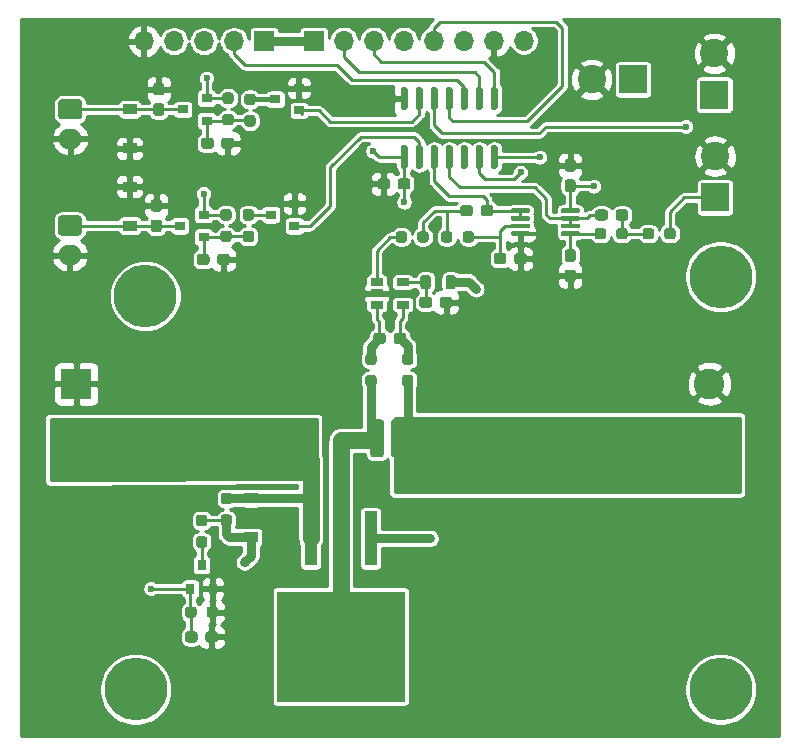
<source format=gbr>
G04 #@! TF.GenerationSoftware,KiCad,Pcbnew,5.1.10-88a1d61d58~90~ubuntu20.04.1*
G04 #@! TF.CreationDate,2021-09-05T17:22:48+01:00*
G04 #@! TF.ProjectId,hl2_extpamon,686c325f-6578-4747-9061-6d6f6e2e6b69,1*
G04 #@! TF.SameCoordinates,PX59a5380PY35d55f4*
G04 #@! TF.FileFunction,Copper,L1,Top*
G04 #@! TF.FilePolarity,Positive*
%FSLAX46Y46*%
G04 Gerber Fmt 4.6, Leading zero omitted, Abs format (unit mm)*
G04 Created by KiCad (PCBNEW 5.1.10-88a1d61d58~90~ubuntu20.04.1) date 2021-09-05 17:22:48*
%MOMM*%
%LPD*%
G01*
G04 APERTURE LIST*
G04 #@! TA.AperFunction,ComponentPad*
%ADD10C,5.300000*%
G04 #@! TD*
G04 #@! TA.AperFunction,ComponentPad*
%ADD11O,1.700000X1.700000*%
G04 #@! TD*
G04 #@! TA.AperFunction,ComponentPad*
%ADD12R,1.700000X1.700000*%
G04 #@! TD*
G04 #@! TA.AperFunction,SMDPad,CuDef*
%ADD13R,1.060000X0.650000*%
G04 #@! TD*
G04 #@! TA.AperFunction,SMDPad,CuDef*
%ADD14R,0.900000X0.800000*%
G04 #@! TD*
G04 #@! TA.AperFunction,SMDPad,CuDef*
%ADD15R,0.800000X0.900000*%
G04 #@! TD*
G04 #@! TA.AperFunction,SMDPad,CuDef*
%ADD16R,10.800000X9.400000*%
G04 #@! TD*
G04 #@! TA.AperFunction,SMDPad,CuDef*
%ADD17R,1.100000X4.600000*%
G04 #@! TD*
G04 #@! TA.AperFunction,ComponentPad*
%ADD18O,2.000000X1.700000*%
G04 #@! TD*
G04 #@! TA.AperFunction,ComponentPad*
%ADD19C,2.600000*%
G04 #@! TD*
G04 #@! TA.AperFunction,ComponentPad*
%ADD20R,2.600000X2.600000*%
G04 #@! TD*
G04 #@! TA.AperFunction,ComponentPad*
%ADD21C,2.400000*%
G04 #@! TD*
G04 #@! TA.AperFunction,ComponentPad*
%ADD22R,2.400000X2.400000*%
G04 #@! TD*
G04 #@! TA.AperFunction,SMDPad,CuDef*
%ADD23R,1.200000X0.900000*%
G04 #@! TD*
G04 #@! TA.AperFunction,ViaPad*
%ADD24C,0.600000*%
G04 #@! TD*
G04 #@! TA.AperFunction,Conductor*
%ADD25C,0.400000*%
G04 #@! TD*
G04 #@! TA.AperFunction,Conductor*
%ADD26C,0.250000*%
G04 #@! TD*
G04 #@! TA.AperFunction,Conductor*
%ADD27C,0.800000*%
G04 #@! TD*
G04 #@! TA.AperFunction,Conductor*
%ADD28C,1.400000*%
G04 #@! TD*
G04 #@! TA.AperFunction,Conductor*
%ADD29C,0.254000*%
G04 #@! TD*
G04 #@! TA.AperFunction,Conductor*
%ADD30C,0.100000*%
G04 #@! TD*
G04 APERTURE END LIST*
G04 #@! TA.AperFunction,SMDPad,CuDef*
G36*
G01*
X31170600Y-34524799D02*
X31170600Y-37255601D01*
G75*
G02*
X30936001Y-37490200I-234599J0D01*
G01*
X30255199Y-37490200D01*
G75*
G02*
X30020600Y-37255601I0J234599D01*
G01*
X30020600Y-34524799D01*
G75*
G02*
X30255199Y-34290200I234599J0D01*
G01*
X30936001Y-34290200D01*
G75*
G02*
X31170600Y-34524799I0J-234599D01*
G01*
G37*
G04 #@! TD.AperFunction*
G04 #@! TA.AperFunction,SMDPad,CuDef*
G36*
G01*
X32920600Y-34524799D02*
X32920600Y-37255601D01*
G75*
G02*
X32686001Y-37490200I-234599J0D01*
G01*
X32005199Y-37490200D01*
G75*
G02*
X31770600Y-37255601I0J234599D01*
G01*
X31770600Y-34524799D01*
G75*
G02*
X32005199Y-34290200I234599J0D01*
G01*
X32686001Y-34290200D01*
G75*
G02*
X32920600Y-34524799I0J-234599D01*
G01*
G37*
G04 #@! TD.AperFunction*
D10*
X59690000Y-57150000D03*
X10160000Y-57150000D03*
X10972800Y-23850600D03*
X59690000Y-22199600D03*
D11*
X10865300Y-2260600D03*
X13405300Y-2260600D03*
X15945300Y-2260600D03*
X18485300Y-2260600D03*
D12*
X21025300Y-2260600D03*
G04 #@! TA.AperFunction,SMDPad,CuDef*
G36*
G01*
X33037100Y-8101200D02*
X32737100Y-8101200D01*
G75*
G02*
X32587100Y-7951200I0J150000D01*
G01*
X32587100Y-6301200D01*
G75*
G02*
X32737100Y-6151200I150000J0D01*
G01*
X33037100Y-6151200D01*
G75*
G02*
X33187100Y-6301200I0J-150000D01*
G01*
X33187100Y-7951200D01*
G75*
G02*
X33037100Y-8101200I-150000J0D01*
G01*
G37*
G04 #@! TD.AperFunction*
G04 #@! TA.AperFunction,SMDPad,CuDef*
G36*
G01*
X34307100Y-8101200D02*
X34007100Y-8101200D01*
G75*
G02*
X33857100Y-7951200I0J150000D01*
G01*
X33857100Y-6301200D01*
G75*
G02*
X34007100Y-6151200I150000J0D01*
G01*
X34307100Y-6151200D01*
G75*
G02*
X34457100Y-6301200I0J-150000D01*
G01*
X34457100Y-7951200D01*
G75*
G02*
X34307100Y-8101200I-150000J0D01*
G01*
G37*
G04 #@! TD.AperFunction*
G04 #@! TA.AperFunction,SMDPad,CuDef*
G36*
G01*
X35577100Y-8101200D02*
X35277100Y-8101200D01*
G75*
G02*
X35127100Y-7951200I0J150000D01*
G01*
X35127100Y-6301200D01*
G75*
G02*
X35277100Y-6151200I150000J0D01*
G01*
X35577100Y-6151200D01*
G75*
G02*
X35727100Y-6301200I0J-150000D01*
G01*
X35727100Y-7951200D01*
G75*
G02*
X35577100Y-8101200I-150000J0D01*
G01*
G37*
G04 #@! TD.AperFunction*
G04 #@! TA.AperFunction,SMDPad,CuDef*
G36*
G01*
X36847100Y-8101200D02*
X36547100Y-8101200D01*
G75*
G02*
X36397100Y-7951200I0J150000D01*
G01*
X36397100Y-6301200D01*
G75*
G02*
X36547100Y-6151200I150000J0D01*
G01*
X36847100Y-6151200D01*
G75*
G02*
X36997100Y-6301200I0J-150000D01*
G01*
X36997100Y-7951200D01*
G75*
G02*
X36847100Y-8101200I-150000J0D01*
G01*
G37*
G04 #@! TD.AperFunction*
G04 #@! TA.AperFunction,SMDPad,CuDef*
G36*
G01*
X38117100Y-8101200D02*
X37817100Y-8101200D01*
G75*
G02*
X37667100Y-7951200I0J150000D01*
G01*
X37667100Y-6301200D01*
G75*
G02*
X37817100Y-6151200I150000J0D01*
G01*
X38117100Y-6151200D01*
G75*
G02*
X38267100Y-6301200I0J-150000D01*
G01*
X38267100Y-7951200D01*
G75*
G02*
X38117100Y-8101200I-150000J0D01*
G01*
G37*
G04 #@! TD.AperFunction*
G04 #@! TA.AperFunction,SMDPad,CuDef*
G36*
G01*
X39387100Y-8101200D02*
X39087100Y-8101200D01*
G75*
G02*
X38937100Y-7951200I0J150000D01*
G01*
X38937100Y-6301200D01*
G75*
G02*
X39087100Y-6151200I150000J0D01*
G01*
X39387100Y-6151200D01*
G75*
G02*
X39537100Y-6301200I0J-150000D01*
G01*
X39537100Y-7951200D01*
G75*
G02*
X39387100Y-8101200I-150000J0D01*
G01*
G37*
G04 #@! TD.AperFunction*
G04 #@! TA.AperFunction,SMDPad,CuDef*
G36*
G01*
X40657100Y-8101200D02*
X40357100Y-8101200D01*
G75*
G02*
X40207100Y-7951200I0J150000D01*
G01*
X40207100Y-6301200D01*
G75*
G02*
X40357100Y-6151200I150000J0D01*
G01*
X40657100Y-6151200D01*
G75*
G02*
X40807100Y-6301200I0J-150000D01*
G01*
X40807100Y-7951200D01*
G75*
G02*
X40657100Y-8101200I-150000J0D01*
G01*
G37*
G04 #@! TD.AperFunction*
G04 #@! TA.AperFunction,SMDPad,CuDef*
G36*
G01*
X40657100Y-13051200D02*
X40357100Y-13051200D01*
G75*
G02*
X40207100Y-12901200I0J150000D01*
G01*
X40207100Y-11251200D01*
G75*
G02*
X40357100Y-11101200I150000J0D01*
G01*
X40657100Y-11101200D01*
G75*
G02*
X40807100Y-11251200I0J-150000D01*
G01*
X40807100Y-12901200D01*
G75*
G02*
X40657100Y-13051200I-150000J0D01*
G01*
G37*
G04 #@! TD.AperFunction*
G04 #@! TA.AperFunction,SMDPad,CuDef*
G36*
G01*
X39387100Y-13051200D02*
X39087100Y-13051200D01*
G75*
G02*
X38937100Y-12901200I0J150000D01*
G01*
X38937100Y-11251200D01*
G75*
G02*
X39087100Y-11101200I150000J0D01*
G01*
X39387100Y-11101200D01*
G75*
G02*
X39537100Y-11251200I0J-150000D01*
G01*
X39537100Y-12901200D01*
G75*
G02*
X39387100Y-13051200I-150000J0D01*
G01*
G37*
G04 #@! TD.AperFunction*
G04 #@! TA.AperFunction,SMDPad,CuDef*
G36*
G01*
X38117100Y-13051200D02*
X37817100Y-13051200D01*
G75*
G02*
X37667100Y-12901200I0J150000D01*
G01*
X37667100Y-11251200D01*
G75*
G02*
X37817100Y-11101200I150000J0D01*
G01*
X38117100Y-11101200D01*
G75*
G02*
X38267100Y-11251200I0J-150000D01*
G01*
X38267100Y-12901200D01*
G75*
G02*
X38117100Y-13051200I-150000J0D01*
G01*
G37*
G04 #@! TD.AperFunction*
G04 #@! TA.AperFunction,SMDPad,CuDef*
G36*
G01*
X36847100Y-13051200D02*
X36547100Y-13051200D01*
G75*
G02*
X36397100Y-12901200I0J150000D01*
G01*
X36397100Y-11251200D01*
G75*
G02*
X36547100Y-11101200I150000J0D01*
G01*
X36847100Y-11101200D01*
G75*
G02*
X36997100Y-11251200I0J-150000D01*
G01*
X36997100Y-12901200D01*
G75*
G02*
X36847100Y-13051200I-150000J0D01*
G01*
G37*
G04 #@! TD.AperFunction*
G04 #@! TA.AperFunction,SMDPad,CuDef*
G36*
G01*
X35577100Y-13051200D02*
X35277100Y-13051200D01*
G75*
G02*
X35127100Y-12901200I0J150000D01*
G01*
X35127100Y-11251200D01*
G75*
G02*
X35277100Y-11101200I150000J0D01*
G01*
X35577100Y-11101200D01*
G75*
G02*
X35727100Y-11251200I0J-150000D01*
G01*
X35727100Y-12901200D01*
G75*
G02*
X35577100Y-13051200I-150000J0D01*
G01*
G37*
G04 #@! TD.AperFunction*
G04 #@! TA.AperFunction,SMDPad,CuDef*
G36*
G01*
X34307100Y-13051200D02*
X34007100Y-13051200D01*
G75*
G02*
X33857100Y-12901200I0J150000D01*
G01*
X33857100Y-11251200D01*
G75*
G02*
X34007100Y-11101200I150000J0D01*
G01*
X34307100Y-11101200D01*
G75*
G02*
X34457100Y-11251200I0J-150000D01*
G01*
X34457100Y-12901200D01*
G75*
G02*
X34307100Y-13051200I-150000J0D01*
G01*
G37*
G04 #@! TD.AperFunction*
G04 #@! TA.AperFunction,SMDPad,CuDef*
G36*
G01*
X33037100Y-13051200D02*
X32737100Y-13051200D01*
G75*
G02*
X32587100Y-12901200I0J150000D01*
G01*
X32587100Y-11251200D01*
G75*
G02*
X32737100Y-11101200I150000J0D01*
G01*
X33037100Y-11101200D01*
G75*
G02*
X33187100Y-11251200I0J-150000D01*
G01*
X33187100Y-12901200D01*
G75*
G02*
X33037100Y-13051200I-150000J0D01*
G01*
G37*
G04 #@! TD.AperFunction*
G04 #@! TA.AperFunction,SMDPad,CuDef*
G36*
G01*
X46150500Y-16714500D02*
X46150500Y-16514500D01*
G75*
G02*
X46250500Y-16414500I100000J0D01*
G01*
X47675500Y-16414500D01*
G75*
G02*
X47775500Y-16514500I0J-100000D01*
G01*
X47775500Y-16714500D01*
G75*
G02*
X47675500Y-16814500I-100000J0D01*
G01*
X46250500Y-16814500D01*
G75*
G02*
X46150500Y-16714500I0J100000D01*
G01*
G37*
G04 #@! TD.AperFunction*
G04 #@! TA.AperFunction,SMDPad,CuDef*
G36*
G01*
X46150500Y-17364500D02*
X46150500Y-17164500D01*
G75*
G02*
X46250500Y-17064500I100000J0D01*
G01*
X47675500Y-17064500D01*
G75*
G02*
X47775500Y-17164500I0J-100000D01*
G01*
X47775500Y-17364500D01*
G75*
G02*
X47675500Y-17464500I-100000J0D01*
G01*
X46250500Y-17464500D01*
G75*
G02*
X46150500Y-17364500I0J100000D01*
G01*
G37*
G04 #@! TD.AperFunction*
G04 #@! TA.AperFunction,SMDPad,CuDef*
G36*
G01*
X46150500Y-18014500D02*
X46150500Y-17814500D01*
G75*
G02*
X46250500Y-17714500I100000J0D01*
G01*
X47675500Y-17714500D01*
G75*
G02*
X47775500Y-17814500I0J-100000D01*
G01*
X47775500Y-18014500D01*
G75*
G02*
X47675500Y-18114500I-100000J0D01*
G01*
X46250500Y-18114500D01*
G75*
G02*
X46150500Y-18014500I0J100000D01*
G01*
G37*
G04 #@! TD.AperFunction*
G04 #@! TA.AperFunction,SMDPad,CuDef*
G36*
G01*
X46150500Y-18664500D02*
X46150500Y-18464500D01*
G75*
G02*
X46250500Y-18364500I100000J0D01*
G01*
X47675500Y-18364500D01*
G75*
G02*
X47775500Y-18464500I0J-100000D01*
G01*
X47775500Y-18664500D01*
G75*
G02*
X47675500Y-18764500I-100000J0D01*
G01*
X46250500Y-18764500D01*
G75*
G02*
X46150500Y-18664500I0J100000D01*
G01*
G37*
G04 #@! TD.AperFunction*
G04 #@! TA.AperFunction,SMDPad,CuDef*
G36*
G01*
X41925500Y-18664500D02*
X41925500Y-18464500D01*
G75*
G02*
X42025500Y-18364500I100000J0D01*
G01*
X43450500Y-18364500D01*
G75*
G02*
X43550500Y-18464500I0J-100000D01*
G01*
X43550500Y-18664500D01*
G75*
G02*
X43450500Y-18764500I-100000J0D01*
G01*
X42025500Y-18764500D01*
G75*
G02*
X41925500Y-18664500I0J100000D01*
G01*
G37*
G04 #@! TD.AperFunction*
G04 #@! TA.AperFunction,SMDPad,CuDef*
G36*
G01*
X41925500Y-18014500D02*
X41925500Y-17814500D01*
G75*
G02*
X42025500Y-17714500I100000J0D01*
G01*
X43450500Y-17714500D01*
G75*
G02*
X43550500Y-17814500I0J-100000D01*
G01*
X43550500Y-18014500D01*
G75*
G02*
X43450500Y-18114500I-100000J0D01*
G01*
X42025500Y-18114500D01*
G75*
G02*
X41925500Y-18014500I0J100000D01*
G01*
G37*
G04 #@! TD.AperFunction*
G04 #@! TA.AperFunction,SMDPad,CuDef*
G36*
G01*
X41925500Y-17364500D02*
X41925500Y-17164500D01*
G75*
G02*
X42025500Y-17064500I100000J0D01*
G01*
X43450500Y-17064500D01*
G75*
G02*
X43550500Y-17164500I0J-100000D01*
G01*
X43550500Y-17364500D01*
G75*
G02*
X43450500Y-17464500I-100000J0D01*
G01*
X42025500Y-17464500D01*
G75*
G02*
X41925500Y-17364500I0J100000D01*
G01*
G37*
G04 #@! TD.AperFunction*
G04 #@! TA.AperFunction,SMDPad,CuDef*
G36*
G01*
X41925500Y-16714500D02*
X41925500Y-16514500D01*
G75*
G02*
X42025500Y-16414500I100000J0D01*
G01*
X43450500Y-16414500D01*
G75*
G02*
X43550500Y-16514500I0J-100000D01*
G01*
X43550500Y-16714500D01*
G75*
G02*
X43450500Y-16814500I-100000J0D01*
G01*
X42025500Y-16814500D01*
G75*
G02*
X41925500Y-16714500I0J100000D01*
G01*
G37*
G04 #@! TD.AperFunction*
G04 #@! TA.AperFunction,SMDPad,CuDef*
G36*
G01*
X32953000Y-30527000D02*
X33428000Y-30527000D01*
G75*
G02*
X33665500Y-30764500I0J-237500D01*
G01*
X33665500Y-31264500D01*
G75*
G02*
X33428000Y-31502000I-237500J0D01*
G01*
X32953000Y-31502000D01*
G75*
G02*
X32715500Y-31264500I0J237500D01*
G01*
X32715500Y-30764500D01*
G75*
G02*
X32953000Y-30527000I237500J0D01*
G01*
G37*
G04 #@! TD.AperFunction*
G04 #@! TA.AperFunction,SMDPad,CuDef*
G36*
G01*
X32953000Y-28702000D02*
X33428000Y-28702000D01*
G75*
G02*
X33665500Y-28939500I0J-237500D01*
G01*
X33665500Y-29439500D01*
G75*
G02*
X33428000Y-29677000I-237500J0D01*
G01*
X32953000Y-29677000D01*
G75*
G02*
X32715500Y-29439500I0J237500D01*
G01*
X32715500Y-28939500D01*
G75*
G02*
X32953000Y-28702000I237500J0D01*
G01*
G37*
G04 #@! TD.AperFunction*
G04 #@! TA.AperFunction,SMDPad,CuDef*
G36*
G01*
X16165700Y-50850000D02*
X16165700Y-50375000D01*
G75*
G02*
X16403200Y-50137500I237500J0D01*
G01*
X16903200Y-50137500D01*
G75*
G02*
X17140700Y-50375000I0J-237500D01*
G01*
X17140700Y-50850000D01*
G75*
G02*
X16903200Y-51087500I-237500J0D01*
G01*
X16403200Y-51087500D01*
G75*
G02*
X16165700Y-50850000I0J237500D01*
G01*
G37*
G04 #@! TD.AperFunction*
G04 #@! TA.AperFunction,SMDPad,CuDef*
G36*
G01*
X14340700Y-50850000D02*
X14340700Y-50375000D01*
G75*
G02*
X14578200Y-50137500I237500J0D01*
G01*
X15078200Y-50137500D01*
G75*
G02*
X15315700Y-50375000I0J-237500D01*
G01*
X15315700Y-50850000D01*
G75*
G02*
X15078200Y-51087500I-237500J0D01*
G01*
X14578200Y-51087500D01*
G75*
G02*
X14340700Y-50850000I0J237500D01*
G01*
G37*
G04 #@! TD.AperFunction*
G04 #@! TA.AperFunction,SMDPad,CuDef*
G36*
G01*
X19942000Y-17456600D02*
X19467000Y-17456600D01*
G75*
G02*
X19229500Y-17219100I0J237500D01*
G01*
X19229500Y-16719100D01*
G75*
G02*
X19467000Y-16481600I237500J0D01*
G01*
X19942000Y-16481600D01*
G75*
G02*
X20179500Y-16719100I0J-237500D01*
G01*
X20179500Y-17219100D01*
G75*
G02*
X19942000Y-17456600I-237500J0D01*
G01*
G37*
G04 #@! TD.AperFunction*
G04 #@! TA.AperFunction,SMDPad,CuDef*
G36*
G01*
X19942000Y-19281600D02*
X19467000Y-19281600D01*
G75*
G02*
X19229500Y-19044100I0J237500D01*
G01*
X19229500Y-18544100D01*
G75*
G02*
X19467000Y-18306600I237500J0D01*
G01*
X19942000Y-18306600D01*
G75*
G02*
X20179500Y-18544100I0J-237500D01*
G01*
X20179500Y-19044100D01*
G75*
G02*
X19942000Y-19281600I-237500J0D01*
G01*
G37*
G04 #@! TD.AperFunction*
G04 #@! TA.AperFunction,SMDPad,CuDef*
G36*
G01*
X17562000Y-18306600D02*
X18037000Y-18306600D01*
G75*
G02*
X18274500Y-18544100I0J-237500D01*
G01*
X18274500Y-19044100D01*
G75*
G02*
X18037000Y-19281600I-237500J0D01*
G01*
X17562000Y-19281600D01*
G75*
G02*
X17324500Y-19044100I0J237500D01*
G01*
X17324500Y-18544100D01*
G75*
G02*
X17562000Y-18306600I237500J0D01*
G01*
G37*
G04 #@! TD.AperFunction*
G04 #@! TA.AperFunction,SMDPad,CuDef*
G36*
G01*
X17562000Y-16481600D02*
X18037000Y-16481600D01*
G75*
G02*
X18274500Y-16719100I0J-237500D01*
G01*
X18274500Y-17219100D01*
G75*
G02*
X18037000Y-17456600I-237500J0D01*
G01*
X17562000Y-17456600D01*
G75*
G02*
X17324500Y-17219100I0J237500D01*
G01*
X17324500Y-16719100D01*
G75*
G02*
X17562000Y-16481600I237500J0D01*
G01*
G37*
G04 #@! TD.AperFunction*
G04 #@! TA.AperFunction,SMDPad,CuDef*
G36*
G01*
X29841500Y-30527000D02*
X30316500Y-30527000D01*
G75*
G02*
X30554000Y-30764500I0J-237500D01*
G01*
X30554000Y-31264500D01*
G75*
G02*
X30316500Y-31502000I-237500J0D01*
G01*
X29841500Y-31502000D01*
G75*
G02*
X29604000Y-31264500I0J237500D01*
G01*
X29604000Y-30764500D01*
G75*
G02*
X29841500Y-30527000I237500J0D01*
G01*
G37*
G04 #@! TD.AperFunction*
G04 #@! TA.AperFunction,SMDPad,CuDef*
G36*
G01*
X29841500Y-28702000D02*
X30316500Y-28702000D01*
G75*
G02*
X30554000Y-28939500I0J-237500D01*
G01*
X30554000Y-29439500D01*
G75*
G02*
X30316500Y-29677000I-237500J0D01*
G01*
X29841500Y-29677000D01*
G75*
G02*
X29604000Y-29439500I0J237500D01*
G01*
X29604000Y-28939500D01*
G75*
G02*
X29841500Y-28702000I237500J0D01*
G01*
G37*
G04 #@! TD.AperFunction*
G04 #@! TA.AperFunction,SMDPad,CuDef*
G36*
G01*
X50838100Y-18804900D02*
X50838100Y-18329900D01*
G75*
G02*
X51075600Y-18092400I237500J0D01*
G01*
X51575600Y-18092400D01*
G75*
G02*
X51813100Y-18329900I0J-237500D01*
G01*
X51813100Y-18804900D01*
G75*
G02*
X51575600Y-19042400I-237500J0D01*
G01*
X51075600Y-19042400D01*
G75*
G02*
X50838100Y-18804900I0J237500D01*
G01*
G37*
G04 #@! TD.AperFunction*
G04 #@! TA.AperFunction,SMDPad,CuDef*
G36*
G01*
X49013100Y-18804900D02*
X49013100Y-18329900D01*
G75*
G02*
X49250600Y-18092400I237500J0D01*
G01*
X49750600Y-18092400D01*
G75*
G02*
X49988100Y-18329900I0J-237500D01*
G01*
X49988100Y-18804900D01*
G75*
G02*
X49750600Y-19042400I-237500J0D01*
G01*
X49250600Y-19042400D01*
G75*
G02*
X49013100Y-18804900I0J237500D01*
G01*
G37*
G04 #@! TD.AperFunction*
G04 #@! TA.AperFunction,SMDPad,CuDef*
G36*
G01*
X36985200Y-18609300D02*
X36985200Y-19084300D01*
G75*
G02*
X36747700Y-19321800I-237500J0D01*
G01*
X36247700Y-19321800D01*
G75*
G02*
X36010200Y-19084300I0J237500D01*
G01*
X36010200Y-18609300D01*
G75*
G02*
X36247700Y-18371800I237500J0D01*
G01*
X36747700Y-18371800D01*
G75*
G02*
X36985200Y-18609300I0J-237500D01*
G01*
G37*
G04 #@! TD.AperFunction*
G04 #@! TA.AperFunction,SMDPad,CuDef*
G36*
G01*
X38810200Y-18609300D02*
X38810200Y-19084300D01*
G75*
G02*
X38572700Y-19321800I-237500J0D01*
G01*
X38072700Y-19321800D01*
G75*
G02*
X37835200Y-19084300I0J237500D01*
G01*
X37835200Y-18609300D01*
G75*
G02*
X38072700Y-18371800I237500J0D01*
G01*
X38572700Y-18371800D01*
G75*
G02*
X38810200Y-18609300I0J-237500D01*
G01*
G37*
G04 #@! TD.AperFunction*
G04 #@! TA.AperFunction,SMDPad,CuDef*
G36*
G01*
X54902100Y-18804900D02*
X54902100Y-18329900D01*
G75*
G02*
X55139600Y-18092400I237500J0D01*
G01*
X55639600Y-18092400D01*
G75*
G02*
X55877100Y-18329900I0J-237500D01*
G01*
X55877100Y-18804900D01*
G75*
G02*
X55639600Y-19042400I-237500J0D01*
G01*
X55139600Y-19042400D01*
G75*
G02*
X54902100Y-18804900I0J237500D01*
G01*
G37*
G04 #@! TD.AperFunction*
G04 #@! TA.AperFunction,SMDPad,CuDef*
G36*
G01*
X53077100Y-18804900D02*
X53077100Y-18329900D01*
G75*
G02*
X53314600Y-18092400I237500J0D01*
G01*
X53814600Y-18092400D01*
G75*
G02*
X54052100Y-18329900I0J-237500D01*
G01*
X54052100Y-18804900D01*
G75*
G02*
X53814600Y-19042400I-237500J0D01*
G01*
X53314600Y-19042400D01*
G75*
G02*
X53077100Y-18804900I0J237500D01*
G01*
G37*
G04 #@! TD.AperFunction*
G04 #@! TA.AperFunction,SMDPad,CuDef*
G36*
G01*
X33147900Y-18609300D02*
X33147900Y-19084300D01*
G75*
G02*
X32910400Y-19321800I-237500J0D01*
G01*
X32410400Y-19321800D01*
G75*
G02*
X32172900Y-19084300I0J237500D01*
G01*
X32172900Y-18609300D01*
G75*
G02*
X32410400Y-18371800I237500J0D01*
G01*
X32910400Y-18371800D01*
G75*
G02*
X33147900Y-18609300I0J-237500D01*
G01*
G37*
G04 #@! TD.AperFunction*
G04 #@! TA.AperFunction,SMDPad,CuDef*
G36*
G01*
X34972900Y-18609300D02*
X34972900Y-19084300D01*
G75*
G02*
X34735400Y-19321800I-237500J0D01*
G01*
X34235400Y-19321800D01*
G75*
G02*
X33997900Y-19084300I0J237500D01*
G01*
X33997900Y-18609300D01*
G75*
G02*
X34235400Y-18371800I237500J0D01*
G01*
X34735400Y-18371800D01*
G75*
G02*
X34972900Y-18609300I0J-237500D01*
G01*
G37*
G04 #@! TD.AperFunction*
G04 #@! TA.AperFunction,SMDPad,CuDef*
G36*
G01*
X17739800Y-8426000D02*
X18214800Y-8426000D01*
G75*
G02*
X18452300Y-8663500I0J-237500D01*
G01*
X18452300Y-9163500D01*
G75*
G02*
X18214800Y-9401000I-237500J0D01*
G01*
X17739800Y-9401000D01*
G75*
G02*
X17502300Y-9163500I0J237500D01*
G01*
X17502300Y-8663500D01*
G75*
G02*
X17739800Y-8426000I237500J0D01*
G01*
G37*
G04 #@! TD.AperFunction*
G04 #@! TA.AperFunction,SMDPad,CuDef*
G36*
G01*
X17739800Y-6601000D02*
X18214800Y-6601000D01*
G75*
G02*
X18452300Y-6838500I0J-237500D01*
G01*
X18452300Y-7338500D01*
G75*
G02*
X18214800Y-7576000I-237500J0D01*
G01*
X17739800Y-7576000D01*
G75*
G02*
X17502300Y-7338500I0J237500D01*
G01*
X17502300Y-6838500D01*
G75*
G02*
X17739800Y-6601000I237500J0D01*
G01*
G37*
G04 #@! TD.AperFunction*
G04 #@! TA.AperFunction,SMDPad,CuDef*
G36*
G01*
X20069000Y-7677600D02*
X19594000Y-7677600D01*
G75*
G02*
X19356500Y-7440100I0J237500D01*
G01*
X19356500Y-6940100D01*
G75*
G02*
X19594000Y-6702600I237500J0D01*
G01*
X20069000Y-6702600D01*
G75*
G02*
X20306500Y-6940100I0J-237500D01*
G01*
X20306500Y-7440100D01*
G75*
G02*
X20069000Y-7677600I-237500J0D01*
G01*
G37*
G04 #@! TD.AperFunction*
G04 #@! TA.AperFunction,SMDPad,CuDef*
G36*
G01*
X20069000Y-9502600D02*
X19594000Y-9502600D01*
G75*
G02*
X19356500Y-9265100I0J237500D01*
G01*
X19356500Y-8765100D01*
G75*
G02*
X19594000Y-8527600I237500J0D01*
G01*
X20069000Y-8527600D01*
G75*
G02*
X20306500Y-8765100I0J-237500D01*
G01*
X20306500Y-9265100D01*
G75*
G02*
X20069000Y-9502600I-237500J0D01*
G01*
G37*
G04 #@! TD.AperFunction*
G04 #@! TA.AperFunction,SMDPad,CuDef*
G36*
G01*
X15503200Y-44179500D02*
X15978200Y-44179500D01*
G75*
G02*
X16215700Y-44417000I0J-237500D01*
G01*
X16215700Y-44917000D01*
G75*
G02*
X15978200Y-45154500I-237500J0D01*
G01*
X15503200Y-45154500D01*
G75*
G02*
X15265700Y-44917000I0J237500D01*
G01*
X15265700Y-44417000D01*
G75*
G02*
X15503200Y-44179500I237500J0D01*
G01*
G37*
G04 #@! TD.AperFunction*
G04 #@! TA.AperFunction,SMDPad,CuDef*
G36*
G01*
X15503200Y-42354500D02*
X15978200Y-42354500D01*
G75*
G02*
X16215700Y-42592000I0J-237500D01*
G01*
X16215700Y-43092000D01*
G75*
G02*
X15978200Y-43329500I-237500J0D01*
G01*
X15503200Y-43329500D01*
G75*
G02*
X15265700Y-43092000I0J237500D01*
G01*
X15265700Y-42592000D01*
G75*
G02*
X15503200Y-42354500I237500J0D01*
G01*
G37*
G04 #@! TD.AperFunction*
G04 #@! TA.AperFunction,SMDPad,CuDef*
G36*
G01*
X17598700Y-42338000D02*
X18073700Y-42338000D01*
G75*
G02*
X18311200Y-42575500I0J-237500D01*
G01*
X18311200Y-43075500D01*
G75*
G02*
X18073700Y-43313000I-237500J0D01*
G01*
X17598700Y-43313000D01*
G75*
G02*
X17361200Y-43075500I0J237500D01*
G01*
X17361200Y-42575500D01*
G75*
G02*
X17598700Y-42338000I237500J0D01*
G01*
G37*
G04 #@! TD.AperFunction*
G04 #@! TA.AperFunction,SMDPad,CuDef*
G36*
G01*
X17598700Y-40513000D02*
X18073700Y-40513000D01*
G75*
G02*
X18311200Y-40750500I0J-237500D01*
G01*
X18311200Y-41250500D01*
G75*
G02*
X18073700Y-41488000I-237500J0D01*
G01*
X17598700Y-41488000D01*
G75*
G02*
X17361200Y-41250500I0J237500D01*
G01*
X17361200Y-40750500D01*
G75*
G02*
X17598700Y-40513000I237500J0D01*
G01*
G37*
G04 #@! TD.AperFunction*
D11*
X43021700Y-2235200D03*
X40481700Y-2235200D03*
X37941700Y-2235200D03*
X35401700Y-2235200D03*
X32861700Y-2235200D03*
X30321700Y-2235200D03*
X27781700Y-2235200D03*
D12*
X25241700Y-2235200D03*
G04 #@! TA.AperFunction,SMDPad,CuDef*
G36*
G01*
X11669200Y-17368400D02*
X12144200Y-17368400D01*
G75*
G02*
X12381700Y-17605900I0J-237500D01*
G01*
X12381700Y-18205900D01*
G75*
G02*
X12144200Y-18443400I-237500J0D01*
G01*
X11669200Y-18443400D01*
G75*
G02*
X11431700Y-18205900I0J237500D01*
G01*
X11431700Y-17605900D01*
G75*
G02*
X11669200Y-17368400I237500J0D01*
G01*
G37*
G04 #@! TD.AperFunction*
G04 #@! TA.AperFunction,SMDPad,CuDef*
G36*
G01*
X11669200Y-15643400D02*
X12144200Y-15643400D01*
G75*
G02*
X12381700Y-15880900I0J-237500D01*
G01*
X12381700Y-16480900D01*
G75*
G02*
X12144200Y-16718400I-237500J0D01*
G01*
X11669200Y-16718400D01*
G75*
G02*
X11431700Y-16480900I0J237500D01*
G01*
X11431700Y-15880900D01*
G75*
G02*
X11669200Y-15643400I237500J0D01*
G01*
G37*
G04 #@! TD.AperFunction*
G04 #@! TA.AperFunction,SMDPad,CuDef*
G36*
G01*
X16414700Y-20514300D02*
X16414700Y-20989300D01*
G75*
G02*
X16177200Y-21226800I-237500J0D01*
G01*
X15577200Y-21226800D01*
G75*
G02*
X15339700Y-20989300I0J237500D01*
G01*
X15339700Y-20514300D01*
G75*
G02*
X15577200Y-20276800I237500J0D01*
G01*
X16177200Y-20276800D01*
G75*
G02*
X16414700Y-20514300I0J-237500D01*
G01*
G37*
G04 #@! TD.AperFunction*
G04 #@! TA.AperFunction,SMDPad,CuDef*
G36*
G01*
X18139700Y-20514300D02*
X18139700Y-20989300D01*
G75*
G02*
X17902200Y-21226800I-237500J0D01*
G01*
X17302200Y-21226800D01*
G75*
G02*
X17064700Y-20989300I0J237500D01*
G01*
X17064700Y-20514300D01*
G75*
G02*
X17302200Y-20276800I237500J0D01*
G01*
X17902200Y-20276800D01*
G75*
G02*
X18139700Y-20514300I0J-237500D01*
G01*
G37*
G04 #@! TD.AperFunction*
G04 #@! TA.AperFunction,SMDPad,CuDef*
G36*
G01*
X31991500Y-27672500D02*
X31991500Y-27197500D01*
G75*
G02*
X32229000Y-26960000I237500J0D01*
G01*
X32829000Y-26960000D01*
G75*
G02*
X33066500Y-27197500I0J-237500D01*
G01*
X33066500Y-27672500D01*
G75*
G02*
X32829000Y-27910000I-237500J0D01*
G01*
X32229000Y-27910000D01*
G75*
G02*
X31991500Y-27672500I0J237500D01*
G01*
G37*
G04 #@! TD.AperFunction*
G04 #@! TA.AperFunction,SMDPad,CuDef*
G36*
G01*
X30266500Y-27672500D02*
X30266500Y-27197500D01*
G75*
G02*
X30504000Y-26960000I237500J0D01*
G01*
X31104000Y-26960000D01*
G75*
G02*
X31341500Y-27197500I0J-237500D01*
G01*
X31341500Y-27672500D01*
G75*
G02*
X31104000Y-27910000I-237500J0D01*
G01*
X30504000Y-27910000D01*
G75*
G02*
X30266500Y-27672500I0J237500D01*
G01*
G37*
G04 #@! TD.AperFunction*
G04 #@! TA.AperFunction,SMDPad,CuDef*
G36*
G01*
X35904500Y-24621500D02*
X35904500Y-24146500D01*
G75*
G02*
X36142000Y-23909000I237500J0D01*
G01*
X36742000Y-23909000D01*
G75*
G02*
X36979500Y-24146500I0J-237500D01*
G01*
X36979500Y-24621500D01*
G75*
G02*
X36742000Y-24859000I-237500J0D01*
G01*
X36142000Y-24859000D01*
G75*
G02*
X35904500Y-24621500I0J237500D01*
G01*
G37*
G04 #@! TD.AperFunction*
G04 #@! TA.AperFunction,SMDPad,CuDef*
G36*
G01*
X34179500Y-24621500D02*
X34179500Y-24146500D01*
G75*
G02*
X34417000Y-23909000I237500J0D01*
G01*
X35017000Y-23909000D01*
G75*
G02*
X35254500Y-24146500I0J-237500D01*
G01*
X35254500Y-24621500D01*
G75*
G02*
X35017000Y-24859000I-237500J0D01*
G01*
X34417000Y-24859000D01*
G75*
G02*
X34179500Y-24621500I0J237500D01*
G01*
G37*
G04 #@! TD.AperFunction*
G04 #@! TA.AperFunction,SMDPad,CuDef*
G36*
G01*
X16065700Y-52945500D02*
X16065700Y-52470500D01*
G75*
G02*
X16303200Y-52233000I237500J0D01*
G01*
X16903200Y-52233000D01*
G75*
G02*
X17140700Y-52470500I0J-237500D01*
G01*
X17140700Y-52945500D01*
G75*
G02*
X16903200Y-53183000I-237500J0D01*
G01*
X16303200Y-53183000D01*
G75*
G02*
X16065700Y-52945500I0J237500D01*
G01*
G37*
G04 #@! TD.AperFunction*
G04 #@! TA.AperFunction,SMDPad,CuDef*
G36*
G01*
X14340700Y-52945500D02*
X14340700Y-52470500D01*
G75*
G02*
X14578200Y-52233000I237500J0D01*
G01*
X15178200Y-52233000D01*
G75*
G02*
X15415700Y-52470500I0J-237500D01*
G01*
X15415700Y-52945500D01*
G75*
G02*
X15178200Y-53183000I-237500J0D01*
G01*
X14578200Y-53183000D01*
G75*
G02*
X14340700Y-52945500I0J237500D01*
G01*
G37*
G04 #@! TD.AperFunction*
G04 #@! TA.AperFunction,SMDPad,CuDef*
G36*
G01*
X32348500Y-14588500D02*
X32348500Y-14113500D01*
G75*
G02*
X32586000Y-13876000I237500J0D01*
G01*
X33186000Y-13876000D01*
G75*
G02*
X33423500Y-14113500I0J-237500D01*
G01*
X33423500Y-14588500D01*
G75*
G02*
X33186000Y-14826000I-237500J0D01*
G01*
X32586000Y-14826000D01*
G75*
G02*
X32348500Y-14588500I0J237500D01*
G01*
G37*
G04 #@! TD.AperFunction*
G04 #@! TA.AperFunction,SMDPad,CuDef*
G36*
G01*
X30623500Y-14588500D02*
X30623500Y-14113500D01*
G75*
G02*
X30861000Y-13876000I237500J0D01*
G01*
X31461000Y-13876000D01*
G75*
G02*
X31698500Y-14113500I0J-237500D01*
G01*
X31698500Y-14588500D01*
G75*
G02*
X31461000Y-14826000I-237500J0D01*
G01*
X30861000Y-14826000D01*
G75*
G02*
X30623500Y-14588500I0J237500D01*
G01*
G37*
G04 #@! TD.AperFunction*
G04 #@! TA.AperFunction,SMDPad,CuDef*
G36*
G01*
X50788900Y-17230100D02*
X50788900Y-16755100D01*
G75*
G02*
X51026400Y-16517600I237500J0D01*
G01*
X51626400Y-16517600D01*
G75*
G02*
X51863900Y-16755100I0J-237500D01*
G01*
X51863900Y-17230100D01*
G75*
G02*
X51626400Y-17467600I-237500J0D01*
G01*
X51026400Y-17467600D01*
G75*
G02*
X50788900Y-17230100I0J237500D01*
G01*
G37*
G04 #@! TD.AperFunction*
G04 #@! TA.AperFunction,SMDPad,CuDef*
G36*
G01*
X49063900Y-17230100D02*
X49063900Y-16755100D01*
G75*
G02*
X49301400Y-16517600I237500J0D01*
G01*
X49901400Y-16517600D01*
G75*
G02*
X50138900Y-16755100I0J-237500D01*
G01*
X50138900Y-17230100D01*
G75*
G02*
X49901400Y-17467600I-237500J0D01*
G01*
X49301400Y-17467600D01*
G75*
G02*
X49063900Y-17230100I0J237500D01*
G01*
G37*
G04 #@! TD.AperFunction*
G04 #@! TA.AperFunction,SMDPad,CuDef*
G36*
G01*
X38708900Y-16374100D02*
X38708900Y-16849100D01*
G75*
G02*
X38471400Y-17086600I-237500J0D01*
G01*
X37871400Y-17086600D01*
G75*
G02*
X37633900Y-16849100I0J237500D01*
G01*
X37633900Y-16374100D01*
G75*
G02*
X37871400Y-16136600I237500J0D01*
G01*
X38471400Y-16136600D01*
G75*
G02*
X38708900Y-16374100I0J-237500D01*
G01*
G37*
G04 #@! TD.AperFunction*
G04 #@! TA.AperFunction,SMDPad,CuDef*
G36*
G01*
X40433900Y-16374100D02*
X40433900Y-16849100D01*
G75*
G02*
X40196400Y-17086600I-237500J0D01*
G01*
X39596400Y-17086600D01*
G75*
G02*
X39358900Y-16849100I0J237500D01*
G01*
X39358900Y-16374100D01*
G75*
G02*
X39596400Y-16136600I237500J0D01*
G01*
X40196400Y-16136600D01*
G75*
G02*
X40433900Y-16374100I0J-237500D01*
G01*
G37*
G04 #@! TD.AperFunction*
G04 #@! TA.AperFunction,SMDPad,CuDef*
G36*
G01*
X46721200Y-21610200D02*
X47196200Y-21610200D01*
G75*
G02*
X47433700Y-21847700I0J-237500D01*
G01*
X47433700Y-22447700D01*
G75*
G02*
X47196200Y-22685200I-237500J0D01*
G01*
X46721200Y-22685200D01*
G75*
G02*
X46483700Y-22447700I0J237500D01*
G01*
X46483700Y-21847700D01*
G75*
G02*
X46721200Y-21610200I237500J0D01*
G01*
G37*
G04 #@! TD.AperFunction*
G04 #@! TA.AperFunction,SMDPad,CuDef*
G36*
G01*
X46721200Y-19885200D02*
X47196200Y-19885200D01*
G75*
G02*
X47433700Y-20122700I0J-237500D01*
G01*
X47433700Y-20722700D01*
G75*
G02*
X47196200Y-20960200I-237500J0D01*
G01*
X46721200Y-20960200D01*
G75*
G02*
X46483700Y-20722700I0J237500D01*
G01*
X46483700Y-20122700D01*
G75*
G02*
X46721200Y-19885200I237500J0D01*
G01*
G37*
G04 #@! TD.AperFunction*
G04 #@! TA.AperFunction,SMDPad,CuDef*
G36*
G01*
X42203700Y-20913100D02*
X42203700Y-20438100D01*
G75*
G02*
X42441200Y-20200600I237500J0D01*
G01*
X43041200Y-20200600D01*
G75*
G02*
X43278700Y-20438100I0J-237500D01*
G01*
X43278700Y-20913100D01*
G75*
G02*
X43041200Y-21150600I-237500J0D01*
G01*
X42441200Y-21150600D01*
G75*
G02*
X42203700Y-20913100I0J237500D01*
G01*
G37*
G04 #@! TD.AperFunction*
G04 #@! TA.AperFunction,SMDPad,CuDef*
G36*
G01*
X40478700Y-20913100D02*
X40478700Y-20438100D01*
G75*
G02*
X40716200Y-20200600I237500J0D01*
G01*
X41316200Y-20200600D01*
G75*
G02*
X41553700Y-20438100I0J-237500D01*
G01*
X41553700Y-20913100D01*
G75*
G02*
X41316200Y-21150600I-237500J0D01*
G01*
X40716200Y-21150600D01*
G75*
G02*
X40478700Y-20913100I0J237500D01*
G01*
G37*
G04 #@! TD.AperFunction*
G04 #@! TA.AperFunction,SMDPad,CuDef*
G36*
G01*
X47183500Y-13327500D02*
X46708500Y-13327500D01*
G75*
G02*
X46471000Y-13090000I0J237500D01*
G01*
X46471000Y-12490000D01*
G75*
G02*
X46708500Y-12252500I237500J0D01*
G01*
X47183500Y-12252500D01*
G75*
G02*
X47421000Y-12490000I0J-237500D01*
G01*
X47421000Y-13090000D01*
G75*
G02*
X47183500Y-13327500I-237500J0D01*
G01*
G37*
G04 #@! TD.AperFunction*
G04 #@! TA.AperFunction,SMDPad,CuDef*
G36*
G01*
X47183500Y-15052500D02*
X46708500Y-15052500D01*
G75*
G02*
X46471000Y-14815000I0J237500D01*
G01*
X46471000Y-14215000D01*
G75*
G02*
X46708500Y-13977500I237500J0D01*
G01*
X47183500Y-13977500D01*
G75*
G02*
X47421000Y-14215000I0J-237500D01*
G01*
X47421000Y-14815000D01*
G75*
G02*
X47183500Y-15052500I-237500J0D01*
G01*
G37*
G04 #@! TD.AperFunction*
G04 #@! TA.AperFunction,SMDPad,CuDef*
G36*
G01*
X11872400Y-7514300D02*
X12347400Y-7514300D01*
G75*
G02*
X12584900Y-7751800I0J-237500D01*
G01*
X12584900Y-8351800D01*
G75*
G02*
X12347400Y-8589300I-237500J0D01*
G01*
X11872400Y-8589300D01*
G75*
G02*
X11634900Y-8351800I0J237500D01*
G01*
X11634900Y-7751800D01*
G75*
G02*
X11872400Y-7514300I237500J0D01*
G01*
G37*
G04 #@! TD.AperFunction*
G04 #@! TA.AperFunction,SMDPad,CuDef*
G36*
G01*
X11872400Y-5789300D02*
X12347400Y-5789300D01*
G75*
G02*
X12584900Y-6026800I0J-237500D01*
G01*
X12584900Y-6626800D01*
G75*
G02*
X12347400Y-6864300I-237500J0D01*
G01*
X11872400Y-6864300D01*
G75*
G02*
X11634900Y-6626800I0J237500D01*
G01*
X11634900Y-6026800D01*
G75*
G02*
X11872400Y-5789300I237500J0D01*
G01*
G37*
G04 #@! TD.AperFunction*
G04 #@! TA.AperFunction,SMDPad,CuDef*
G36*
G01*
X16763300Y-10684500D02*
X16763300Y-11159500D01*
G75*
G02*
X16525800Y-11397000I-237500J0D01*
G01*
X15925800Y-11397000D01*
G75*
G02*
X15688300Y-11159500I0J237500D01*
G01*
X15688300Y-10684500D01*
G75*
G02*
X15925800Y-10447000I237500J0D01*
G01*
X16525800Y-10447000D01*
G75*
G02*
X16763300Y-10684500I0J-237500D01*
G01*
G37*
G04 #@! TD.AperFunction*
G04 #@! TA.AperFunction,SMDPad,CuDef*
G36*
G01*
X18488300Y-10684500D02*
X18488300Y-11159500D01*
G75*
G02*
X18250800Y-11397000I-237500J0D01*
G01*
X17650800Y-11397000D01*
G75*
G02*
X17413300Y-11159500I0J237500D01*
G01*
X17413300Y-10684500D01*
G75*
G02*
X17650800Y-10447000I237500J0D01*
G01*
X18250800Y-10447000D01*
G75*
G02*
X18488300Y-10684500I0J-237500D01*
G01*
G37*
G04 #@! TD.AperFunction*
G04 #@! TA.AperFunction,SMDPad,CuDef*
G36*
G01*
X36395000Y-23050750D02*
X36395000Y-22288250D01*
G75*
G02*
X36613750Y-22069500I218750J0D01*
G01*
X37051250Y-22069500D01*
G75*
G02*
X37270000Y-22288250I0J-218750D01*
G01*
X37270000Y-23050750D01*
G75*
G02*
X37051250Y-23269500I-218750J0D01*
G01*
X36613750Y-23269500D01*
G75*
G02*
X36395000Y-23050750I0J218750D01*
G01*
G37*
G04 #@! TD.AperFunction*
G04 #@! TA.AperFunction,SMDPad,CuDef*
G36*
G01*
X34270000Y-23050750D02*
X34270000Y-22288250D01*
G75*
G02*
X34488750Y-22069500I218750J0D01*
G01*
X34926250Y-22069500D01*
G75*
G02*
X35145000Y-22288250I0J-218750D01*
G01*
X35145000Y-23050750D01*
G75*
G02*
X34926250Y-23269500I-218750J0D01*
G01*
X34488750Y-23269500D01*
G75*
G02*
X34270000Y-23050750I0J218750D01*
G01*
G37*
G04 #@! TD.AperFunction*
D13*
X32766500Y-22675000D03*
X32766500Y-24575000D03*
X30566500Y-24575000D03*
X30566500Y-23625000D03*
X30566500Y-22675000D03*
D14*
X14157900Y-8051800D03*
X16157900Y-7101800D03*
X16157900Y-9001800D03*
X21981100Y-7188200D03*
X23981100Y-6238200D03*
X23981100Y-8138200D03*
X21600100Y-16967200D03*
X23600100Y-16017200D03*
X23600100Y-17917200D03*
X13903900Y-17907000D03*
X15903900Y-16957000D03*
X15903900Y-18857000D03*
D15*
X15740700Y-46628000D03*
X16690700Y-48628000D03*
X14790700Y-48628000D03*
D16*
X27526300Y-53520800D03*
D17*
X24986300Y-44370800D03*
X27526300Y-44370800D03*
X30066300Y-44370800D03*
D18*
X4590100Y-20373800D03*
G04 #@! TA.AperFunction,ComponentPad*
G36*
G01*
X3840100Y-17023800D02*
X5340100Y-17023800D01*
G75*
G02*
X5590100Y-17273800I0J-250000D01*
G01*
X5590100Y-18473800D01*
G75*
G02*
X5340100Y-18723800I-250000J0D01*
G01*
X3840100Y-18723800D01*
G75*
G02*
X3590100Y-18473800I0J250000D01*
G01*
X3590100Y-17273800D01*
G75*
G02*
X3840100Y-17023800I250000J0D01*
G01*
G37*
G04 #@! TD.AperFunction*
D19*
X5124900Y-36292800D03*
D20*
X5124900Y-31292800D03*
D18*
X4616900Y-10541000D03*
G04 #@! TA.AperFunction,ComponentPad*
G36*
G01*
X3866900Y-7191000D02*
X5366900Y-7191000D01*
G75*
G02*
X5616900Y-7441000I0J-250000D01*
G01*
X5616900Y-8641000D01*
G75*
G02*
X5366900Y-8891000I-250000J0D01*
G01*
X3866900Y-8891000D01*
G75*
G02*
X3616900Y-8641000I0J250000D01*
G01*
X3616900Y-7441000D01*
G75*
G02*
X3866900Y-7191000I250000J0D01*
G01*
G37*
G04 #@! TD.AperFunction*
D21*
X59162000Y-3297500D03*
D22*
X59162000Y-6797500D03*
D21*
X59225500Y-11997000D03*
D22*
X59225500Y-15497000D03*
D19*
X58742900Y-31274200D03*
D20*
X58742900Y-36274200D03*
D21*
X48767300Y-5511800D03*
D22*
X52267300Y-5511800D03*
D23*
X9652000Y-14581600D03*
X9652000Y-17881600D03*
X9646100Y-11352800D03*
X9646100Y-8052800D03*
X19931700Y-44261500D03*
X19931700Y-40961500D03*
D24*
X32512000Y-41656000D03*
X34544000Y-41656000D03*
X21336000Y-33528000D03*
X15240000Y-33528000D03*
X23368000Y-33528000D03*
X25400000Y-33528000D03*
X9144000Y-33528000D03*
X7112000Y-33528000D03*
X3048000Y-33528000D03*
X5080000Y-33528000D03*
X11176000Y-33528000D03*
X13208000Y-33528000D03*
X10160000Y-40640000D03*
X8128000Y-40640000D03*
X4064000Y-40640000D03*
X6096000Y-40640000D03*
X12192000Y-40640000D03*
X14224000Y-40640000D03*
X2032000Y-38608000D03*
X2032000Y-40640000D03*
X2032000Y-36576000D03*
X2032000Y-34544000D03*
X16256000Y-33528000D03*
X20320000Y-33528000D03*
X38608000Y-41656000D03*
X36576000Y-41656000D03*
X44704000Y-41656000D03*
X46736000Y-41656000D03*
X42672000Y-41656000D03*
X40640000Y-41656000D03*
X52832000Y-41656000D03*
X60960000Y-41656000D03*
X54864000Y-41656000D03*
X56896000Y-41656000D03*
X58928000Y-41656000D03*
X62992000Y-41656000D03*
X50800000Y-41656000D03*
X48768000Y-41656000D03*
X38608000Y-33020000D03*
X54864000Y-33020000D03*
X46736000Y-33020000D03*
X40640000Y-33020000D03*
X42672000Y-33020000D03*
X44704000Y-33020000D03*
X50800000Y-33020000D03*
X56896000Y-33020000D03*
X48768000Y-33020000D03*
X36576000Y-33020000D03*
X52832000Y-33020000D03*
X34544000Y-33020000D03*
X62484000Y-39624000D03*
X62484000Y-37592000D03*
X62484000Y-35560000D03*
X62484000Y-33528000D03*
X11443000Y-48628000D03*
X56743600Y-9499600D03*
X19374300Y-46380400D03*
X35093900Y-44370800D03*
X16157900Y-5400800D03*
X15903900Y-15173200D03*
X38957700Y-23241000D03*
X30245500Y-11582400D03*
X32886000Y-15893400D03*
X48933100Y-14541500D03*
X44373800Y-12090400D03*
X42748200Y-13385800D03*
D25*
X16603200Y-50662500D02*
X16653200Y-50612500D01*
X16603200Y-52708000D02*
X16603200Y-50662500D01*
X16690700Y-50575000D02*
X16653200Y-50612500D01*
X16690700Y-48628000D02*
X16690700Y-50575000D01*
X21979200Y-7190100D02*
X21981100Y-7188200D01*
X19831500Y-7190100D02*
X21979200Y-7190100D01*
D26*
X17889000Y-9001800D02*
X17977300Y-8913500D01*
X16157900Y-9001800D02*
X17889000Y-9001800D01*
X19729900Y-8913500D02*
X19831500Y-9015100D01*
X17977300Y-8913500D02*
X19729900Y-8913500D01*
X16157900Y-10854100D02*
X16225800Y-10922000D01*
X16157900Y-9001800D02*
X16157900Y-10854100D01*
X9634300Y-8041000D02*
X9646100Y-8052800D01*
X4616900Y-8041000D02*
X9634300Y-8041000D01*
X9647100Y-8051800D02*
X9646100Y-8052800D01*
X12109900Y-8051800D02*
X9647100Y-8051800D01*
X14157900Y-8051800D02*
X12109900Y-8051800D01*
X14828200Y-52658000D02*
X14878200Y-52708000D01*
X14828200Y-50612500D02*
X14828200Y-52658000D01*
X14790700Y-50575000D02*
X14828200Y-50612500D01*
X14790700Y-48628000D02*
X14790700Y-50575000D01*
X14790700Y-48628000D02*
X11443000Y-48628000D01*
X11443000Y-48628000D02*
X11443000Y-48628000D01*
X56743600Y-9499600D02*
X44881800Y-9499600D01*
X44881800Y-9499600D02*
X44323000Y-10058400D01*
X44323000Y-10058400D02*
X36093400Y-10058400D01*
X35427100Y-9392100D02*
X35427100Y-7126200D01*
X36093400Y-10058400D02*
X35427100Y-9392100D01*
X34702000Y-22675000D02*
X34707500Y-22669500D01*
X32766500Y-22675000D02*
X34702000Y-22675000D01*
X34717000Y-22679000D02*
X34707500Y-22669500D01*
X34717000Y-24384000D02*
X34717000Y-22679000D01*
D27*
X33190500Y-28096500D02*
X32529000Y-27435000D01*
X33190500Y-29189500D02*
X33190500Y-28096500D01*
D26*
X32529000Y-27435000D02*
X32529000Y-25961300D01*
X32766500Y-25723800D02*
X32766500Y-24575000D01*
X32529000Y-25961300D02*
X32766500Y-25723800D01*
D27*
X30079000Y-28160000D02*
X30804000Y-27435000D01*
X30079000Y-29189500D02*
X30079000Y-28160000D01*
D26*
X30804000Y-27435000D02*
X30804000Y-26009900D01*
X30566500Y-25772400D02*
X30566500Y-24575000D01*
X30804000Y-26009900D02*
X30566500Y-25772400D01*
X17736600Y-18857000D02*
X17799500Y-18794100D01*
X15903900Y-18857000D02*
X17736600Y-18857000D01*
X15903900Y-20760100D02*
X15921000Y-20777200D01*
X15903900Y-18857000D02*
X15903900Y-20760100D01*
X17799500Y-18794100D02*
X19704500Y-18794100D01*
X11907800Y-17907000D02*
X11906700Y-17905900D01*
X13903900Y-17907000D02*
X11907800Y-17907000D01*
X4624300Y-17908000D02*
X4590100Y-17873800D01*
X9671500Y-17908000D02*
X4624300Y-17908000D01*
X9673600Y-17905900D02*
X9671500Y-17908000D01*
X11906700Y-17905900D02*
X9673600Y-17905900D01*
D27*
X17836200Y-42825500D02*
X17836200Y-44008500D01*
X18089200Y-44261500D02*
X19931700Y-44261500D01*
X17836200Y-44008500D02*
X18089200Y-44261500D01*
D26*
X17819700Y-42842000D02*
X17836200Y-42825500D01*
X15740700Y-42842000D02*
X17819700Y-42842000D01*
D27*
X19931700Y-44261500D02*
X19931700Y-45823000D01*
X19931700Y-45823000D02*
X19374300Y-46380400D01*
X30066300Y-44370800D02*
X35093900Y-44370800D01*
X19374300Y-46380400D02*
X19399700Y-46355000D01*
X19374300Y-46380400D02*
X19374300Y-46380400D01*
X35093900Y-44370800D02*
X35093900Y-44370800D01*
D26*
X15916000Y-16969100D02*
X15903900Y-16957000D01*
X17799500Y-16969100D02*
X15916000Y-16969100D01*
X17964000Y-7101800D02*
X17977300Y-7088500D01*
X16157900Y-7101800D02*
X17964000Y-7101800D01*
X15903900Y-16957000D02*
X15903900Y-15173200D01*
X16157900Y-7101800D02*
X16157900Y-5400800D01*
X16157900Y-5400800D02*
X16157900Y-5400800D01*
X15903900Y-15173200D02*
X15903900Y-15173200D01*
D27*
X36832500Y-22669500D02*
X38386200Y-22669500D01*
X38386200Y-22669500D02*
X38957700Y-23241000D01*
X38957700Y-23241000D02*
X38957700Y-23241000D01*
D26*
X59225500Y-15497000D02*
X56607700Y-15497000D01*
X55389600Y-16715100D02*
X55389600Y-18567400D01*
X56607700Y-15497000D02*
X55389600Y-16715100D01*
X15740700Y-46628000D02*
X15740700Y-44667000D01*
X21598200Y-16969100D02*
X21600100Y-16967200D01*
X19704500Y-16969100D02*
X21598200Y-16969100D01*
X24269110Y-8426210D02*
X23981100Y-8138200D01*
X25664200Y-8138200D02*
X23981100Y-8138200D01*
X26619200Y-9093200D02*
X25664200Y-8138200D01*
X33528000Y-9093200D02*
X26619200Y-9093200D01*
X34157100Y-8464100D02*
X33528000Y-9093200D01*
X34157100Y-7126200D02*
X34157100Y-8464100D01*
X34157100Y-12076200D02*
X34157100Y-10789100D01*
X34157100Y-10789100D02*
X33731200Y-10363200D01*
X33731200Y-10363200D02*
X29210000Y-10363200D01*
X29210000Y-10363200D02*
X26644600Y-12928600D01*
X26644600Y-12928600D02*
X26644600Y-16230600D01*
X24958000Y-17917200D02*
X23600100Y-17917200D01*
X26644600Y-16230600D02*
X24958000Y-17917200D01*
X32660400Y-18846800D02*
X31718700Y-18846800D01*
X30566500Y-19999000D02*
X30566500Y-22675000D01*
X31718700Y-18846800D02*
X30566500Y-19999000D01*
X32887100Y-14349900D02*
X32886000Y-14351000D01*
X32887100Y-12076200D02*
X32887100Y-14349900D01*
X32887100Y-12076200D02*
X30739300Y-12076200D01*
X30739300Y-12076200D02*
X30270900Y-11607800D01*
X46946000Y-16597500D02*
X46963000Y-16614500D01*
X46946000Y-14515000D02*
X46946000Y-16597500D01*
X32886000Y-14351000D02*
X32886000Y-15893400D01*
X32886000Y-15893400D02*
X32886000Y-15893400D01*
X48906600Y-14515000D02*
X48933100Y-14541500D01*
X46946000Y-14515000D02*
X48906600Y-14515000D01*
D27*
X25216300Y-2260600D02*
X25241700Y-2235200D01*
X21025300Y-2260600D02*
X25216300Y-2260600D01*
D26*
X42738000Y-17914500D02*
X41445300Y-17914500D01*
X41445300Y-17914500D02*
X41016200Y-18343600D01*
X40970200Y-18846800D02*
X41016200Y-18800800D01*
X38322700Y-18846800D02*
X40970200Y-18846800D01*
X41016200Y-18800800D02*
X41016200Y-20675600D01*
X41016200Y-18343600D02*
X41016200Y-18800800D01*
X49497700Y-18564500D02*
X49500600Y-18567400D01*
X46963000Y-18564500D02*
X49497700Y-18564500D01*
X46963000Y-20418400D02*
X46958700Y-20422700D01*
X46963000Y-18564500D02*
X46963000Y-20418400D01*
X34485400Y-17604100D02*
X34485400Y-18846800D01*
X35477900Y-16611600D02*
X34485400Y-17604100D01*
X36497700Y-16615400D02*
X36493900Y-16611600D01*
X36497700Y-18846800D02*
X36497700Y-16615400D01*
X36493900Y-16611600D02*
X35477900Y-16611600D01*
X38171400Y-16611600D02*
X36493900Y-16611600D01*
X42735100Y-16611600D02*
X42738000Y-16614500D01*
X39896400Y-16611600D02*
X42735100Y-16611600D01*
X42738000Y-17264500D02*
X42738000Y-16614500D01*
X35427100Y-12076200D02*
X35427100Y-14147800D01*
X35427100Y-14147800D02*
X36671700Y-15392400D01*
X36671700Y-15392400D02*
X39592700Y-15392400D01*
X39896400Y-15696100D02*
X39896400Y-16611600D01*
X39592700Y-15392400D02*
X39896400Y-15696100D01*
X53564600Y-18567400D02*
X51325600Y-18567400D01*
X51326400Y-18566600D02*
X51325600Y-18567400D01*
X51326400Y-16992600D02*
X51326400Y-18566600D01*
X46963000Y-17264500D02*
X48363200Y-17264500D01*
X48635100Y-16992600D02*
X49601400Y-16992600D01*
X48363200Y-17264500D02*
X48635100Y-16992600D01*
X36697100Y-12076200D02*
X36697100Y-13741400D01*
X36697100Y-13741400D02*
X37611500Y-14655800D01*
X37611500Y-14655800D02*
X43936100Y-14655800D01*
X43936100Y-14655800D02*
X44926700Y-15646400D01*
X44926700Y-15646400D02*
X44926700Y-16992600D01*
X45198600Y-17264500D02*
X46963000Y-17264500D01*
X44926700Y-16992600D02*
X45198600Y-17264500D01*
X46963000Y-17264500D02*
X46963000Y-17914500D01*
X45764900Y-609600D02*
X46272900Y-1117600D01*
X46272900Y-1117600D02*
X46272900Y-6070600D01*
X46272900Y-6070600D02*
X43275700Y-9067800D01*
X43275700Y-9067800D02*
X37027300Y-9067800D01*
X36697100Y-8737600D02*
X36697100Y-7126200D01*
X37027300Y-9067800D02*
X36697100Y-8737600D01*
X35401700Y-2235200D02*
X35401700Y-1123500D01*
X35915600Y-609600D02*
X37388800Y-609600D01*
X35401700Y-1123500D02*
X35915600Y-609600D01*
X37388800Y-609600D02*
X45764900Y-609600D01*
X37357500Y-609600D02*
X37388800Y-609600D01*
X30321700Y-3372300D02*
X30321700Y-2235200D01*
X30962600Y-4013200D02*
X30321700Y-3372300D01*
X39668900Y-4013200D02*
X30962600Y-4013200D01*
X40507100Y-4851400D02*
X39668900Y-4013200D01*
X40507100Y-7126200D02*
X40507100Y-4851400D01*
X39237100Y-6151200D02*
X39237100Y-7126200D01*
X38862000Y-4902200D02*
X39237100Y-5277300D01*
X29083000Y-4902200D02*
X38862000Y-4902200D01*
X39237100Y-5277300D02*
X39237100Y-7126200D01*
X27781700Y-3600900D02*
X29083000Y-4902200D01*
X27781700Y-2235200D02*
X27781700Y-3600900D01*
X40521300Y-12090400D02*
X40507100Y-12076200D01*
X44373800Y-12090400D02*
X40521300Y-12090400D01*
X42748200Y-13385800D02*
X42164000Y-13970000D01*
X39237100Y-12076200D02*
X39237100Y-13456100D01*
X39751000Y-13970000D02*
X42164000Y-13970000D01*
X39237100Y-13456100D02*
X39751000Y-13970000D01*
X19425100Y-4318000D02*
X18485300Y-3378200D01*
X18485300Y-3378200D02*
X18485300Y-2260600D01*
X27222900Y-4318000D02*
X19425100Y-4318000D01*
X28442100Y-5537200D02*
X27222900Y-4318000D01*
X37353100Y-5537200D02*
X28442100Y-5537200D01*
X37967100Y-6151200D02*
X37353100Y-5537200D01*
X37967100Y-7126200D02*
X37967100Y-6151200D01*
D28*
X24986300Y-37709300D02*
X24364000Y-37087000D01*
X24986300Y-40782700D02*
X24986300Y-37709300D01*
X24986300Y-44370800D02*
X24986300Y-40782700D01*
D27*
X17875200Y-40961500D02*
X17836200Y-41000500D01*
X19931700Y-40961500D02*
X17875200Y-40961500D01*
X24807500Y-40961500D02*
X24986300Y-40782700D01*
X19931700Y-40961500D02*
X24807500Y-40961500D01*
X33190500Y-36043900D02*
X33217600Y-36071000D01*
X33190500Y-31014500D02*
X33190500Y-36043900D01*
D28*
X30092600Y-36071000D02*
X28491500Y-36071000D01*
X27526300Y-44370800D02*
X27526300Y-36083700D01*
X27539000Y-36071000D02*
X28491500Y-36071000D01*
X27526300Y-36083700D02*
X27539000Y-36071000D01*
X27526300Y-53520800D02*
X27526300Y-44370800D01*
D27*
X30079000Y-36057400D02*
X30092600Y-36071000D01*
X30079000Y-31014500D02*
X30079000Y-36057400D01*
D29*
X25507000Y-39310206D02*
X2964500Y-39435791D01*
X2964500Y-34293000D01*
X25507000Y-34293000D01*
X25507000Y-39310206D01*
G04 #@! TA.AperFunction,Conductor*
D30*
G36*
X25507000Y-39310206D02*
G01*
X2964500Y-39435791D01*
X2964500Y-34293000D01*
X25507000Y-34293000D01*
X25507000Y-39310206D01*
G37*
G04 #@! TD.AperFunction*
D29*
X61321000Y-40452500D02*
X32111000Y-40452500D01*
X32111000Y-34166000D01*
X61321000Y-34166000D01*
X61321000Y-40452500D01*
G04 #@! TA.AperFunction,Conductor*
D30*
G36*
X61321000Y-40452500D02*
G01*
X32111000Y-40452500D01*
X32111000Y-34166000D01*
X61321000Y-34166000D01*
X61321000Y-40452500D01*
G37*
G04 #@! TD.AperFunction*
D29*
X35030551Y-714005D02*
X35009490Y-731289D01*
X34958251Y-793724D01*
X34940509Y-815343D01*
X34889252Y-911238D01*
X34875007Y-958200D01*
X34859479Y-1009390D01*
X34857689Y-1015290D01*
X34851216Y-1081003D01*
X34796814Y-1103537D01*
X34587660Y-1243289D01*
X34409789Y-1421160D01*
X34270037Y-1630314D01*
X34173774Y-1862713D01*
X34131700Y-2074234D01*
X34089626Y-1862713D01*
X33993363Y-1630314D01*
X33853611Y-1421160D01*
X33675740Y-1243289D01*
X33466586Y-1103537D01*
X33234187Y-1007274D01*
X32987474Y-958200D01*
X32735926Y-958200D01*
X32489213Y-1007274D01*
X32256814Y-1103537D01*
X32047660Y-1243289D01*
X31869789Y-1421160D01*
X31730037Y-1630314D01*
X31633774Y-1862713D01*
X31591700Y-2074234D01*
X31549626Y-1862713D01*
X31453363Y-1630314D01*
X31313611Y-1421160D01*
X31135740Y-1243289D01*
X30926586Y-1103537D01*
X30694187Y-1007274D01*
X30447474Y-958200D01*
X30195926Y-958200D01*
X29949213Y-1007274D01*
X29716814Y-1103537D01*
X29507660Y-1243289D01*
X29329789Y-1421160D01*
X29190037Y-1630314D01*
X29093774Y-1862713D01*
X29051700Y-2074234D01*
X29009626Y-1862713D01*
X28913363Y-1630314D01*
X28773611Y-1421160D01*
X28595740Y-1243289D01*
X28386586Y-1103537D01*
X28154187Y-1007274D01*
X27907474Y-958200D01*
X27655926Y-958200D01*
X27409213Y-1007274D01*
X27176814Y-1103537D01*
X26967660Y-1243289D01*
X26789789Y-1421160D01*
X26650037Y-1630314D01*
X26553774Y-1862713D01*
X26520766Y-2028656D01*
X26520766Y-1385200D01*
X26512522Y-1301493D01*
X26488105Y-1221004D01*
X26448455Y-1146824D01*
X26395095Y-1081805D01*
X26330076Y-1028445D01*
X26255896Y-988795D01*
X26175407Y-964378D01*
X26091700Y-956134D01*
X24391700Y-956134D01*
X24307993Y-964378D01*
X24227504Y-988795D01*
X24153324Y-1028445D01*
X24088305Y-1081805D01*
X24034945Y-1146824D01*
X23995295Y-1221004D01*
X23970878Y-1301493D01*
X23962634Y-1385200D01*
X23962634Y-1433600D01*
X22304366Y-1433600D01*
X22304366Y-1410600D01*
X22296122Y-1326893D01*
X22271705Y-1246404D01*
X22232055Y-1172224D01*
X22178695Y-1107205D01*
X22113676Y-1053845D01*
X22039496Y-1014195D01*
X21959007Y-989778D01*
X21875300Y-981534D01*
X20175300Y-981534D01*
X20091593Y-989778D01*
X20011104Y-1014195D01*
X19936924Y-1053845D01*
X19871905Y-1107205D01*
X19818545Y-1172224D01*
X19778895Y-1246404D01*
X19754478Y-1326893D01*
X19746234Y-1410600D01*
X19746234Y-2054056D01*
X19713226Y-1888113D01*
X19616963Y-1655714D01*
X19477211Y-1446560D01*
X19299340Y-1268689D01*
X19090186Y-1128937D01*
X18857787Y-1032674D01*
X18611074Y-983600D01*
X18359526Y-983600D01*
X18112813Y-1032674D01*
X17880414Y-1128937D01*
X17671260Y-1268689D01*
X17493389Y-1446560D01*
X17353637Y-1655714D01*
X17257374Y-1888113D01*
X17215300Y-2099634D01*
X17173226Y-1888113D01*
X17076963Y-1655714D01*
X16937211Y-1446560D01*
X16759340Y-1268689D01*
X16550186Y-1128937D01*
X16317787Y-1032674D01*
X16071074Y-983600D01*
X15819526Y-983600D01*
X15572813Y-1032674D01*
X15340414Y-1128937D01*
X15131260Y-1268689D01*
X14953389Y-1446560D01*
X14813637Y-1655714D01*
X14717374Y-1888113D01*
X14675300Y-2099634D01*
X14633226Y-1888113D01*
X14536963Y-1655714D01*
X14397211Y-1446560D01*
X14219340Y-1268689D01*
X14010186Y-1128937D01*
X13777787Y-1032674D01*
X13531074Y-983600D01*
X13279526Y-983600D01*
X13032813Y-1032674D01*
X12800414Y-1128937D01*
X12591260Y-1268689D01*
X12413389Y-1446560D01*
X12273637Y-1655714D01*
X12244103Y-1727016D01*
X12209457Y-1629348D01*
X12060478Y-1379245D01*
X11865569Y-1163012D01*
X11632220Y-988959D01*
X11369399Y-863775D01*
X11222190Y-819124D01*
X10992300Y-940445D01*
X10992300Y-2133600D01*
X11012300Y-2133600D01*
X11012300Y-2387600D01*
X10992300Y-2387600D01*
X10992300Y-3580755D01*
X11222190Y-3702076D01*
X11369399Y-3657425D01*
X11632220Y-3532241D01*
X11865569Y-3358188D01*
X12060478Y-3141955D01*
X12209457Y-2891852D01*
X12244103Y-2794184D01*
X12273637Y-2865486D01*
X12413389Y-3074640D01*
X12591260Y-3252511D01*
X12800414Y-3392263D01*
X13032813Y-3488526D01*
X13279526Y-3537600D01*
X13531074Y-3537600D01*
X13777787Y-3488526D01*
X14010186Y-3392263D01*
X14219340Y-3252511D01*
X14397211Y-3074640D01*
X14536963Y-2865486D01*
X14633226Y-2633087D01*
X14675300Y-2421566D01*
X14717374Y-2633087D01*
X14813637Y-2865486D01*
X14953389Y-3074640D01*
X15131260Y-3252511D01*
X15340414Y-3392263D01*
X15572813Y-3488526D01*
X15819526Y-3537600D01*
X16071074Y-3537600D01*
X16317787Y-3488526D01*
X16550186Y-3392263D01*
X16759340Y-3252511D01*
X16937211Y-3074640D01*
X17076963Y-2865486D01*
X17173226Y-2633087D01*
X17215300Y-2421566D01*
X17257374Y-2633087D01*
X17353637Y-2865486D01*
X17493389Y-3074640D01*
X17671260Y-3252511D01*
X17880414Y-3392263D01*
X17934210Y-3414546D01*
X17941288Y-3486410D01*
X17972852Y-3590462D01*
X18024109Y-3686358D01*
X18093089Y-3770411D01*
X18114156Y-3787700D01*
X19015604Y-4689149D01*
X19032889Y-4710211D01*
X19116942Y-4779191D01*
X19212837Y-4830448D01*
X19316889Y-4862012D01*
X19397991Y-4870000D01*
X19397994Y-4870000D01*
X19425100Y-4872670D01*
X19452206Y-4870000D01*
X26994256Y-4870000D01*
X28032607Y-5908353D01*
X28049889Y-5929411D01*
X28133942Y-5998391D01*
X28229837Y-6049648D01*
X28333889Y-6081212D01*
X28414991Y-6089200D01*
X28415001Y-6089200D01*
X28442099Y-6091869D01*
X28469197Y-6089200D01*
X31955134Y-6089200D01*
X31949028Y-6151200D01*
X31952100Y-6840450D01*
X32110850Y-6999200D01*
X32760100Y-6999200D01*
X32760100Y-6979200D01*
X33014100Y-6979200D01*
X33014100Y-6999200D01*
X33034100Y-6999200D01*
X33034100Y-7253200D01*
X33014100Y-7253200D01*
X33014100Y-7273200D01*
X32760100Y-7273200D01*
X32760100Y-7253200D01*
X32110850Y-7253200D01*
X31952100Y-7411950D01*
X31949028Y-8101200D01*
X31961288Y-8225682D01*
X31997598Y-8345380D01*
X32056563Y-8455694D01*
X32126736Y-8541200D01*
X26847845Y-8541200D01*
X26073700Y-7767056D01*
X26056411Y-7745989D01*
X25972358Y-7677009D01*
X25876463Y-7625752D01*
X25772411Y-7594188D01*
X25691309Y-7586200D01*
X25691306Y-7586200D01*
X25664200Y-7583530D01*
X25637094Y-7586200D01*
X24831205Y-7586200D01*
X24827505Y-7574004D01*
X24787855Y-7499824D01*
X24734495Y-7434805D01*
X24669476Y-7381445D01*
X24595296Y-7341795D01*
X24514807Y-7317378D01*
X24431100Y-7309134D01*
X23531100Y-7309134D01*
X23447393Y-7317378D01*
X23366904Y-7341795D01*
X23292724Y-7381445D01*
X23227705Y-7434805D01*
X23174345Y-7499824D01*
X23134695Y-7574004D01*
X23110278Y-7654493D01*
X23102034Y-7738200D01*
X23102034Y-8538200D01*
X23110278Y-8621907D01*
X23134695Y-8702396D01*
X23174345Y-8776576D01*
X23227705Y-8841595D01*
X23292724Y-8894955D01*
X23366904Y-8934605D01*
X23447393Y-8959022D01*
X23531100Y-8967266D01*
X24151154Y-8967266D01*
X24160899Y-8970222D01*
X24269110Y-8980880D01*
X24377320Y-8970222D01*
X24387065Y-8967266D01*
X24431100Y-8967266D01*
X24514807Y-8959022D01*
X24595296Y-8934605D01*
X24669476Y-8894955D01*
X24734495Y-8841595D01*
X24787855Y-8776576D01*
X24827505Y-8702396D01*
X24831205Y-8690200D01*
X25435556Y-8690200D01*
X26209704Y-9464349D01*
X26226989Y-9485411D01*
X26311042Y-9554391D01*
X26406937Y-9605648D01*
X26510989Y-9637212D01*
X26592091Y-9645200D01*
X26592094Y-9645200D01*
X26619200Y-9647870D01*
X26646306Y-9645200D01*
X33500894Y-9645200D01*
X33528000Y-9647870D01*
X33555106Y-9645200D01*
X33555109Y-9645200D01*
X33636211Y-9637212D01*
X33740263Y-9605648D01*
X33836158Y-9554391D01*
X33920211Y-9485411D01*
X33937500Y-9464344D01*
X34528254Y-8873592D01*
X34549311Y-8856311D01*
X34618291Y-8772258D01*
X34669548Y-8676363D01*
X34701112Y-8572311D01*
X34709100Y-8491209D01*
X34711770Y-8464100D01*
X34709100Y-8436992D01*
X34709100Y-8366784D01*
X34716561Y-8360661D01*
X34788576Y-8272912D01*
X34792100Y-8266319D01*
X34795624Y-8272912D01*
X34867639Y-8360661D01*
X34875100Y-8366785D01*
X34875100Y-9364994D01*
X34872430Y-9392100D01*
X34875100Y-9419206D01*
X34875100Y-9419208D01*
X34883088Y-9500310D01*
X34914652Y-9604362D01*
X34965909Y-9700258D01*
X35034889Y-9784311D01*
X35055956Y-9801600D01*
X35683908Y-10429554D01*
X35701189Y-10450611D01*
X35785242Y-10519591D01*
X35881137Y-10570848D01*
X35985189Y-10602412D01*
X36066291Y-10610400D01*
X36066301Y-10610400D01*
X36093399Y-10613069D01*
X36120497Y-10610400D01*
X44295894Y-10610400D01*
X44323000Y-10613070D01*
X44350106Y-10610400D01*
X44350109Y-10610400D01*
X44431211Y-10602412D01*
X44535263Y-10570848D01*
X44631158Y-10519591D01*
X44715211Y-10450611D01*
X44732500Y-10429544D01*
X45110445Y-10051600D01*
X56267466Y-10051600D01*
X56280164Y-10064298D01*
X56399236Y-10143859D01*
X56531542Y-10198662D01*
X56671997Y-10226600D01*
X56815203Y-10226600D01*
X56955658Y-10198662D01*
X57087964Y-10143859D01*
X57207036Y-10064298D01*
X57308298Y-9963036D01*
X57387859Y-9843964D01*
X57442662Y-9711658D01*
X57470600Y-9571203D01*
X57470600Y-9427997D01*
X57442662Y-9287542D01*
X57387859Y-9155236D01*
X57308298Y-9036164D01*
X57207036Y-8934902D01*
X57087964Y-8855341D01*
X56955658Y-8800538D01*
X56815203Y-8772600D01*
X56671997Y-8772600D01*
X56531542Y-8800538D01*
X56399236Y-8855341D01*
X56280164Y-8934902D01*
X56267466Y-8947600D01*
X44908908Y-8947600D01*
X44881800Y-8944930D01*
X44854691Y-8947600D01*
X44773589Y-8955588D01*
X44669537Y-8987152D01*
X44573642Y-9038409D01*
X44489589Y-9107389D01*
X44472308Y-9128446D01*
X44094355Y-9506400D01*
X43611385Y-9506400D01*
X43667911Y-9460011D01*
X43685201Y-9438943D01*
X46334364Y-6789780D01*
X47668926Y-6789780D01*
X47788814Y-7074636D01*
X48112510Y-7235499D01*
X48461369Y-7330122D01*
X48821984Y-7354867D01*
X49180498Y-7308785D01*
X49523133Y-7193646D01*
X49745786Y-7074636D01*
X49865674Y-6789780D01*
X48767300Y-5691405D01*
X47668926Y-6789780D01*
X46334364Y-6789780D01*
X46644049Y-6480096D01*
X46665111Y-6462811D01*
X46734091Y-6378758D01*
X46785348Y-6282863D01*
X46816912Y-6178811D01*
X46824900Y-6097709D01*
X46824900Y-6097706D01*
X46827570Y-6070600D01*
X46824900Y-6043494D01*
X46824900Y-5566484D01*
X46924233Y-5566484D01*
X46970315Y-5924998D01*
X47085454Y-6267633D01*
X47204464Y-6490286D01*
X47489320Y-6610174D01*
X48587695Y-5511800D01*
X48946905Y-5511800D01*
X50045280Y-6610174D01*
X50330136Y-6490286D01*
X50490999Y-6166590D01*
X50585622Y-5817731D01*
X50610367Y-5457116D01*
X50564285Y-5098602D01*
X50449146Y-4755967D01*
X50330136Y-4533314D01*
X50045280Y-4413426D01*
X48946905Y-5511800D01*
X48587695Y-5511800D01*
X47489320Y-4413426D01*
X47204464Y-4533314D01*
X47043601Y-4857010D01*
X46948978Y-5205869D01*
X46924233Y-5566484D01*
X46824900Y-5566484D01*
X46824900Y-4233820D01*
X47668926Y-4233820D01*
X48767300Y-5332195D01*
X49787694Y-4311800D01*
X50638234Y-4311800D01*
X50638234Y-6711800D01*
X50646478Y-6795507D01*
X50670895Y-6875996D01*
X50710545Y-6950176D01*
X50763905Y-7015195D01*
X50828924Y-7068555D01*
X50903104Y-7108205D01*
X50983593Y-7132622D01*
X51067300Y-7140866D01*
X53467300Y-7140866D01*
X53551007Y-7132622D01*
X53631496Y-7108205D01*
X53705676Y-7068555D01*
X53770695Y-7015195D01*
X53824055Y-6950176D01*
X53863705Y-6875996D01*
X53888122Y-6795507D01*
X53896366Y-6711800D01*
X53896366Y-5597500D01*
X57532934Y-5597500D01*
X57532934Y-7997500D01*
X57541178Y-8081207D01*
X57565595Y-8161696D01*
X57605245Y-8235876D01*
X57658605Y-8300895D01*
X57723624Y-8354255D01*
X57797804Y-8393905D01*
X57878293Y-8418322D01*
X57962000Y-8426566D01*
X60362000Y-8426566D01*
X60445707Y-8418322D01*
X60526196Y-8393905D01*
X60600376Y-8354255D01*
X60665395Y-8300895D01*
X60718755Y-8235876D01*
X60758405Y-8161696D01*
X60782822Y-8081207D01*
X60791066Y-7997500D01*
X60791066Y-5597500D01*
X60782822Y-5513793D01*
X60758405Y-5433304D01*
X60718755Y-5359124D01*
X60665395Y-5294105D01*
X60600376Y-5240745D01*
X60526196Y-5201095D01*
X60445707Y-5176678D01*
X60362000Y-5168434D01*
X57962000Y-5168434D01*
X57878293Y-5176678D01*
X57797804Y-5201095D01*
X57723624Y-5240745D01*
X57658605Y-5294105D01*
X57605245Y-5359124D01*
X57565595Y-5433304D01*
X57541178Y-5513793D01*
X57532934Y-5597500D01*
X53896366Y-5597500D01*
X53896366Y-4575480D01*
X58063626Y-4575480D01*
X58183514Y-4860336D01*
X58507210Y-5021199D01*
X58856069Y-5115822D01*
X59216684Y-5140567D01*
X59575198Y-5094485D01*
X59917833Y-4979346D01*
X60140486Y-4860336D01*
X60260374Y-4575480D01*
X59162000Y-3477105D01*
X58063626Y-4575480D01*
X53896366Y-4575480D01*
X53896366Y-4311800D01*
X53888122Y-4228093D01*
X53863705Y-4147604D01*
X53824055Y-4073424D01*
X53770695Y-4008405D01*
X53705676Y-3955045D01*
X53631496Y-3915395D01*
X53551007Y-3890978D01*
X53467300Y-3882734D01*
X51067300Y-3882734D01*
X50983593Y-3890978D01*
X50903104Y-3915395D01*
X50828924Y-3955045D01*
X50763905Y-4008405D01*
X50710545Y-4073424D01*
X50670895Y-4147604D01*
X50646478Y-4228093D01*
X50638234Y-4311800D01*
X49787694Y-4311800D01*
X49865674Y-4233820D01*
X49745786Y-3948964D01*
X49422090Y-3788101D01*
X49073231Y-3693478D01*
X48712616Y-3668733D01*
X48354102Y-3714815D01*
X48011467Y-3829954D01*
X47788814Y-3948964D01*
X47668926Y-4233820D01*
X46824900Y-4233820D01*
X46824900Y-3352184D01*
X57318933Y-3352184D01*
X57365015Y-3710698D01*
X57480154Y-4053333D01*
X57599164Y-4275986D01*
X57884020Y-4395874D01*
X58982395Y-3297500D01*
X59341605Y-3297500D01*
X60439980Y-4395874D01*
X60724836Y-4275986D01*
X60885699Y-3952290D01*
X60980322Y-3603431D01*
X61005067Y-3242816D01*
X60958985Y-2884302D01*
X60843846Y-2541667D01*
X60724836Y-2319014D01*
X60439980Y-2199126D01*
X59341605Y-3297500D01*
X58982395Y-3297500D01*
X57884020Y-2199126D01*
X57599164Y-2319014D01*
X57438301Y-2642710D01*
X57343678Y-2991569D01*
X57318933Y-3352184D01*
X46824900Y-3352184D01*
X46824900Y-2019520D01*
X58063626Y-2019520D01*
X59162000Y-3117895D01*
X60260374Y-2019520D01*
X60140486Y-1734664D01*
X59816790Y-1573801D01*
X59467931Y-1479178D01*
X59107316Y-1454433D01*
X58748802Y-1500515D01*
X58406167Y-1615654D01*
X58183514Y-1734664D01*
X58063626Y-2019520D01*
X46824900Y-2019520D01*
X46824900Y-1144697D01*
X46827569Y-1117599D01*
X46824900Y-1090501D01*
X46824900Y-1090491D01*
X46816912Y-1009389D01*
X46785348Y-905337D01*
X46734091Y-809442D01*
X46665111Y-725389D01*
X46644054Y-708108D01*
X46347945Y-412000D01*
X64588000Y-412000D01*
X64588001Y-61139500D01*
X412000Y-61139500D01*
X412000Y-56846942D01*
X7083000Y-56846942D01*
X7083000Y-57453058D01*
X7201248Y-58047528D01*
X7433198Y-58607506D01*
X7769938Y-59111473D01*
X8198527Y-59540062D01*
X8702494Y-59876802D01*
X9262472Y-60108752D01*
X9856942Y-60227000D01*
X10463058Y-60227000D01*
X11057528Y-60108752D01*
X11617506Y-59876802D01*
X12121473Y-59540062D01*
X12550062Y-59111473D01*
X12886802Y-58607506D01*
X13118752Y-58047528D01*
X13237000Y-57453058D01*
X13237000Y-56846942D01*
X13118752Y-56252472D01*
X12886802Y-55692494D01*
X12550062Y-55188527D01*
X12121473Y-54759938D01*
X11617506Y-54423198D01*
X11057528Y-54191248D01*
X10463058Y-54073000D01*
X9856942Y-54073000D01*
X9262472Y-54191248D01*
X8702494Y-54423198D01*
X8198527Y-54759938D01*
X7769938Y-55188527D01*
X7433198Y-55692494D01*
X7201248Y-56252472D01*
X7083000Y-56846942D01*
X412000Y-56846942D01*
X412000Y-48556397D01*
X10716000Y-48556397D01*
X10716000Y-48699603D01*
X10743938Y-48840058D01*
X10798741Y-48972364D01*
X10878302Y-49091436D01*
X10979564Y-49192698D01*
X11098636Y-49272259D01*
X11230942Y-49327062D01*
X11371397Y-49355000D01*
X11514603Y-49355000D01*
X11655058Y-49327062D01*
X11787364Y-49272259D01*
X11906436Y-49192698D01*
X11919134Y-49180000D01*
X13975427Y-49180000D01*
X13994295Y-49242196D01*
X14033945Y-49316376D01*
X14087305Y-49381395D01*
X14152324Y-49434755D01*
X14226504Y-49474405D01*
X14238700Y-49478105D01*
X14238701Y-49804295D01*
X14207876Y-49820771D01*
X14106867Y-49903667D01*
X14023971Y-50004676D01*
X13962373Y-50119916D01*
X13924442Y-50244959D01*
X13911634Y-50375000D01*
X13911634Y-50850000D01*
X13924442Y-50980041D01*
X13962373Y-51105084D01*
X14023971Y-51220324D01*
X14106867Y-51321333D01*
X14207876Y-51404229D01*
X14276200Y-51440750D01*
X14276201Y-51879750D01*
X14207876Y-51916271D01*
X14106867Y-51999167D01*
X14023971Y-52100176D01*
X13962373Y-52215416D01*
X13924442Y-52340459D01*
X13911634Y-52470500D01*
X13911634Y-52945500D01*
X13924442Y-53075541D01*
X13962373Y-53200584D01*
X14023971Y-53315824D01*
X14106867Y-53416833D01*
X14207876Y-53499729D01*
X14323116Y-53561327D01*
X14448159Y-53599258D01*
X14578200Y-53612066D01*
X15178200Y-53612066D01*
X15308241Y-53599258D01*
X15433284Y-53561327D01*
X15522432Y-53513676D01*
X15535163Y-53537494D01*
X15614515Y-53634185D01*
X15711206Y-53713537D01*
X15821520Y-53772502D01*
X15941218Y-53808812D01*
X16065700Y-53821072D01*
X16317450Y-53818000D01*
X16476200Y-53659250D01*
X16476200Y-52835000D01*
X16730200Y-52835000D01*
X16730200Y-53659250D01*
X16888950Y-53818000D01*
X17140700Y-53821072D01*
X17265182Y-53808812D01*
X17384880Y-53772502D01*
X17495194Y-53713537D01*
X17591885Y-53634185D01*
X17671237Y-53537494D01*
X17730202Y-53427180D01*
X17766512Y-53307482D01*
X17778772Y-53183000D01*
X17775700Y-52993750D01*
X17616950Y-52835000D01*
X16730200Y-52835000D01*
X16476200Y-52835000D01*
X16456200Y-52835000D01*
X16456200Y-52581000D01*
X16476200Y-52581000D01*
X16476200Y-51756750D01*
X16730200Y-51756750D01*
X16730200Y-52581000D01*
X17616950Y-52581000D01*
X17775700Y-52422250D01*
X17778772Y-52233000D01*
X17766512Y-52108518D01*
X17730202Y-51988820D01*
X17671237Y-51878506D01*
X17591885Y-51781815D01*
X17495194Y-51702463D01*
X17416220Y-51660250D01*
X17495194Y-51618037D01*
X17591885Y-51538685D01*
X17671237Y-51441994D01*
X17730202Y-51331680D01*
X17766512Y-51211982D01*
X17778772Y-51087500D01*
X17775700Y-50898250D01*
X17616950Y-50739500D01*
X16780200Y-50739500D01*
X16780200Y-51563750D01*
X16851700Y-51635250D01*
X16730200Y-51756750D01*
X16476200Y-51756750D01*
X16404700Y-51685250D01*
X16526200Y-51563750D01*
X16526200Y-50739500D01*
X16506200Y-50739500D01*
X16506200Y-50485500D01*
X16526200Y-50485500D01*
X16526200Y-49661250D01*
X16780200Y-49661250D01*
X16780200Y-50485500D01*
X17616950Y-50485500D01*
X17775700Y-50326750D01*
X17778772Y-50137500D01*
X17766512Y-50013018D01*
X17730202Y-49893320D01*
X17671237Y-49783006D01*
X17591885Y-49686315D01*
X17495194Y-49606963D01*
X17466077Y-49591399D01*
X17541885Y-49529185D01*
X17621237Y-49432494D01*
X17680202Y-49322180D01*
X17716512Y-49202482D01*
X17728772Y-49078000D01*
X17725700Y-48913750D01*
X17632750Y-48820800D01*
X21697234Y-48820800D01*
X21697234Y-58220800D01*
X21705478Y-58304507D01*
X21729895Y-58384996D01*
X21769545Y-58459176D01*
X21822905Y-58524195D01*
X21887924Y-58577555D01*
X21962104Y-58617205D01*
X22042593Y-58641622D01*
X22126300Y-58649866D01*
X32926300Y-58649866D01*
X33010007Y-58641622D01*
X33090496Y-58617205D01*
X33164676Y-58577555D01*
X33229695Y-58524195D01*
X33283055Y-58459176D01*
X33322705Y-58384996D01*
X33347122Y-58304507D01*
X33355366Y-58220800D01*
X33355366Y-56846942D01*
X56613000Y-56846942D01*
X56613000Y-57453058D01*
X56731248Y-58047528D01*
X56963198Y-58607506D01*
X57299938Y-59111473D01*
X57728527Y-59540062D01*
X58232494Y-59876802D01*
X58792472Y-60108752D01*
X59386942Y-60227000D01*
X59993058Y-60227000D01*
X60587528Y-60108752D01*
X61147506Y-59876802D01*
X61651473Y-59540062D01*
X62080062Y-59111473D01*
X62416802Y-58607506D01*
X62648752Y-58047528D01*
X62767000Y-57453058D01*
X62767000Y-56846942D01*
X62648752Y-56252472D01*
X62416802Y-55692494D01*
X62080062Y-55188527D01*
X61651473Y-54759938D01*
X61147506Y-54423198D01*
X60587528Y-54191248D01*
X59993058Y-54073000D01*
X59386942Y-54073000D01*
X58792472Y-54191248D01*
X58232494Y-54423198D01*
X57728527Y-54759938D01*
X57299938Y-55188527D01*
X56963198Y-55692494D01*
X56731248Y-56252472D01*
X56613000Y-56846942D01*
X33355366Y-56846942D01*
X33355366Y-48820800D01*
X33347122Y-48737093D01*
X33322705Y-48656604D01*
X33283055Y-48582424D01*
X33229695Y-48517405D01*
X33164676Y-48464045D01*
X33090496Y-48424395D01*
X33010007Y-48399978D01*
X32926300Y-48391734D01*
X28653300Y-48391734D01*
X28653300Y-42070800D01*
X29087234Y-42070800D01*
X29087234Y-46670800D01*
X29095478Y-46754507D01*
X29119895Y-46834996D01*
X29159545Y-46909176D01*
X29212905Y-46974195D01*
X29277924Y-47027555D01*
X29352104Y-47067205D01*
X29432593Y-47091622D01*
X29516300Y-47099866D01*
X30616300Y-47099866D01*
X30700007Y-47091622D01*
X30780496Y-47067205D01*
X30854676Y-47027555D01*
X30919695Y-46974195D01*
X30973055Y-46909176D01*
X31012705Y-46834996D01*
X31037122Y-46754507D01*
X31045366Y-46670800D01*
X31045366Y-45197800D01*
X35134524Y-45197800D01*
X35256020Y-45185834D01*
X35411910Y-45138545D01*
X35555579Y-45061752D01*
X35681506Y-44958406D01*
X35784852Y-44832479D01*
X35861645Y-44688810D01*
X35908934Y-44532920D01*
X35924901Y-44370800D01*
X35908934Y-44208680D01*
X35861645Y-44052790D01*
X35784852Y-43909121D01*
X35681506Y-43783194D01*
X35555579Y-43679848D01*
X35411910Y-43603055D01*
X35256020Y-43555766D01*
X35134524Y-43543800D01*
X31045366Y-43543800D01*
X31045366Y-42070800D01*
X31037122Y-41987093D01*
X31012705Y-41906604D01*
X30973055Y-41832424D01*
X30919695Y-41767405D01*
X30854676Y-41714045D01*
X30780496Y-41674395D01*
X30700007Y-41649978D01*
X30616300Y-41641734D01*
X29516300Y-41641734D01*
X29432593Y-41649978D01*
X29352104Y-41674395D01*
X29277924Y-41714045D01*
X29212905Y-41767405D01*
X29159545Y-41832424D01*
X29119895Y-41906604D01*
X29095478Y-41987093D01*
X29087234Y-42070800D01*
X28653300Y-42070800D01*
X28653300Y-37198000D01*
X29591534Y-37198000D01*
X29591534Y-37255601D01*
X29604286Y-37385076D01*
X29642052Y-37509575D01*
X29703382Y-37624314D01*
X29785917Y-37724883D01*
X29886486Y-37807418D01*
X30001225Y-37868748D01*
X30125724Y-37906514D01*
X30255199Y-37919266D01*
X30936001Y-37919266D01*
X31065476Y-37906514D01*
X31189975Y-37868748D01*
X31304714Y-37807418D01*
X31405283Y-37724883D01*
X31470600Y-37645294D01*
X31535917Y-37724883D01*
X31557000Y-37742185D01*
X31557000Y-40579500D01*
X31565205Y-40662804D01*
X31589503Y-40742906D01*
X31628962Y-40816728D01*
X31682065Y-40881435D01*
X31746772Y-40934538D01*
X31820594Y-40973997D01*
X31900696Y-40998295D01*
X31984000Y-41006500D01*
X61448000Y-41006500D01*
X61531304Y-40998295D01*
X61611406Y-40973997D01*
X61685228Y-40934538D01*
X61749935Y-40881435D01*
X61803038Y-40816728D01*
X61842497Y-40742906D01*
X61866795Y-40662804D01*
X61875000Y-40579500D01*
X61875000Y-34039000D01*
X61866795Y-33955696D01*
X61842497Y-33875594D01*
X61803038Y-33801772D01*
X61749935Y-33737065D01*
X61685228Y-33683962D01*
X61611406Y-33644503D01*
X61531304Y-33620205D01*
X61448000Y-33612000D01*
X34017500Y-33612000D01*
X34017500Y-32623424D01*
X57573281Y-32623424D01*
X57705217Y-32918512D01*
X58045945Y-33089359D01*
X58413457Y-33190450D01*
X58793629Y-33217901D01*
X59171851Y-33170657D01*
X59533590Y-33050533D01*
X59780583Y-32918512D01*
X59912519Y-32623424D01*
X58742900Y-31453805D01*
X57573281Y-32623424D01*
X34017500Y-32623424D01*
X34017500Y-31568838D01*
X34043827Y-31519584D01*
X34081758Y-31394541D01*
X34088614Y-31324929D01*
X56799199Y-31324929D01*
X56846443Y-31703151D01*
X56966567Y-32064890D01*
X57098588Y-32311883D01*
X57393676Y-32443819D01*
X58563295Y-31274200D01*
X58922505Y-31274200D01*
X60092124Y-32443819D01*
X60387212Y-32311883D01*
X60558059Y-31971155D01*
X60659150Y-31603643D01*
X60686601Y-31223471D01*
X60639357Y-30845249D01*
X60519233Y-30483510D01*
X60387212Y-30236517D01*
X60092124Y-30104581D01*
X58922505Y-31274200D01*
X58563295Y-31274200D01*
X57393676Y-30104581D01*
X57098588Y-30236517D01*
X56927741Y-30577245D01*
X56826650Y-30944757D01*
X56799199Y-31324929D01*
X34088614Y-31324929D01*
X34094566Y-31264500D01*
X34094566Y-30764500D01*
X34081758Y-30634459D01*
X34043827Y-30509416D01*
X33982229Y-30394176D01*
X33899333Y-30293167D01*
X33798324Y-30210271D01*
X33683084Y-30148673D01*
X33558041Y-30110742D01*
X33469283Y-30102000D01*
X33558041Y-30093258D01*
X33683084Y-30055327D01*
X33798324Y-29993729D01*
X33882099Y-29924976D01*
X57573281Y-29924976D01*
X58742900Y-31094595D01*
X59912519Y-29924976D01*
X59780583Y-29629888D01*
X59439855Y-29459041D01*
X59072343Y-29357950D01*
X58692171Y-29330499D01*
X58313949Y-29377743D01*
X57952210Y-29497867D01*
X57705217Y-29629888D01*
X57573281Y-29924976D01*
X33882099Y-29924976D01*
X33899333Y-29910833D01*
X33982229Y-29809824D01*
X34043827Y-29694584D01*
X34081758Y-29569541D01*
X34094566Y-29439500D01*
X34094566Y-28939500D01*
X34081758Y-28809459D01*
X34043827Y-28684416D01*
X34017500Y-28635162D01*
X34017500Y-28137113D01*
X34021500Y-28096499D01*
X34017500Y-28055885D01*
X34017500Y-28055876D01*
X34005534Y-27934380D01*
X33958245Y-27778490D01*
X33915394Y-27698321D01*
X33881452Y-27634819D01*
X33804002Y-27540448D01*
X33804001Y-27540447D01*
X33778106Y-27508894D01*
X33746553Y-27482999D01*
X33495566Y-27232012D01*
X33495566Y-27197500D01*
X33482758Y-27067459D01*
X33444827Y-26942416D01*
X33383229Y-26827176D01*
X33300333Y-26726167D01*
X33199324Y-26643271D01*
X33084084Y-26581673D01*
X33081000Y-26580737D01*
X33081000Y-26189945D01*
X33137648Y-26133297D01*
X33158711Y-26116011D01*
X33227691Y-26031958D01*
X33278948Y-25936063D01*
X33310512Y-25832011D01*
X33318500Y-25750909D01*
X33318500Y-25750908D01*
X33321170Y-25723800D01*
X33318500Y-25696692D01*
X33318500Y-25326899D01*
X33380207Y-25320822D01*
X33460696Y-25296405D01*
X33534876Y-25256755D01*
X33599895Y-25203395D01*
X33653255Y-25138376D01*
X33692905Y-25064196D01*
X33717322Y-24983707D01*
X33725566Y-24900000D01*
X33725566Y-24250000D01*
X33717322Y-24166293D01*
X33692905Y-24085804D01*
X33653255Y-24011624D01*
X33599895Y-23946605D01*
X33534876Y-23893245D01*
X33460696Y-23853595D01*
X33380207Y-23829178D01*
X33296500Y-23820934D01*
X32236500Y-23820934D01*
X32152793Y-23829178D01*
X32072304Y-23853595D01*
X31998124Y-23893245D01*
X31933105Y-23946605D01*
X31879745Y-24011624D01*
X31840095Y-24085804D01*
X31815678Y-24166293D01*
X31807434Y-24250000D01*
X31807434Y-24900000D01*
X31815678Y-24983707D01*
X31840095Y-25064196D01*
X31879745Y-25138376D01*
X31933105Y-25203395D01*
X31998124Y-25256755D01*
X32072304Y-25296405D01*
X32152793Y-25320822D01*
X32214500Y-25326899D01*
X32214500Y-25495155D01*
X32157851Y-25551805D01*
X32136790Y-25569089D01*
X32079624Y-25638747D01*
X32067809Y-25653143D01*
X32016552Y-25749038D01*
X31984989Y-25853090D01*
X31974330Y-25961300D01*
X31977001Y-25988416D01*
X31977001Y-26580737D01*
X31973916Y-26581673D01*
X31858676Y-26643271D01*
X31757667Y-26726167D01*
X31674771Y-26827176D01*
X31666500Y-26842650D01*
X31658229Y-26827176D01*
X31575333Y-26726167D01*
X31474324Y-26643271D01*
X31359084Y-26581673D01*
X31356000Y-26580737D01*
X31356000Y-26037008D01*
X31358670Y-26009900D01*
X31351398Y-25936062D01*
X31348012Y-25901689D01*
X31316448Y-25797637D01*
X31265191Y-25701742D01*
X31196211Y-25617689D01*
X31175148Y-25600403D01*
X31118500Y-25543755D01*
X31118500Y-25326899D01*
X31180207Y-25320822D01*
X31260696Y-25296405D01*
X31334876Y-25256755D01*
X31399895Y-25203395D01*
X31453255Y-25138376D01*
X31492905Y-25064196D01*
X31517322Y-24983707D01*
X31525566Y-24900000D01*
X31525566Y-24419338D01*
X31547685Y-24401185D01*
X31627037Y-24304494D01*
X31686002Y-24194180D01*
X31722312Y-24074482D01*
X31734572Y-23950000D01*
X31731500Y-23910750D01*
X31572750Y-23752000D01*
X30693500Y-23752000D01*
X30693500Y-23772000D01*
X30439500Y-23772000D01*
X30439500Y-23752000D01*
X29560250Y-23752000D01*
X29401500Y-23910750D01*
X29398428Y-23950000D01*
X29410688Y-24074482D01*
X29446998Y-24194180D01*
X29505963Y-24304494D01*
X29585315Y-24401185D01*
X29607434Y-24419338D01*
X29607434Y-24900000D01*
X29615678Y-24983707D01*
X29640095Y-25064196D01*
X29679745Y-25138376D01*
X29733105Y-25203395D01*
X29798124Y-25256755D01*
X29872304Y-25296405D01*
X29952793Y-25320822D01*
X30014500Y-25326899D01*
X30014500Y-25745294D01*
X30011830Y-25772400D01*
X30014500Y-25799506D01*
X30014500Y-25799508D01*
X30022488Y-25880610D01*
X30054052Y-25984662D01*
X30105309Y-26080558D01*
X30174289Y-26164611D01*
X30195356Y-26181900D01*
X30252001Y-26238545D01*
X30252001Y-26580737D01*
X30248916Y-26581673D01*
X30133676Y-26643271D01*
X30032667Y-26726167D01*
X29949771Y-26827176D01*
X29888173Y-26942416D01*
X29850242Y-27067459D01*
X29837434Y-27197500D01*
X29837434Y-27232013D01*
X29522947Y-27546499D01*
X29491395Y-27572394D01*
X29465500Y-27603947D01*
X29465498Y-27603949D01*
X29388048Y-27698321D01*
X29311256Y-27841990D01*
X29263967Y-27997880D01*
X29248000Y-28160000D01*
X29252001Y-28200623D01*
X29252001Y-28635161D01*
X29225673Y-28684416D01*
X29187742Y-28809459D01*
X29174934Y-28939500D01*
X29174934Y-29439500D01*
X29187742Y-29569541D01*
X29225673Y-29694584D01*
X29287271Y-29809824D01*
X29370167Y-29910833D01*
X29471176Y-29993729D01*
X29586416Y-30055327D01*
X29711459Y-30093258D01*
X29800217Y-30102000D01*
X29711459Y-30110742D01*
X29586416Y-30148673D01*
X29471176Y-30210271D01*
X29370167Y-30293167D01*
X29287271Y-30394176D01*
X29225673Y-30509416D01*
X29187742Y-30634459D01*
X29174934Y-30764500D01*
X29174934Y-31264500D01*
X29187742Y-31394541D01*
X29225673Y-31519584D01*
X29252000Y-31568838D01*
X29252001Y-34944000D01*
X27594364Y-34944000D01*
X27539000Y-34938547D01*
X27483636Y-34944000D01*
X27483635Y-34944000D01*
X27318069Y-34960307D01*
X27105629Y-35024750D01*
X26909843Y-35129400D01*
X26738235Y-35270235D01*
X26732508Y-35277213D01*
X26725536Y-35282935D01*
X26690246Y-35325936D01*
X26690242Y-35325940D01*
X26584700Y-35454544D01*
X26480050Y-35650330D01*
X26435156Y-35798327D01*
X26415608Y-35862769D01*
X26404425Y-35976308D01*
X26393848Y-36083700D01*
X26399301Y-36139064D01*
X26399300Y-44426164D01*
X26399301Y-44426174D01*
X26399301Y-48391734D01*
X22126300Y-48391734D01*
X22042593Y-48399978D01*
X21962104Y-48424395D01*
X21887924Y-48464045D01*
X21822905Y-48517405D01*
X21769545Y-48582424D01*
X21729895Y-48656604D01*
X21705478Y-48737093D01*
X21697234Y-48820800D01*
X17632750Y-48820800D01*
X17566950Y-48755000D01*
X16817700Y-48755000D01*
X16817700Y-49554250D01*
X16852450Y-49589000D01*
X16780200Y-49661250D01*
X16526200Y-49661250D01*
X16491450Y-49626500D01*
X16563700Y-49554250D01*
X16563700Y-48755000D01*
X15814450Y-48755000D01*
X15655700Y-48913750D01*
X15652628Y-49078000D01*
X15664888Y-49202482D01*
X15701198Y-49322180D01*
X15760163Y-49432494D01*
X15839515Y-49529185D01*
X15885742Y-49567122D01*
X15811206Y-49606963D01*
X15714515Y-49686315D01*
X15635163Y-49783006D01*
X15576198Y-49893320D01*
X15566710Y-49924597D01*
X15549533Y-49903667D01*
X15448524Y-49820771D01*
X15342700Y-49764206D01*
X15342700Y-49478105D01*
X15354896Y-49474405D01*
X15429076Y-49434755D01*
X15494095Y-49381395D01*
X15547455Y-49316376D01*
X15587105Y-49242196D01*
X15611522Y-49161707D01*
X15619766Y-49078000D01*
X15619766Y-48178000D01*
X15652628Y-48178000D01*
X15655700Y-48342250D01*
X15814450Y-48501000D01*
X16563700Y-48501000D01*
X16563700Y-47701750D01*
X16817700Y-47701750D01*
X16817700Y-48501000D01*
X17566950Y-48501000D01*
X17725700Y-48342250D01*
X17728772Y-48178000D01*
X17716512Y-48053518D01*
X17680202Y-47933820D01*
X17621237Y-47823506D01*
X17541885Y-47726815D01*
X17445194Y-47647463D01*
X17334880Y-47588498D01*
X17215182Y-47552188D01*
X17090700Y-47539928D01*
X16976450Y-47543000D01*
X16817700Y-47701750D01*
X16563700Y-47701750D01*
X16404950Y-47543000D01*
X16290700Y-47539928D01*
X16166218Y-47552188D01*
X16046520Y-47588498D01*
X15936206Y-47647463D01*
X15839515Y-47726815D01*
X15760163Y-47823506D01*
X15701198Y-47933820D01*
X15664888Y-48053518D01*
X15652628Y-48178000D01*
X15619766Y-48178000D01*
X15611522Y-48094293D01*
X15587105Y-48013804D01*
X15547455Y-47939624D01*
X15494095Y-47874605D01*
X15429076Y-47821245D01*
X15354896Y-47781595D01*
X15274407Y-47757178D01*
X15190700Y-47748934D01*
X14390700Y-47748934D01*
X14306993Y-47757178D01*
X14226504Y-47781595D01*
X14152324Y-47821245D01*
X14087305Y-47874605D01*
X14033945Y-47939624D01*
X13994295Y-48013804D01*
X13975427Y-48076000D01*
X11919134Y-48076000D01*
X11906436Y-48063302D01*
X11787364Y-47983741D01*
X11655058Y-47928938D01*
X11514603Y-47901000D01*
X11371397Y-47901000D01*
X11230942Y-47928938D01*
X11098636Y-47983741D01*
X10979564Y-48063302D01*
X10878302Y-48164564D01*
X10798741Y-48283636D01*
X10743938Y-48415942D01*
X10716000Y-48556397D01*
X412000Y-48556397D01*
X412000Y-34166000D01*
X2410500Y-34166000D01*
X2410500Y-39563500D01*
X2419175Y-39649135D01*
X2443920Y-39729101D01*
X2483790Y-39802703D01*
X2537252Y-39867112D01*
X2602253Y-39919854D01*
X2676294Y-39958901D01*
X2756531Y-39982753D01*
X2839879Y-39990493D01*
X23859300Y-39873393D01*
X23859300Y-40134500D01*
X20732200Y-40134500D01*
X20695896Y-40115095D01*
X20615407Y-40090678D01*
X20531700Y-40082434D01*
X19331700Y-40082434D01*
X19247993Y-40090678D01*
X19167504Y-40115095D01*
X19131200Y-40134500D01*
X18328214Y-40134500D01*
X18203741Y-40096742D01*
X18073700Y-40083934D01*
X17598700Y-40083934D01*
X17468659Y-40096742D01*
X17343616Y-40134673D01*
X17228376Y-40196271D01*
X17127367Y-40279167D01*
X17044471Y-40380176D01*
X16982873Y-40495416D01*
X16944942Y-40620459D01*
X16932134Y-40750500D01*
X16932134Y-41250500D01*
X16944942Y-41380541D01*
X16982873Y-41505584D01*
X17044471Y-41620824D01*
X17127367Y-41721833D01*
X17228376Y-41804729D01*
X17343616Y-41866327D01*
X17468659Y-41904258D01*
X17557417Y-41913000D01*
X17468659Y-41921742D01*
X17343616Y-41959673D01*
X17228376Y-42021271D01*
X17127367Y-42104167D01*
X17044471Y-42205176D01*
X16999131Y-42290000D01*
X16568949Y-42290000D01*
X16532429Y-42221676D01*
X16449533Y-42120667D01*
X16348524Y-42037771D01*
X16233284Y-41976173D01*
X16108241Y-41938242D01*
X15978200Y-41925434D01*
X15503200Y-41925434D01*
X15373159Y-41938242D01*
X15248116Y-41976173D01*
X15132876Y-42037771D01*
X15031867Y-42120667D01*
X14948971Y-42221676D01*
X14887373Y-42336916D01*
X14849442Y-42461959D01*
X14836634Y-42592000D01*
X14836634Y-43092000D01*
X14849442Y-43222041D01*
X14887373Y-43347084D01*
X14948971Y-43462324D01*
X15031867Y-43563333D01*
X15132876Y-43646229D01*
X15248116Y-43707827D01*
X15373159Y-43745758D01*
X15461917Y-43754500D01*
X15373159Y-43763242D01*
X15248116Y-43801173D01*
X15132876Y-43862771D01*
X15031867Y-43945667D01*
X14948971Y-44046676D01*
X14887373Y-44161916D01*
X14849442Y-44286959D01*
X14836634Y-44417000D01*
X14836634Y-44917000D01*
X14849442Y-45047041D01*
X14887373Y-45172084D01*
X14948971Y-45287324D01*
X15031867Y-45388333D01*
X15132876Y-45471229D01*
X15188701Y-45501068D01*
X15188700Y-45777895D01*
X15176504Y-45781595D01*
X15102324Y-45821245D01*
X15037305Y-45874605D01*
X14983945Y-45939624D01*
X14944295Y-46013804D01*
X14919878Y-46094293D01*
X14911634Y-46178000D01*
X14911634Y-47078000D01*
X14919878Y-47161707D01*
X14944295Y-47242196D01*
X14983945Y-47316376D01*
X15037305Y-47381395D01*
X15102324Y-47434755D01*
X15176504Y-47474405D01*
X15256993Y-47498822D01*
X15340700Y-47507066D01*
X16140700Y-47507066D01*
X16224407Y-47498822D01*
X16304896Y-47474405D01*
X16379076Y-47434755D01*
X16444095Y-47381395D01*
X16497455Y-47316376D01*
X16537105Y-47242196D01*
X16561522Y-47161707D01*
X16569766Y-47078000D01*
X16569766Y-46178000D01*
X16561522Y-46094293D01*
X16537105Y-46013804D01*
X16497455Y-45939624D01*
X16444095Y-45874605D01*
X16379076Y-45821245D01*
X16304896Y-45781595D01*
X16292700Y-45777895D01*
X16292700Y-45501068D01*
X16348524Y-45471229D01*
X16449533Y-45388333D01*
X16532429Y-45287324D01*
X16594027Y-45172084D01*
X16631958Y-45047041D01*
X16644766Y-44917000D01*
X16644766Y-44417000D01*
X16631958Y-44286959D01*
X16594027Y-44161916D01*
X16532429Y-44046676D01*
X16449533Y-43945667D01*
X16348524Y-43862771D01*
X16233284Y-43801173D01*
X16108241Y-43763242D01*
X16019483Y-43754500D01*
X16108241Y-43745758D01*
X16233284Y-43707827D01*
X16348524Y-43646229D01*
X16449533Y-43563333D01*
X16532429Y-43462324D01*
X16568949Y-43394000D01*
X17009200Y-43394000D01*
X17009201Y-43967877D01*
X17005200Y-44008500D01*
X17021167Y-44170620D01*
X17068456Y-44326510D01*
X17145248Y-44470179D01*
X17222698Y-44564551D01*
X17248595Y-44596106D01*
X17280148Y-44622001D01*
X17475695Y-44817548D01*
X17501594Y-44849106D01*
X17627521Y-44952452D01*
X17771190Y-45029245D01*
X17927080Y-45076534D01*
X18048576Y-45088500D01*
X18048585Y-45088500D01*
X18089199Y-45092500D01*
X18129813Y-45088500D01*
X19104701Y-45088500D01*
X19104701Y-45480445D01*
X18843649Y-45741498D01*
X18818252Y-45766895D01*
X18786694Y-45792794D01*
X18683348Y-45918721D01*
X18606555Y-46062390D01*
X18559266Y-46218280D01*
X18543299Y-46380400D01*
X18559266Y-46542520D01*
X18606555Y-46698410D01*
X18683348Y-46842079D01*
X18786694Y-46968006D01*
X18912621Y-47071352D01*
X19056290Y-47148145D01*
X19212180Y-47195434D01*
X19333676Y-47207400D01*
X19333686Y-47207400D01*
X19374300Y-47211400D01*
X19414914Y-47207400D01*
X19414924Y-47207400D01*
X19536420Y-47195434D01*
X19692310Y-47148145D01*
X19835979Y-47071352D01*
X19961906Y-46968006D01*
X19987805Y-46936449D01*
X20487758Y-46436497D01*
X20519306Y-46410606D01*
X20545196Y-46379059D01*
X20545203Y-46379052D01*
X20622652Y-46284680D01*
X20679673Y-46178000D01*
X20699445Y-46141010D01*
X20746734Y-45985120D01*
X20758700Y-45863624D01*
X20758700Y-45863614D01*
X20762700Y-45823000D01*
X20758700Y-45782386D01*
X20758700Y-45074336D01*
X20770076Y-45068255D01*
X20835095Y-45014895D01*
X20888455Y-44949876D01*
X20928105Y-44875696D01*
X20952522Y-44795207D01*
X20960766Y-44711500D01*
X20960766Y-43811500D01*
X20952522Y-43727793D01*
X20928105Y-43647304D01*
X20888455Y-43573124D01*
X20835095Y-43508105D01*
X20770076Y-43454745D01*
X20695896Y-43415095D01*
X20615407Y-43390678D01*
X20531700Y-43382434D01*
X19331700Y-43382434D01*
X19247993Y-43390678D01*
X19167504Y-43415095D01*
X19131200Y-43434500D01*
X18663200Y-43434500D01*
X18663200Y-43379838D01*
X18689527Y-43330584D01*
X18727458Y-43205541D01*
X18740266Y-43075500D01*
X18740266Y-42575500D01*
X18727458Y-42445459D01*
X18689527Y-42320416D01*
X18627929Y-42205176D01*
X18545033Y-42104167D01*
X18444024Y-42021271D01*
X18328784Y-41959673D01*
X18203741Y-41921742D01*
X18114983Y-41913000D01*
X18203741Y-41904258D01*
X18328784Y-41866327D01*
X18444024Y-41804729D01*
X18463799Y-41788500D01*
X19131200Y-41788500D01*
X19167504Y-41807905D01*
X19247993Y-41832322D01*
X19331700Y-41840566D01*
X20531700Y-41840566D01*
X20615407Y-41832322D01*
X20695896Y-41807905D01*
X20732200Y-41788500D01*
X23859301Y-41788500D01*
X23859300Y-44426164D01*
X23875607Y-44591730D01*
X23940050Y-44804170D01*
X24007234Y-44929863D01*
X24007234Y-46670800D01*
X24015478Y-46754507D01*
X24039895Y-46834996D01*
X24079545Y-46909176D01*
X24132905Y-46974195D01*
X24197924Y-47027555D01*
X24272104Y-47067205D01*
X24352593Y-47091622D01*
X24436300Y-47099866D01*
X25536300Y-47099866D01*
X25620007Y-47091622D01*
X25700496Y-47067205D01*
X25774676Y-47027555D01*
X25839695Y-46974195D01*
X25893055Y-46909176D01*
X25932705Y-46834996D01*
X25957122Y-46754507D01*
X25965366Y-46670800D01*
X25965366Y-44929863D01*
X26032550Y-44804171D01*
X26096993Y-44591731D01*
X26113300Y-44426165D01*
X26113300Y-37764654D01*
X26118752Y-37709299D01*
X26113300Y-37653945D01*
X26113300Y-37653935D01*
X26096993Y-37488369D01*
X26061000Y-37369716D01*
X26061000Y-34166000D01*
X26052795Y-34082696D01*
X26028497Y-34002594D01*
X25989038Y-33928772D01*
X25935935Y-33864065D01*
X25871228Y-33810962D01*
X25797406Y-33771503D01*
X25717304Y-33747205D01*
X25634000Y-33739000D01*
X2837500Y-33739000D01*
X2754196Y-33747205D01*
X2674094Y-33771503D01*
X2600272Y-33810962D01*
X2535565Y-33864065D01*
X2482462Y-33928772D01*
X2443003Y-34002594D01*
X2418705Y-34082696D01*
X2410500Y-34166000D01*
X412000Y-34166000D01*
X412000Y-32592800D01*
X3186828Y-32592800D01*
X3199088Y-32717282D01*
X3235398Y-32836980D01*
X3294363Y-32947294D01*
X3373715Y-33043985D01*
X3470406Y-33123337D01*
X3580720Y-33182302D01*
X3700418Y-33218612D01*
X3824900Y-33230872D01*
X4839150Y-33227800D01*
X4997900Y-33069050D01*
X4997900Y-31419800D01*
X5251900Y-31419800D01*
X5251900Y-33069050D01*
X5410650Y-33227800D01*
X6424900Y-33230872D01*
X6549382Y-33218612D01*
X6669080Y-33182302D01*
X6779394Y-33123337D01*
X6876085Y-33043985D01*
X6955437Y-32947294D01*
X7014402Y-32836980D01*
X7050712Y-32717282D01*
X7062972Y-32592800D01*
X7059900Y-31578550D01*
X6901150Y-31419800D01*
X5251900Y-31419800D01*
X4997900Y-31419800D01*
X3348650Y-31419800D01*
X3189900Y-31578550D01*
X3186828Y-32592800D01*
X412000Y-32592800D01*
X412000Y-29992800D01*
X3186828Y-29992800D01*
X3189900Y-31007050D01*
X3348650Y-31165800D01*
X4997900Y-31165800D01*
X4997900Y-29516550D01*
X5251900Y-29516550D01*
X5251900Y-31165800D01*
X6901150Y-31165800D01*
X7059900Y-31007050D01*
X7062972Y-29992800D01*
X7050712Y-29868318D01*
X7014402Y-29748620D01*
X6955437Y-29638306D01*
X6876085Y-29541615D01*
X6779394Y-29462263D01*
X6669080Y-29403298D01*
X6549382Y-29366988D01*
X6424900Y-29354728D01*
X5410650Y-29357800D01*
X5251900Y-29516550D01*
X4997900Y-29516550D01*
X4839150Y-29357800D01*
X3824900Y-29354728D01*
X3700418Y-29366988D01*
X3580720Y-29403298D01*
X3470406Y-29462263D01*
X3373715Y-29541615D01*
X3294363Y-29638306D01*
X3235398Y-29748620D01*
X3199088Y-29868318D01*
X3186828Y-29992800D01*
X412000Y-29992800D01*
X412000Y-23547542D01*
X7895800Y-23547542D01*
X7895800Y-24153658D01*
X8014048Y-24748128D01*
X8245998Y-25308106D01*
X8582738Y-25812073D01*
X9011327Y-26240662D01*
X9515294Y-26577402D01*
X10075272Y-26809352D01*
X10669742Y-26927600D01*
X11275858Y-26927600D01*
X11870328Y-26809352D01*
X12430306Y-26577402D01*
X12934273Y-26240662D01*
X13362862Y-25812073D01*
X13699602Y-25308106D01*
X13931552Y-24748128D01*
X14049800Y-24153658D01*
X14049800Y-23547542D01*
X13931552Y-22953072D01*
X13699602Y-22393094D01*
X13362862Y-21889127D01*
X12934273Y-21460538D01*
X12430306Y-21123798D01*
X11870328Y-20891848D01*
X11275858Y-20773600D01*
X10669742Y-20773600D01*
X10075272Y-20891848D01*
X9515294Y-21123798D01*
X9011327Y-21460538D01*
X8582738Y-21889127D01*
X8245998Y-22393094D01*
X8014048Y-22953072D01*
X7895800Y-23547542D01*
X412000Y-23547542D01*
X412000Y-20730690D01*
X2998624Y-20730690D01*
X3000546Y-20743061D01*
X3100246Y-21016809D01*
X3251436Y-21265846D01*
X3448305Y-21480602D01*
X3683288Y-21652825D01*
X3947355Y-21775896D01*
X4230358Y-21845085D01*
X4463100Y-21701032D01*
X4463100Y-20500800D01*
X4717100Y-20500800D01*
X4717100Y-21701032D01*
X4949842Y-21845085D01*
X5232845Y-21775896D01*
X5496912Y-21652825D01*
X5731895Y-21480602D01*
X5928764Y-21265846D01*
X6079954Y-21016809D01*
X6179654Y-20743061D01*
X6181576Y-20730690D01*
X6067380Y-20514300D01*
X14910634Y-20514300D01*
X14910634Y-20989300D01*
X14923442Y-21119341D01*
X14961373Y-21244384D01*
X15022971Y-21359624D01*
X15105867Y-21460633D01*
X15206876Y-21543529D01*
X15322116Y-21605127D01*
X15447159Y-21643058D01*
X15577200Y-21655866D01*
X16177200Y-21655866D01*
X16307241Y-21643058D01*
X16432284Y-21605127D01*
X16521432Y-21557476D01*
X16534163Y-21581294D01*
X16613515Y-21677985D01*
X16710206Y-21757337D01*
X16820520Y-21816302D01*
X16940218Y-21852612D01*
X17064700Y-21864872D01*
X17316450Y-21861800D01*
X17475200Y-21703050D01*
X17475200Y-20878800D01*
X17729200Y-20878800D01*
X17729200Y-21703050D01*
X17887950Y-21861800D01*
X18139700Y-21864872D01*
X18264182Y-21852612D01*
X18383880Y-21816302D01*
X18494194Y-21757337D01*
X18590885Y-21677985D01*
X18670237Y-21581294D01*
X18729202Y-21470980D01*
X18765512Y-21351282D01*
X18777772Y-21226800D01*
X18774700Y-21037550D01*
X18615950Y-20878800D01*
X17729200Y-20878800D01*
X17475200Y-20878800D01*
X17455200Y-20878800D01*
X17455200Y-20624800D01*
X17475200Y-20624800D01*
X17475200Y-20604800D01*
X17729200Y-20604800D01*
X17729200Y-20624800D01*
X18615950Y-20624800D01*
X18774700Y-20466050D01*
X18777772Y-20276800D01*
X18765512Y-20152318D01*
X18729202Y-20032620D01*
X18670237Y-19922306D01*
X18590885Y-19825615D01*
X18494194Y-19746263D01*
X18383880Y-19687298D01*
X18292651Y-19659624D01*
X18407324Y-19598329D01*
X18508333Y-19515433D01*
X18591229Y-19414424D01*
X18627749Y-19346100D01*
X18876251Y-19346100D01*
X18912771Y-19414424D01*
X18995667Y-19515433D01*
X19096676Y-19598329D01*
X19211916Y-19659927D01*
X19336959Y-19697858D01*
X19467000Y-19710666D01*
X19942000Y-19710666D01*
X20072041Y-19697858D01*
X20197084Y-19659927D01*
X20312324Y-19598329D01*
X20413333Y-19515433D01*
X20496229Y-19414424D01*
X20557827Y-19299184D01*
X20595758Y-19174141D01*
X20608566Y-19044100D01*
X20608566Y-18544100D01*
X20595758Y-18414059D01*
X20557827Y-18289016D01*
X20496229Y-18173776D01*
X20413333Y-18072767D01*
X20312324Y-17989871D01*
X20197084Y-17928273D01*
X20072041Y-17890342D01*
X19983283Y-17881600D01*
X20072041Y-17872858D01*
X20197084Y-17834927D01*
X20312324Y-17773329D01*
X20413333Y-17690433D01*
X20496229Y-17589424D01*
X20532749Y-17521100D01*
X20750572Y-17521100D01*
X20753695Y-17531396D01*
X20793345Y-17605576D01*
X20846705Y-17670595D01*
X20911724Y-17723955D01*
X20985904Y-17763605D01*
X21066393Y-17788022D01*
X21150100Y-17796266D01*
X22050100Y-17796266D01*
X22133807Y-17788022D01*
X22214296Y-17763605D01*
X22288476Y-17723955D01*
X22353495Y-17670595D01*
X22406855Y-17605576D01*
X22446505Y-17531396D01*
X22450811Y-17517200D01*
X22721034Y-17517200D01*
X22721034Y-18317200D01*
X22729278Y-18400907D01*
X22753695Y-18481396D01*
X22793345Y-18555576D01*
X22846705Y-18620595D01*
X22911724Y-18673955D01*
X22985904Y-18713605D01*
X23066393Y-18738022D01*
X23150100Y-18746266D01*
X24050100Y-18746266D01*
X24133807Y-18738022D01*
X24214296Y-18713605D01*
X24288476Y-18673955D01*
X24353495Y-18620595D01*
X24406855Y-18555576D01*
X24446505Y-18481396D01*
X24450205Y-18469200D01*
X24930894Y-18469200D01*
X24958000Y-18471870D01*
X24985106Y-18469200D01*
X24985109Y-18469200D01*
X25066211Y-18461212D01*
X25170263Y-18429648D01*
X25266158Y-18378391D01*
X25350211Y-18309411D01*
X25367500Y-18288344D01*
X27015754Y-16640092D01*
X27036811Y-16622811D01*
X27105791Y-16538758D01*
X27157048Y-16442863D01*
X27188612Y-16338811D01*
X27196600Y-16257709D01*
X27199270Y-16230600D01*
X27196600Y-16203492D01*
X27196600Y-14826000D01*
X29985428Y-14826000D01*
X29997688Y-14950482D01*
X30033998Y-15070180D01*
X30092963Y-15180494D01*
X30172315Y-15277185D01*
X30269006Y-15356537D01*
X30379320Y-15415502D01*
X30499018Y-15451812D01*
X30623500Y-15464072D01*
X30875250Y-15461000D01*
X31034000Y-15302250D01*
X31034000Y-14478000D01*
X30147250Y-14478000D01*
X29988500Y-14636750D01*
X29985428Y-14826000D01*
X27196600Y-14826000D01*
X27196600Y-13876000D01*
X29985428Y-13876000D01*
X29988500Y-14065250D01*
X30147250Y-14224000D01*
X31034000Y-14224000D01*
X31034000Y-13399750D01*
X30875250Y-13241000D01*
X30623500Y-13237928D01*
X30499018Y-13250188D01*
X30379320Y-13286498D01*
X30269006Y-13345463D01*
X30172315Y-13424815D01*
X30092963Y-13521506D01*
X30033998Y-13631820D01*
X29997688Y-13751518D01*
X29985428Y-13876000D01*
X27196600Y-13876000D01*
X27196600Y-13157244D01*
X29438646Y-10915200D01*
X29956520Y-10915200D01*
X29901136Y-10938141D01*
X29782064Y-11017702D01*
X29680802Y-11118964D01*
X29601241Y-11238036D01*
X29546438Y-11370342D01*
X29518500Y-11510797D01*
X29518500Y-11654003D01*
X29546438Y-11794458D01*
X29601241Y-11926764D01*
X29680802Y-12045836D01*
X29782064Y-12147098D01*
X29901136Y-12226659D01*
X30033442Y-12281462D01*
X30173897Y-12309400D01*
X30191855Y-12309400D01*
X30329807Y-12447353D01*
X30347089Y-12468411D01*
X30368145Y-12485691D01*
X30368146Y-12485692D01*
X30431142Y-12537391D01*
X30527037Y-12588648D01*
X30631089Y-12620212D01*
X30739300Y-12630870D01*
X30766408Y-12628200D01*
X32158034Y-12628200D01*
X32158034Y-12901200D01*
X32169161Y-13014170D01*
X32202113Y-13122799D01*
X32255624Y-13222912D01*
X32327639Y-13310661D01*
X32335101Y-13316785D01*
X32335101Y-13496404D01*
X32330916Y-13497673D01*
X32241768Y-13545324D01*
X32229037Y-13521506D01*
X32149685Y-13424815D01*
X32052994Y-13345463D01*
X31942680Y-13286498D01*
X31822982Y-13250188D01*
X31698500Y-13237928D01*
X31446750Y-13241000D01*
X31288000Y-13399750D01*
X31288000Y-14224000D01*
X31308000Y-14224000D01*
X31308000Y-14478000D01*
X31288000Y-14478000D01*
X31288000Y-15302250D01*
X31446750Y-15461000D01*
X31698500Y-15464072D01*
X31822982Y-15451812D01*
X31942680Y-15415502D01*
X32052994Y-15356537D01*
X32149685Y-15277185D01*
X32229037Y-15180494D01*
X32241768Y-15156676D01*
X32330916Y-15204327D01*
X32334001Y-15205263D01*
X32334001Y-15417265D01*
X32321302Y-15429964D01*
X32241741Y-15549036D01*
X32186938Y-15681342D01*
X32159000Y-15821797D01*
X32159000Y-15965003D01*
X32186938Y-16105458D01*
X32241741Y-16237764D01*
X32321302Y-16356836D01*
X32422564Y-16458098D01*
X32541636Y-16537659D01*
X32673942Y-16592462D01*
X32814397Y-16620400D01*
X32957603Y-16620400D01*
X33098058Y-16592462D01*
X33230364Y-16537659D01*
X33349436Y-16458098D01*
X33450698Y-16356836D01*
X33530259Y-16237764D01*
X33585062Y-16105458D01*
X33613000Y-15965003D01*
X33613000Y-15821797D01*
X33585062Y-15681342D01*
X33530259Y-15549036D01*
X33450698Y-15429964D01*
X33438000Y-15417266D01*
X33438000Y-15205263D01*
X33441084Y-15204327D01*
X33556324Y-15142729D01*
X33657333Y-15059833D01*
X33740229Y-14958824D01*
X33801827Y-14843584D01*
X33839758Y-14718541D01*
X33852566Y-14588500D01*
X33852566Y-14113500D01*
X33839758Y-13983459D01*
X33801827Y-13858416D01*
X33740229Y-13743176D01*
X33657333Y-13642167D01*
X33556324Y-13559271D01*
X33441084Y-13497673D01*
X33439100Y-13497071D01*
X33439100Y-13316784D01*
X33446561Y-13310661D01*
X33518576Y-13222912D01*
X33522100Y-13216319D01*
X33525624Y-13222912D01*
X33597639Y-13310661D01*
X33685388Y-13382676D01*
X33785501Y-13436187D01*
X33894130Y-13469139D01*
X34007100Y-13480266D01*
X34307100Y-13480266D01*
X34420070Y-13469139D01*
X34528699Y-13436187D01*
X34628812Y-13382676D01*
X34716561Y-13310661D01*
X34788576Y-13222912D01*
X34792100Y-13216319D01*
X34795624Y-13222912D01*
X34867639Y-13310661D01*
X34875101Y-13316785D01*
X34875101Y-14120684D01*
X34872430Y-14147800D01*
X34883089Y-14256010D01*
X34914652Y-14360062D01*
X34959271Y-14443538D01*
X34965910Y-14455958D01*
X35034890Y-14540011D01*
X35055952Y-14557296D01*
X36262207Y-15763553D01*
X36279489Y-15784611D01*
X36363542Y-15853591D01*
X36459437Y-15904848D01*
X36563489Y-15936412D01*
X36644591Y-15944400D01*
X36644601Y-15944400D01*
X36671699Y-15947069D01*
X36698797Y-15944400D01*
X37365900Y-15944400D01*
X37317171Y-16003776D01*
X37287332Y-16059600D01*
X36521006Y-16059600D01*
X36493900Y-16056930D01*
X36466794Y-16059600D01*
X35505006Y-16059600D01*
X35477900Y-16056930D01*
X35450794Y-16059600D01*
X35450791Y-16059600D01*
X35369689Y-16067588D01*
X35265637Y-16099152D01*
X35169742Y-16150409D01*
X35085689Y-16219389D01*
X35068404Y-16240451D01*
X34114256Y-17194600D01*
X34093189Y-17211889D01*
X34024209Y-17295942D01*
X33972952Y-17391838D01*
X33941388Y-17495890D01*
X33934518Y-17565643D01*
X33930730Y-17604100D01*
X33933400Y-17631206D01*
X33933400Y-18018550D01*
X33865076Y-18055071D01*
X33764067Y-18137967D01*
X33681171Y-18238976D01*
X33619573Y-18354216D01*
X33581642Y-18479259D01*
X33572900Y-18568017D01*
X33564158Y-18479259D01*
X33526227Y-18354216D01*
X33464629Y-18238976D01*
X33381733Y-18137967D01*
X33280724Y-18055071D01*
X33165484Y-17993473D01*
X33040441Y-17955542D01*
X32910400Y-17942734D01*
X32410400Y-17942734D01*
X32280359Y-17955542D01*
X32155316Y-17993473D01*
X32040076Y-18055071D01*
X31939067Y-18137967D01*
X31856171Y-18238976D01*
X31826332Y-18294800D01*
X31745806Y-18294800D01*
X31718700Y-18292130D01*
X31691594Y-18294800D01*
X31691591Y-18294800D01*
X31610489Y-18302788D01*
X31506437Y-18334352D01*
X31410542Y-18385609D01*
X31326489Y-18454589D01*
X31309204Y-18475651D01*
X30195356Y-19589500D01*
X30174289Y-19606789D01*
X30105309Y-19690842D01*
X30054052Y-19786738D01*
X30022488Y-19890790D01*
X30015005Y-19966767D01*
X30011830Y-19999000D01*
X30014500Y-20026106D01*
X30014501Y-21923101D01*
X29952793Y-21929178D01*
X29872304Y-21953595D01*
X29798124Y-21993245D01*
X29733105Y-22046605D01*
X29679745Y-22111624D01*
X29640095Y-22185804D01*
X29615678Y-22266293D01*
X29607434Y-22350000D01*
X29607434Y-22830662D01*
X29585315Y-22848815D01*
X29505963Y-22945506D01*
X29446998Y-23055820D01*
X29410688Y-23175518D01*
X29398428Y-23300000D01*
X29401500Y-23339250D01*
X29560250Y-23498000D01*
X30439500Y-23498000D01*
X30439500Y-23478000D01*
X30693500Y-23478000D01*
X30693500Y-23498000D01*
X31572750Y-23498000D01*
X31731500Y-23339250D01*
X31734572Y-23300000D01*
X31722312Y-23175518D01*
X31686002Y-23055820D01*
X31627037Y-22945506D01*
X31547685Y-22848815D01*
X31525566Y-22830662D01*
X31525566Y-22350000D01*
X31807434Y-22350000D01*
X31807434Y-23000000D01*
X31815678Y-23083707D01*
X31840095Y-23164196D01*
X31879745Y-23238376D01*
X31933105Y-23303395D01*
X31998124Y-23356755D01*
X32072304Y-23396405D01*
X32152793Y-23420822D01*
X32236500Y-23429066D01*
X33296500Y-23429066D01*
X33380207Y-23420822D01*
X33460696Y-23396405D01*
X33534876Y-23356755D01*
X33599895Y-23303395D01*
X33653255Y-23238376D01*
X33659336Y-23227000D01*
X33868509Y-23227000D01*
X33890246Y-23298658D01*
X33950111Y-23410657D01*
X34030675Y-23508825D01*
X34098561Y-23564537D01*
X34046676Y-23592271D01*
X33945667Y-23675167D01*
X33862771Y-23776176D01*
X33801173Y-23891416D01*
X33763242Y-24016459D01*
X33750434Y-24146500D01*
X33750434Y-24621500D01*
X33763242Y-24751541D01*
X33801173Y-24876584D01*
X33862771Y-24991824D01*
X33945667Y-25092833D01*
X34046676Y-25175729D01*
X34161916Y-25237327D01*
X34286959Y-25275258D01*
X34417000Y-25288066D01*
X35017000Y-25288066D01*
X35147041Y-25275258D01*
X35272084Y-25237327D01*
X35361232Y-25189676D01*
X35373963Y-25213494D01*
X35453315Y-25310185D01*
X35550006Y-25389537D01*
X35660320Y-25448502D01*
X35780018Y-25484812D01*
X35904500Y-25497072D01*
X36156250Y-25494000D01*
X36315000Y-25335250D01*
X36315000Y-24511000D01*
X36569000Y-24511000D01*
X36569000Y-25335250D01*
X36727750Y-25494000D01*
X36979500Y-25497072D01*
X37103982Y-25484812D01*
X37223680Y-25448502D01*
X37333994Y-25389537D01*
X37430685Y-25310185D01*
X37510037Y-25213494D01*
X37569002Y-25103180D01*
X37605312Y-24983482D01*
X37617572Y-24859000D01*
X37614500Y-24669750D01*
X37455750Y-24511000D01*
X36569000Y-24511000D01*
X36315000Y-24511000D01*
X36295000Y-24511000D01*
X36295000Y-24257000D01*
X36315000Y-24257000D01*
X36315000Y-24237000D01*
X36569000Y-24237000D01*
X36569000Y-24257000D01*
X37455750Y-24257000D01*
X37614500Y-24098250D01*
X37617572Y-23909000D01*
X37605312Y-23784518D01*
X37569002Y-23664820D01*
X37510037Y-23554506D01*
X37487349Y-23526860D01*
X37509325Y-23508825D01*
X37519440Y-23496500D01*
X38043647Y-23496500D01*
X38344199Y-23797053D01*
X38370094Y-23828606D01*
X38401647Y-23854501D01*
X38401648Y-23854502D01*
X38496020Y-23931952D01*
X38529786Y-23950000D01*
X38639690Y-24008745D01*
X38795580Y-24056034D01*
X38917076Y-24068000D01*
X38917085Y-24068000D01*
X38957699Y-24072000D01*
X38998313Y-24068000D01*
X38998324Y-24068000D01*
X39119820Y-24056034D01*
X39275710Y-24008745D01*
X39419379Y-23931952D01*
X39545306Y-23828606D01*
X39648652Y-23702679D01*
X39725445Y-23559010D01*
X39772734Y-23403120D01*
X39788701Y-23241000D01*
X39772734Y-23078880D01*
X39725445Y-22922990D01*
X39689698Y-22856113D01*
X39648652Y-22779320D01*
X39571409Y-22685200D01*
X45845628Y-22685200D01*
X45857888Y-22809682D01*
X45894198Y-22929380D01*
X45953163Y-23039694D01*
X46032515Y-23136385D01*
X46129206Y-23215737D01*
X46239520Y-23274702D01*
X46359218Y-23311012D01*
X46483700Y-23323272D01*
X46672950Y-23320200D01*
X46831700Y-23161450D01*
X46831700Y-22274700D01*
X47085700Y-22274700D01*
X47085700Y-23161450D01*
X47244450Y-23320200D01*
X47433700Y-23323272D01*
X47558182Y-23311012D01*
X47677880Y-23274702D01*
X47788194Y-23215737D01*
X47884885Y-23136385D01*
X47964237Y-23039694D01*
X48023202Y-22929380D01*
X48059512Y-22809682D01*
X48071772Y-22685200D01*
X48068700Y-22433450D01*
X47909950Y-22274700D01*
X47085700Y-22274700D01*
X46831700Y-22274700D01*
X46007450Y-22274700D01*
X45848700Y-22433450D01*
X45845628Y-22685200D01*
X39571409Y-22685200D01*
X39571202Y-22684948D01*
X39571201Y-22684947D01*
X39545306Y-22653394D01*
X39513753Y-22627499D01*
X38999705Y-22113452D01*
X38973806Y-22081894D01*
X38847879Y-21978548D01*
X38704210Y-21901755D01*
X38548320Y-21854466D01*
X38426824Y-21842500D01*
X38426814Y-21842500D01*
X38386200Y-21838500D01*
X38345586Y-21842500D01*
X37519440Y-21842500D01*
X37509325Y-21830175D01*
X37411157Y-21749611D01*
X37299158Y-21689746D01*
X37177633Y-21652882D01*
X37051250Y-21640434D01*
X36613750Y-21640434D01*
X36487367Y-21652882D01*
X36365842Y-21689746D01*
X36253843Y-21749611D01*
X36155675Y-21830175D01*
X36075111Y-21928343D01*
X36015246Y-22040342D01*
X35978382Y-22161867D01*
X35965934Y-22288250D01*
X35965934Y-23050750D01*
X35978382Y-23177133D01*
X36007214Y-23272181D01*
X35904500Y-23270928D01*
X35780018Y-23283188D01*
X35660320Y-23319498D01*
X35550006Y-23378463D01*
X35453315Y-23457815D01*
X35373963Y-23554506D01*
X35361232Y-23578324D01*
X35323933Y-23558387D01*
X35384325Y-23508825D01*
X35464889Y-23410657D01*
X35524754Y-23298658D01*
X35561618Y-23177133D01*
X35574066Y-23050750D01*
X35574066Y-22288250D01*
X35561618Y-22161867D01*
X35524754Y-22040342D01*
X35464889Y-21928343D01*
X35384325Y-21830175D01*
X35286157Y-21749611D01*
X35174158Y-21689746D01*
X35052633Y-21652882D01*
X34926250Y-21640434D01*
X34488750Y-21640434D01*
X34362367Y-21652882D01*
X34240842Y-21689746D01*
X34128843Y-21749611D01*
X34030675Y-21830175D01*
X33950111Y-21928343D01*
X33890246Y-22040342D01*
X33865172Y-22123000D01*
X33659336Y-22123000D01*
X33653255Y-22111624D01*
X33599895Y-22046605D01*
X33534876Y-21993245D01*
X33460696Y-21953595D01*
X33380207Y-21929178D01*
X33296500Y-21920934D01*
X32236500Y-21920934D01*
X32152793Y-21929178D01*
X32072304Y-21953595D01*
X31998124Y-21993245D01*
X31933105Y-22046605D01*
X31879745Y-22111624D01*
X31840095Y-22185804D01*
X31815678Y-22266293D01*
X31807434Y-22350000D01*
X31525566Y-22350000D01*
X31517322Y-22266293D01*
X31492905Y-22185804D01*
X31453255Y-22111624D01*
X31399895Y-22046605D01*
X31334876Y-21993245D01*
X31260696Y-21953595D01*
X31180207Y-21929178D01*
X31118500Y-21923101D01*
X31118500Y-20227644D01*
X31872105Y-19474040D01*
X31939067Y-19555633D01*
X32040076Y-19638529D01*
X32155316Y-19700127D01*
X32280359Y-19738058D01*
X32410400Y-19750866D01*
X32910400Y-19750866D01*
X33040441Y-19738058D01*
X33165484Y-19700127D01*
X33280724Y-19638529D01*
X33381733Y-19555633D01*
X33464629Y-19454624D01*
X33526227Y-19339384D01*
X33564158Y-19214341D01*
X33572900Y-19125583D01*
X33581642Y-19214341D01*
X33619573Y-19339384D01*
X33681171Y-19454624D01*
X33764067Y-19555633D01*
X33865076Y-19638529D01*
X33980316Y-19700127D01*
X34105359Y-19738058D01*
X34235400Y-19750866D01*
X34735400Y-19750866D01*
X34865441Y-19738058D01*
X34990484Y-19700127D01*
X35105724Y-19638529D01*
X35206733Y-19555633D01*
X35289629Y-19454624D01*
X35351227Y-19339384D01*
X35389158Y-19214341D01*
X35401966Y-19084300D01*
X35401966Y-18609300D01*
X35389158Y-18479259D01*
X35351227Y-18354216D01*
X35289629Y-18238976D01*
X35206733Y-18137967D01*
X35105724Y-18055071D01*
X35037400Y-18018551D01*
X35037400Y-17832744D01*
X35706545Y-17163600D01*
X35945701Y-17163600D01*
X35945700Y-18018550D01*
X35877376Y-18055071D01*
X35776367Y-18137967D01*
X35693471Y-18238976D01*
X35631873Y-18354216D01*
X35593942Y-18479259D01*
X35581134Y-18609300D01*
X35581134Y-19084300D01*
X35593942Y-19214341D01*
X35631873Y-19339384D01*
X35693471Y-19454624D01*
X35776367Y-19555633D01*
X35877376Y-19638529D01*
X35992616Y-19700127D01*
X36117659Y-19738058D01*
X36247700Y-19750866D01*
X36747700Y-19750866D01*
X36877741Y-19738058D01*
X37002784Y-19700127D01*
X37118024Y-19638529D01*
X37219033Y-19555633D01*
X37301929Y-19454624D01*
X37363527Y-19339384D01*
X37401458Y-19214341D01*
X37410200Y-19125583D01*
X37418942Y-19214341D01*
X37456873Y-19339384D01*
X37518471Y-19454624D01*
X37601367Y-19555633D01*
X37702376Y-19638529D01*
X37817616Y-19700127D01*
X37942659Y-19738058D01*
X38072700Y-19750866D01*
X38572700Y-19750866D01*
X38702741Y-19738058D01*
X38827784Y-19700127D01*
X38943024Y-19638529D01*
X39044033Y-19555633D01*
X39126929Y-19454624D01*
X39156768Y-19398800D01*
X40464200Y-19398800D01*
X40464201Y-19821337D01*
X40461116Y-19822273D01*
X40345876Y-19883871D01*
X40244867Y-19966767D01*
X40161971Y-20067776D01*
X40100373Y-20183016D01*
X40062442Y-20308059D01*
X40049634Y-20438100D01*
X40049634Y-20913100D01*
X40062442Y-21043141D01*
X40100373Y-21168184D01*
X40161971Y-21283424D01*
X40244867Y-21384433D01*
X40345876Y-21467329D01*
X40461116Y-21528927D01*
X40586159Y-21566858D01*
X40716200Y-21579666D01*
X41316200Y-21579666D01*
X41446241Y-21566858D01*
X41571284Y-21528927D01*
X41660432Y-21481276D01*
X41673163Y-21505094D01*
X41752515Y-21601785D01*
X41849206Y-21681137D01*
X41959520Y-21740102D01*
X42079218Y-21776412D01*
X42203700Y-21788672D01*
X42455450Y-21785600D01*
X42614200Y-21626850D01*
X42614200Y-20802600D01*
X42868200Y-20802600D01*
X42868200Y-21626850D01*
X43026950Y-21785600D01*
X43278700Y-21788672D01*
X43403182Y-21776412D01*
X43522880Y-21740102D01*
X43633194Y-21681137D01*
X43729885Y-21601785D01*
X43809237Y-21505094D01*
X43868202Y-21394780D01*
X43904512Y-21275082D01*
X43916772Y-21150600D01*
X43913700Y-20961350D01*
X43754950Y-20802600D01*
X42868200Y-20802600D01*
X42614200Y-20802600D01*
X42594200Y-20802600D01*
X42594200Y-20548600D01*
X42614200Y-20548600D01*
X42614200Y-19724350D01*
X42868200Y-19724350D01*
X42868200Y-20548600D01*
X43754950Y-20548600D01*
X43913700Y-20389850D01*
X43916772Y-20200600D01*
X43904512Y-20076118D01*
X43868202Y-19956420D01*
X43809237Y-19846106D01*
X43729885Y-19749415D01*
X43633194Y-19670063D01*
X43522880Y-19611098D01*
X43403182Y-19574788D01*
X43278700Y-19562528D01*
X43026950Y-19565600D01*
X42868200Y-19724350D01*
X42614200Y-19724350D01*
X42455450Y-19565600D01*
X42203700Y-19562528D01*
X42079218Y-19574788D01*
X41959520Y-19611098D01*
X41849206Y-19670063D01*
X41752515Y-19749415D01*
X41673163Y-19846106D01*
X41660432Y-19869924D01*
X41571284Y-19822273D01*
X41568200Y-19821337D01*
X41568200Y-19291756D01*
X41578494Y-19299965D01*
X41689625Y-19357374D01*
X41809822Y-19391999D01*
X41934463Y-19402509D01*
X42452250Y-19399500D01*
X42611000Y-19240750D01*
X42611000Y-18637500D01*
X42865000Y-18637500D01*
X42865000Y-19240750D01*
X43023750Y-19399500D01*
X43541537Y-19402509D01*
X43666178Y-19391999D01*
X43786375Y-19357374D01*
X43897506Y-19299965D01*
X43995303Y-19221978D01*
X44076005Y-19126411D01*
X44136513Y-19016936D01*
X44174501Y-18897760D01*
X44185500Y-18796250D01*
X44026750Y-18637500D01*
X42865000Y-18637500D01*
X42611000Y-18637500D01*
X42591000Y-18637500D01*
X42591000Y-18543566D01*
X43450500Y-18543566D01*
X43553716Y-18533400D01*
X43652965Y-18503293D01*
X43675028Y-18491500D01*
X44026750Y-18491500D01*
X44185500Y-18332750D01*
X44174501Y-18231240D01*
X44136513Y-18112064D01*
X44076005Y-18002589D01*
X43995303Y-17907022D01*
X43979566Y-17894473D01*
X43979566Y-17814500D01*
X43969400Y-17711284D01*
X43939293Y-17612035D01*
X43927248Y-17589500D01*
X43939293Y-17566965D01*
X43969400Y-17467716D01*
X43979566Y-17364500D01*
X43979566Y-17164500D01*
X43969400Y-17061284D01*
X43939293Y-16962035D01*
X43927248Y-16939500D01*
X43939293Y-16916965D01*
X43969400Y-16817716D01*
X43979566Y-16714500D01*
X43979566Y-16514500D01*
X43969400Y-16411284D01*
X43939293Y-16312035D01*
X43890402Y-16220567D01*
X43824606Y-16140394D01*
X43744433Y-16074598D01*
X43652965Y-16025707D01*
X43553716Y-15995600D01*
X43450500Y-15985434D01*
X42025500Y-15985434D01*
X41922284Y-15995600D01*
X41823035Y-16025707D01*
X41759626Y-16059600D01*
X40780468Y-16059600D01*
X40750629Y-16003776D01*
X40667733Y-15902767D01*
X40566724Y-15819871D01*
X40451484Y-15758273D01*
X40448400Y-15757337D01*
X40448400Y-15723208D01*
X40451070Y-15696100D01*
X40448165Y-15666600D01*
X40440412Y-15587889D01*
X40408848Y-15483837D01*
X40357591Y-15387942D01*
X40288611Y-15303889D01*
X40267548Y-15286603D01*
X40188745Y-15207800D01*
X43707456Y-15207800D01*
X44374700Y-15875045D01*
X44374701Y-16965484D01*
X44372030Y-16992600D01*
X44380187Y-17075410D01*
X44382689Y-17100811D01*
X44385461Y-17109948D01*
X44414252Y-17204862D01*
X44462936Y-17295943D01*
X44465510Y-17300758D01*
X44534490Y-17384811D01*
X44555551Y-17402095D01*
X44789103Y-17635648D01*
X44806389Y-17656711D01*
X44890442Y-17725691D01*
X44961374Y-17763605D01*
X44986337Y-17776948D01*
X45090389Y-17808512D01*
X45198600Y-17819170D01*
X45225708Y-17816500D01*
X45721434Y-17816500D01*
X45721434Y-18014500D01*
X45731600Y-18117716D01*
X45761707Y-18216965D01*
X45773752Y-18239500D01*
X45761707Y-18262035D01*
X45731600Y-18361284D01*
X45721434Y-18464500D01*
X45721434Y-18664500D01*
X45731600Y-18767716D01*
X45761707Y-18866965D01*
X45810598Y-18958433D01*
X45876394Y-19038606D01*
X45956567Y-19104402D01*
X46048035Y-19153293D01*
X46147284Y-19183400D01*
X46250500Y-19193566D01*
X46411000Y-19193566D01*
X46411001Y-19536333D01*
X46350876Y-19568471D01*
X46249867Y-19651367D01*
X46166971Y-19752376D01*
X46105373Y-19867616D01*
X46067442Y-19992659D01*
X46054634Y-20122700D01*
X46054634Y-20722700D01*
X46067442Y-20852741D01*
X46105373Y-20977784D01*
X46153024Y-21066932D01*
X46129206Y-21079663D01*
X46032515Y-21159015D01*
X45953163Y-21255706D01*
X45894198Y-21366020D01*
X45857888Y-21485718D01*
X45845628Y-21610200D01*
X45848700Y-21861950D01*
X46007450Y-22020700D01*
X46831700Y-22020700D01*
X46831700Y-22000700D01*
X47085700Y-22000700D01*
X47085700Y-22020700D01*
X47909950Y-22020700D01*
X48034108Y-21896542D01*
X56613000Y-21896542D01*
X56613000Y-22502658D01*
X56731248Y-23097128D01*
X56963198Y-23657106D01*
X57299938Y-24161073D01*
X57728527Y-24589662D01*
X58232494Y-24926402D01*
X58792472Y-25158352D01*
X59386942Y-25276600D01*
X59993058Y-25276600D01*
X60587528Y-25158352D01*
X61147506Y-24926402D01*
X61651473Y-24589662D01*
X62080062Y-24161073D01*
X62416802Y-23657106D01*
X62648752Y-23097128D01*
X62767000Y-22502658D01*
X62767000Y-21896542D01*
X62648752Y-21302072D01*
X62416802Y-20742094D01*
X62080062Y-20238127D01*
X61651473Y-19809538D01*
X61147506Y-19472798D01*
X60587528Y-19240848D01*
X59993058Y-19122600D01*
X59386942Y-19122600D01*
X58792472Y-19240848D01*
X58232494Y-19472798D01*
X57728527Y-19809538D01*
X57299938Y-20238127D01*
X56963198Y-20742094D01*
X56731248Y-21302072D01*
X56613000Y-21896542D01*
X48034108Y-21896542D01*
X48068700Y-21861950D01*
X48071772Y-21610200D01*
X48059512Y-21485718D01*
X48023202Y-21366020D01*
X47964237Y-21255706D01*
X47884885Y-21159015D01*
X47788194Y-21079663D01*
X47764376Y-21066932D01*
X47812027Y-20977784D01*
X47849958Y-20852741D01*
X47862766Y-20722700D01*
X47862766Y-20122700D01*
X47849958Y-19992659D01*
X47812027Y-19867616D01*
X47750429Y-19752376D01*
X47667533Y-19651367D01*
X47566524Y-19568471D01*
X47515000Y-19540930D01*
X47515000Y-19193566D01*
X47675500Y-19193566D01*
X47778716Y-19183400D01*
X47877965Y-19153293D01*
X47946799Y-19116500D01*
X48664982Y-19116500D01*
X48696371Y-19175224D01*
X48779267Y-19276233D01*
X48880276Y-19359129D01*
X48995516Y-19420727D01*
X49120559Y-19458658D01*
X49250600Y-19471466D01*
X49750600Y-19471466D01*
X49880641Y-19458658D01*
X50005684Y-19420727D01*
X50120924Y-19359129D01*
X50221933Y-19276233D01*
X50304829Y-19175224D01*
X50366427Y-19059984D01*
X50404358Y-18934941D01*
X50413100Y-18846183D01*
X50421842Y-18934941D01*
X50459773Y-19059984D01*
X50521371Y-19175224D01*
X50604267Y-19276233D01*
X50705276Y-19359129D01*
X50820516Y-19420727D01*
X50945559Y-19458658D01*
X51075600Y-19471466D01*
X51575600Y-19471466D01*
X51705641Y-19458658D01*
X51830684Y-19420727D01*
X51945924Y-19359129D01*
X52046933Y-19276233D01*
X52129829Y-19175224D01*
X52159668Y-19119400D01*
X52730532Y-19119400D01*
X52760371Y-19175224D01*
X52843267Y-19276233D01*
X52944276Y-19359129D01*
X53059516Y-19420727D01*
X53184559Y-19458658D01*
X53314600Y-19471466D01*
X53814600Y-19471466D01*
X53944641Y-19458658D01*
X54069684Y-19420727D01*
X54184924Y-19359129D01*
X54285933Y-19276233D01*
X54368829Y-19175224D01*
X54430427Y-19059984D01*
X54468358Y-18934941D01*
X54477100Y-18846183D01*
X54485842Y-18934941D01*
X54523773Y-19059984D01*
X54585371Y-19175224D01*
X54668267Y-19276233D01*
X54769276Y-19359129D01*
X54884516Y-19420727D01*
X55009559Y-19458658D01*
X55139600Y-19471466D01*
X55639600Y-19471466D01*
X55769641Y-19458658D01*
X55894684Y-19420727D01*
X56009924Y-19359129D01*
X56110933Y-19276233D01*
X56193829Y-19175224D01*
X56255427Y-19059984D01*
X56293358Y-18934941D01*
X56306166Y-18804900D01*
X56306166Y-18329900D01*
X56293358Y-18199859D01*
X56255427Y-18074816D01*
X56193829Y-17959576D01*
X56110933Y-17858567D01*
X56009924Y-17775671D01*
X55941600Y-17739151D01*
X55941600Y-16943744D01*
X56836346Y-16049000D01*
X57596434Y-16049000D01*
X57596434Y-16697000D01*
X57604678Y-16780707D01*
X57629095Y-16861196D01*
X57668745Y-16935376D01*
X57722105Y-17000395D01*
X57787124Y-17053755D01*
X57861304Y-17093405D01*
X57941793Y-17117822D01*
X58025500Y-17126066D01*
X60425500Y-17126066D01*
X60509207Y-17117822D01*
X60589696Y-17093405D01*
X60663876Y-17053755D01*
X60728895Y-17000395D01*
X60782255Y-16935376D01*
X60821905Y-16861196D01*
X60846322Y-16780707D01*
X60854566Y-16697000D01*
X60854566Y-14297000D01*
X60846322Y-14213293D01*
X60821905Y-14132804D01*
X60782255Y-14058624D01*
X60728895Y-13993605D01*
X60663876Y-13940245D01*
X60589696Y-13900595D01*
X60509207Y-13876178D01*
X60425500Y-13867934D01*
X58025500Y-13867934D01*
X57941793Y-13876178D01*
X57861304Y-13900595D01*
X57787124Y-13940245D01*
X57722105Y-13993605D01*
X57668745Y-14058624D01*
X57629095Y-14132804D01*
X57604678Y-14213293D01*
X57596434Y-14297000D01*
X57596434Y-14945000D01*
X56634808Y-14945000D01*
X56607700Y-14942330D01*
X56499489Y-14952988D01*
X56395437Y-14984552D01*
X56299542Y-15035809D01*
X56240525Y-15084243D01*
X56215489Y-15104789D01*
X56198208Y-15125846D01*
X55018456Y-16305600D01*
X54997389Y-16322889D01*
X54928409Y-16406942D01*
X54877152Y-16502838D01*
X54845588Y-16606890D01*
X54838810Y-16675707D01*
X54834930Y-16715100D01*
X54837600Y-16742206D01*
X54837601Y-17739150D01*
X54769276Y-17775671D01*
X54668267Y-17858567D01*
X54585371Y-17959576D01*
X54523773Y-18074816D01*
X54485842Y-18199859D01*
X54477100Y-18288617D01*
X54468358Y-18199859D01*
X54430427Y-18074816D01*
X54368829Y-17959576D01*
X54285933Y-17858567D01*
X54184924Y-17775671D01*
X54069684Y-17714073D01*
X53944641Y-17676142D01*
X53814600Y-17663334D01*
X53314600Y-17663334D01*
X53184559Y-17676142D01*
X53059516Y-17714073D01*
X52944276Y-17775671D01*
X52843267Y-17858567D01*
X52760371Y-17959576D01*
X52730532Y-18015400D01*
X52159668Y-18015400D01*
X52129829Y-17959576D01*
X52046933Y-17858567D01*
X51972349Y-17797358D01*
X51996724Y-17784329D01*
X52097733Y-17701433D01*
X52180629Y-17600424D01*
X52242227Y-17485184D01*
X52280158Y-17360141D01*
X52292966Y-17230100D01*
X52292966Y-16755100D01*
X52280158Y-16625059D01*
X52242227Y-16500016D01*
X52180629Y-16384776D01*
X52097733Y-16283767D01*
X51996724Y-16200871D01*
X51881484Y-16139273D01*
X51756441Y-16101342D01*
X51626400Y-16088534D01*
X51026400Y-16088534D01*
X50896359Y-16101342D01*
X50771316Y-16139273D01*
X50656076Y-16200871D01*
X50555067Y-16283767D01*
X50472171Y-16384776D01*
X50463900Y-16400250D01*
X50455629Y-16384776D01*
X50372733Y-16283767D01*
X50271724Y-16200871D01*
X50156484Y-16139273D01*
X50031441Y-16101342D01*
X49901400Y-16088534D01*
X49301400Y-16088534D01*
X49171359Y-16101342D01*
X49046316Y-16139273D01*
X48931076Y-16200871D01*
X48830067Y-16283767D01*
X48747171Y-16384776D01*
X48717332Y-16440600D01*
X48662208Y-16440600D01*
X48635100Y-16437930D01*
X48607991Y-16440600D01*
X48526889Y-16448588D01*
X48422837Y-16480152D01*
X48326942Y-16531409D01*
X48242889Y-16600389D01*
X48225603Y-16621452D01*
X48204566Y-16642489D01*
X48204566Y-16514500D01*
X48194400Y-16411284D01*
X48164293Y-16312035D01*
X48115402Y-16220567D01*
X48049606Y-16140394D01*
X47969433Y-16074598D01*
X47877965Y-16025707D01*
X47778716Y-15995600D01*
X47675500Y-15985434D01*
X47498000Y-15985434D01*
X47498000Y-15399068D01*
X47553824Y-15369229D01*
X47654833Y-15286333D01*
X47737729Y-15185324D01*
X47799327Y-15070084D01*
X47800263Y-15067000D01*
X48430466Y-15067000D01*
X48469664Y-15106198D01*
X48588736Y-15185759D01*
X48721042Y-15240562D01*
X48861497Y-15268500D01*
X49004703Y-15268500D01*
X49145158Y-15240562D01*
X49277464Y-15185759D01*
X49396536Y-15106198D01*
X49497798Y-15004936D01*
X49577359Y-14885864D01*
X49632162Y-14753558D01*
X49660100Y-14613103D01*
X49660100Y-14469897D01*
X49632162Y-14329442D01*
X49577359Y-14197136D01*
X49497798Y-14078064D01*
X49396536Y-13976802D01*
X49277464Y-13897241D01*
X49145158Y-13842438D01*
X49004703Y-13814500D01*
X48861497Y-13814500D01*
X48721042Y-13842438D01*
X48588736Y-13897241D01*
X48490320Y-13963000D01*
X47800263Y-13963000D01*
X47799327Y-13959916D01*
X47751676Y-13870768D01*
X47775494Y-13858037D01*
X47872185Y-13778685D01*
X47951537Y-13681994D01*
X48010502Y-13571680D01*
X48046812Y-13451982D01*
X48059072Y-13327500D01*
X48058432Y-13274980D01*
X58127126Y-13274980D01*
X58247014Y-13559836D01*
X58570710Y-13720699D01*
X58919569Y-13815322D01*
X59280184Y-13840067D01*
X59638698Y-13793985D01*
X59981333Y-13678846D01*
X60203986Y-13559836D01*
X60323874Y-13274980D01*
X59225500Y-12176605D01*
X58127126Y-13274980D01*
X48058432Y-13274980D01*
X48056000Y-13075750D01*
X47897250Y-12917000D01*
X47073000Y-12917000D01*
X47073000Y-12937000D01*
X46819000Y-12937000D01*
X46819000Y-12917000D01*
X45994750Y-12917000D01*
X45836000Y-13075750D01*
X45832928Y-13327500D01*
X45845188Y-13451982D01*
X45881498Y-13571680D01*
X45940463Y-13681994D01*
X46019815Y-13778685D01*
X46116506Y-13858037D01*
X46140324Y-13870768D01*
X46092673Y-13959916D01*
X46054742Y-14084959D01*
X46041934Y-14215000D01*
X46041934Y-14815000D01*
X46054742Y-14945041D01*
X46092673Y-15070084D01*
X46154271Y-15185324D01*
X46237167Y-15286333D01*
X46338176Y-15369229D01*
X46394000Y-15399068D01*
X46394001Y-15985434D01*
X46250500Y-15985434D01*
X46147284Y-15995600D01*
X46048035Y-16025707D01*
X45956567Y-16074598D01*
X45876394Y-16140394D01*
X45810598Y-16220567D01*
X45761707Y-16312035D01*
X45731600Y-16411284D01*
X45721434Y-16514500D01*
X45721434Y-16712500D01*
X45478700Y-16712500D01*
X45478700Y-15673506D01*
X45481370Y-15646400D01*
X45475346Y-15585242D01*
X45470712Y-15538189D01*
X45439148Y-15434137D01*
X45387891Y-15338242D01*
X45318911Y-15254189D01*
X45297849Y-15236904D01*
X44345600Y-14284656D01*
X44328311Y-14263589D01*
X44244258Y-14194609D01*
X44148363Y-14143352D01*
X44044311Y-14111788D01*
X43963209Y-14103800D01*
X43963206Y-14103800D01*
X43936100Y-14101130D01*
X43908994Y-14103800D01*
X42865049Y-14103800D01*
X42960258Y-14084862D01*
X43092564Y-14030059D01*
X43211636Y-13950498D01*
X43312898Y-13849236D01*
X43392459Y-13730164D01*
X43447262Y-13597858D01*
X43475200Y-13457403D01*
X43475200Y-13314197D01*
X43447262Y-13173742D01*
X43392459Y-13041436D01*
X43312898Y-12922364D01*
X43211636Y-12821102D01*
X43092564Y-12741541D01*
X42960258Y-12686738D01*
X42819803Y-12658800D01*
X42676597Y-12658800D01*
X42536142Y-12686738D01*
X42403836Y-12741541D01*
X42284764Y-12821102D01*
X42183502Y-12922364D01*
X42103941Y-13041436D01*
X42049138Y-13173742D01*
X42021200Y-13314197D01*
X42021200Y-13332155D01*
X41935355Y-13418000D01*
X40912725Y-13418000D01*
X40978812Y-13382676D01*
X41066561Y-13310661D01*
X41138576Y-13222912D01*
X41192087Y-13122799D01*
X41225039Y-13014170D01*
X41236166Y-12901200D01*
X41236166Y-12642400D01*
X43897666Y-12642400D01*
X43910364Y-12655098D01*
X44029436Y-12734659D01*
X44161742Y-12789462D01*
X44302197Y-12817400D01*
X44445403Y-12817400D01*
X44585858Y-12789462D01*
X44718164Y-12734659D01*
X44837236Y-12655098D01*
X44938498Y-12553836D01*
X45018059Y-12434764D01*
X45072862Y-12302458D01*
X45082799Y-12252500D01*
X45832928Y-12252500D01*
X45836000Y-12504250D01*
X45994750Y-12663000D01*
X46819000Y-12663000D01*
X46819000Y-11776250D01*
X47073000Y-11776250D01*
X47073000Y-12663000D01*
X47897250Y-12663000D01*
X48056000Y-12504250D01*
X48059072Y-12252500D01*
X48046812Y-12128018D01*
X48023657Y-12051684D01*
X57382433Y-12051684D01*
X57428515Y-12410198D01*
X57543654Y-12752833D01*
X57662664Y-12975486D01*
X57947520Y-13095374D01*
X59045895Y-11997000D01*
X59405105Y-11997000D01*
X60503480Y-13095374D01*
X60788336Y-12975486D01*
X60949199Y-12651790D01*
X61043822Y-12302931D01*
X61068567Y-11942316D01*
X61022485Y-11583802D01*
X60907346Y-11241167D01*
X60788336Y-11018514D01*
X60503480Y-10898626D01*
X59405105Y-11997000D01*
X59045895Y-11997000D01*
X57947520Y-10898626D01*
X57662664Y-11018514D01*
X57501801Y-11342210D01*
X57407178Y-11691069D01*
X57382433Y-12051684D01*
X48023657Y-12051684D01*
X48010502Y-12008320D01*
X47951537Y-11898006D01*
X47872185Y-11801315D01*
X47775494Y-11721963D01*
X47665180Y-11662998D01*
X47545482Y-11626688D01*
X47421000Y-11614428D01*
X47231750Y-11617500D01*
X47073000Y-11776250D01*
X46819000Y-11776250D01*
X46660250Y-11617500D01*
X46471000Y-11614428D01*
X46346518Y-11626688D01*
X46226820Y-11662998D01*
X46116506Y-11721963D01*
X46019815Y-11801315D01*
X45940463Y-11898006D01*
X45881498Y-12008320D01*
X45845188Y-12128018D01*
X45832928Y-12252500D01*
X45082799Y-12252500D01*
X45100800Y-12162003D01*
X45100800Y-12018797D01*
X45072862Y-11878342D01*
X45018059Y-11746036D01*
X44938498Y-11626964D01*
X44837236Y-11525702D01*
X44718164Y-11446141D01*
X44585858Y-11391338D01*
X44445403Y-11363400D01*
X44302197Y-11363400D01*
X44161742Y-11391338D01*
X44029436Y-11446141D01*
X43910364Y-11525702D01*
X43897666Y-11538400D01*
X41236166Y-11538400D01*
X41236166Y-11251200D01*
X41225039Y-11138230D01*
X41192087Y-11029601D01*
X41138576Y-10929488D01*
X41066561Y-10841739D01*
X40978812Y-10769724D01*
X40883951Y-10719020D01*
X58127126Y-10719020D01*
X59225500Y-11817395D01*
X60323874Y-10719020D01*
X60203986Y-10434164D01*
X59880290Y-10273301D01*
X59531431Y-10178678D01*
X59170816Y-10153933D01*
X58812302Y-10200015D01*
X58469667Y-10315154D01*
X58247014Y-10434164D01*
X58127126Y-10719020D01*
X40883951Y-10719020D01*
X40878699Y-10716213D01*
X40770070Y-10683261D01*
X40657100Y-10672134D01*
X40357100Y-10672134D01*
X40244130Y-10683261D01*
X40135501Y-10716213D01*
X40035388Y-10769724D01*
X39947639Y-10841739D01*
X39875624Y-10929488D01*
X39872100Y-10936081D01*
X39868576Y-10929488D01*
X39796561Y-10841739D01*
X39708812Y-10769724D01*
X39608699Y-10716213D01*
X39500070Y-10683261D01*
X39387100Y-10672134D01*
X39087100Y-10672134D01*
X38974130Y-10683261D01*
X38865501Y-10716213D01*
X38765388Y-10769724D01*
X38677639Y-10841739D01*
X38605624Y-10929488D01*
X38602100Y-10936081D01*
X38598576Y-10929488D01*
X38526561Y-10841739D01*
X38438812Y-10769724D01*
X38338699Y-10716213D01*
X38230070Y-10683261D01*
X38117100Y-10672134D01*
X37817100Y-10672134D01*
X37704130Y-10683261D01*
X37595501Y-10716213D01*
X37495388Y-10769724D01*
X37407639Y-10841739D01*
X37335624Y-10929488D01*
X37332100Y-10936081D01*
X37328576Y-10929488D01*
X37256561Y-10841739D01*
X37168812Y-10769724D01*
X37068699Y-10716213D01*
X36960070Y-10683261D01*
X36847100Y-10672134D01*
X36547100Y-10672134D01*
X36434130Y-10683261D01*
X36325501Y-10716213D01*
X36225388Y-10769724D01*
X36137639Y-10841739D01*
X36065624Y-10929488D01*
X36062100Y-10936081D01*
X36058576Y-10929488D01*
X35986561Y-10841739D01*
X35898812Y-10769724D01*
X35798699Y-10716213D01*
X35690070Y-10683261D01*
X35577100Y-10672134D01*
X35277100Y-10672134D01*
X35164130Y-10683261D01*
X35055501Y-10716213D01*
X34955388Y-10769724D01*
X34867639Y-10841739D01*
X34795624Y-10929488D01*
X34792100Y-10936081D01*
X34788576Y-10929488D01*
X34716561Y-10841739D01*
X34709100Y-10835616D01*
X34709100Y-10816208D01*
X34711770Y-10789100D01*
X34701112Y-10680889D01*
X34669548Y-10576837D01*
X34618291Y-10480942D01*
X34566592Y-10417946D01*
X34566591Y-10417945D01*
X34549311Y-10396889D01*
X34528254Y-10379608D01*
X34140700Y-9992056D01*
X34123411Y-9970989D01*
X34039358Y-9902009D01*
X33943463Y-9850752D01*
X33839411Y-9819188D01*
X33758309Y-9811200D01*
X33758306Y-9811200D01*
X33731200Y-9808530D01*
X33704094Y-9811200D01*
X29237097Y-9811200D01*
X29209999Y-9808531D01*
X29182901Y-9811200D01*
X29182891Y-9811200D01*
X29101789Y-9819188D01*
X28997737Y-9850752D01*
X28901842Y-9902009D01*
X28817789Y-9970989D01*
X28800508Y-9992046D01*
X26273456Y-12519100D01*
X26252389Y-12536389D01*
X26183409Y-12620442D01*
X26132152Y-12716338D01*
X26100588Y-12820390D01*
X26095372Y-12873352D01*
X26089930Y-12928600D01*
X26092600Y-12955706D01*
X26092601Y-16001953D01*
X24729356Y-17365200D01*
X24450205Y-17365200D01*
X24446505Y-17353004D01*
X24406855Y-17278824D01*
X24353495Y-17213805D01*
X24288476Y-17160445D01*
X24214296Y-17120795D01*
X24133807Y-17096378D01*
X24050100Y-17088134D01*
X23150100Y-17088134D01*
X23066393Y-17096378D01*
X22985904Y-17120795D01*
X22911724Y-17160445D01*
X22846705Y-17213805D01*
X22793345Y-17278824D01*
X22753695Y-17353004D01*
X22729278Y-17433493D01*
X22721034Y-17517200D01*
X22450811Y-17517200D01*
X22470922Y-17450907D01*
X22479166Y-17367200D01*
X22479166Y-16567200D01*
X22470922Y-16483493D01*
X22450812Y-16417200D01*
X22512028Y-16417200D01*
X22524288Y-16541682D01*
X22560598Y-16661380D01*
X22619563Y-16771694D01*
X22698915Y-16868385D01*
X22795606Y-16947737D01*
X22905920Y-17006702D01*
X23025618Y-17043012D01*
X23150100Y-17055272D01*
X23314350Y-17052200D01*
X23473100Y-16893450D01*
X23473100Y-16144200D01*
X23727100Y-16144200D01*
X23727100Y-16893450D01*
X23885850Y-17052200D01*
X24050100Y-17055272D01*
X24174582Y-17043012D01*
X24294280Y-17006702D01*
X24404594Y-16947737D01*
X24501285Y-16868385D01*
X24580637Y-16771694D01*
X24639602Y-16661380D01*
X24675912Y-16541682D01*
X24688172Y-16417200D01*
X24685100Y-16302950D01*
X24526350Y-16144200D01*
X23727100Y-16144200D01*
X23473100Y-16144200D01*
X22673850Y-16144200D01*
X22515100Y-16302950D01*
X22512028Y-16417200D01*
X22450812Y-16417200D01*
X22446505Y-16403004D01*
X22406855Y-16328824D01*
X22353495Y-16263805D01*
X22288476Y-16210445D01*
X22214296Y-16170795D01*
X22133807Y-16146378D01*
X22050100Y-16138134D01*
X21150100Y-16138134D01*
X21066393Y-16146378D01*
X20985904Y-16170795D01*
X20911724Y-16210445D01*
X20846705Y-16263805D01*
X20793345Y-16328824D01*
X20753695Y-16403004D01*
X20749419Y-16417100D01*
X20532749Y-16417100D01*
X20496229Y-16348776D01*
X20413333Y-16247767D01*
X20312324Y-16164871D01*
X20197084Y-16103273D01*
X20072041Y-16065342D01*
X19942000Y-16052534D01*
X19467000Y-16052534D01*
X19336959Y-16065342D01*
X19211916Y-16103273D01*
X19096676Y-16164871D01*
X18995667Y-16247767D01*
X18912771Y-16348776D01*
X18851173Y-16464016D01*
X18813242Y-16589059D01*
X18800434Y-16719100D01*
X18800434Y-17219100D01*
X18813242Y-17349141D01*
X18851173Y-17474184D01*
X18912771Y-17589424D01*
X18995667Y-17690433D01*
X19096676Y-17773329D01*
X19211916Y-17834927D01*
X19336959Y-17872858D01*
X19425717Y-17881600D01*
X19336959Y-17890342D01*
X19211916Y-17928273D01*
X19096676Y-17989871D01*
X18995667Y-18072767D01*
X18912771Y-18173776D01*
X18876251Y-18242100D01*
X18627749Y-18242100D01*
X18591229Y-18173776D01*
X18508333Y-18072767D01*
X18407324Y-17989871D01*
X18292084Y-17928273D01*
X18167041Y-17890342D01*
X18078283Y-17881600D01*
X18167041Y-17872858D01*
X18292084Y-17834927D01*
X18407324Y-17773329D01*
X18508333Y-17690433D01*
X18591229Y-17589424D01*
X18652827Y-17474184D01*
X18690758Y-17349141D01*
X18703566Y-17219100D01*
X18703566Y-16719100D01*
X18690758Y-16589059D01*
X18652827Y-16464016D01*
X18591229Y-16348776D01*
X18508333Y-16247767D01*
X18407324Y-16164871D01*
X18292084Y-16103273D01*
X18167041Y-16065342D01*
X18037000Y-16052534D01*
X17562000Y-16052534D01*
X17431959Y-16065342D01*
X17306916Y-16103273D01*
X17191676Y-16164871D01*
X17090667Y-16247767D01*
X17007771Y-16348776D01*
X16971251Y-16417100D01*
X16757675Y-16417100D01*
X16750305Y-16392804D01*
X16710655Y-16318624D01*
X16657295Y-16253605D01*
X16592276Y-16200245D01*
X16518096Y-16160595D01*
X16455900Y-16141727D01*
X16455900Y-15649334D01*
X16468598Y-15636636D01*
X16481584Y-15617200D01*
X22512028Y-15617200D01*
X22515100Y-15731450D01*
X22673850Y-15890200D01*
X23473100Y-15890200D01*
X23473100Y-15140950D01*
X23727100Y-15140950D01*
X23727100Y-15890200D01*
X24526350Y-15890200D01*
X24685100Y-15731450D01*
X24688172Y-15617200D01*
X24675912Y-15492718D01*
X24639602Y-15373020D01*
X24580637Y-15262706D01*
X24501285Y-15166015D01*
X24404594Y-15086663D01*
X24294280Y-15027698D01*
X24174582Y-14991388D01*
X24050100Y-14979128D01*
X23885850Y-14982200D01*
X23727100Y-15140950D01*
X23473100Y-15140950D01*
X23314350Y-14982200D01*
X23150100Y-14979128D01*
X23025618Y-14991388D01*
X22905920Y-15027698D01*
X22795606Y-15086663D01*
X22698915Y-15166015D01*
X22619563Y-15262706D01*
X22560598Y-15373020D01*
X22524288Y-15492718D01*
X22512028Y-15617200D01*
X16481584Y-15617200D01*
X16548159Y-15517564D01*
X16602962Y-15385258D01*
X16630900Y-15244803D01*
X16630900Y-15101597D01*
X16602962Y-14961142D01*
X16548159Y-14828836D01*
X16468598Y-14709764D01*
X16367336Y-14608502D01*
X16248264Y-14528941D01*
X16115958Y-14474138D01*
X15975503Y-14446200D01*
X15832297Y-14446200D01*
X15691842Y-14474138D01*
X15559536Y-14528941D01*
X15440464Y-14608502D01*
X15339202Y-14709764D01*
X15259641Y-14828836D01*
X15204838Y-14961142D01*
X15176900Y-15101597D01*
X15176900Y-15244803D01*
X15204838Y-15385258D01*
X15259641Y-15517564D01*
X15339202Y-15636636D01*
X15351901Y-15649335D01*
X15351900Y-16141727D01*
X15289704Y-16160595D01*
X15215524Y-16200245D01*
X15150505Y-16253605D01*
X15097145Y-16318624D01*
X15057495Y-16392804D01*
X15033078Y-16473293D01*
X15024834Y-16557000D01*
X15024834Y-17357000D01*
X15033078Y-17440707D01*
X15057495Y-17521196D01*
X15097145Y-17595376D01*
X15150505Y-17660395D01*
X15215524Y-17713755D01*
X15289704Y-17753405D01*
X15370193Y-17777822D01*
X15453900Y-17786066D01*
X16353900Y-17786066D01*
X16437607Y-17777822D01*
X16518096Y-17753405D01*
X16592276Y-17713755D01*
X16657295Y-17660395D01*
X16710655Y-17595376D01*
X16750305Y-17521196D01*
X16750334Y-17521100D01*
X16971251Y-17521100D01*
X17007771Y-17589424D01*
X17090667Y-17690433D01*
X17191676Y-17773329D01*
X17306916Y-17834927D01*
X17431959Y-17872858D01*
X17520717Y-17881600D01*
X17431959Y-17890342D01*
X17306916Y-17928273D01*
X17191676Y-17989871D01*
X17090667Y-18072767D01*
X17007771Y-18173776D01*
X16946173Y-18289016D01*
X16941324Y-18305000D01*
X16754005Y-18305000D01*
X16750305Y-18292804D01*
X16710655Y-18218624D01*
X16657295Y-18153605D01*
X16592276Y-18100245D01*
X16518096Y-18060595D01*
X16437607Y-18036178D01*
X16353900Y-18027934D01*
X15453900Y-18027934D01*
X15370193Y-18036178D01*
X15289704Y-18060595D01*
X15215524Y-18100245D01*
X15150505Y-18153605D01*
X15097145Y-18218624D01*
X15057495Y-18292804D01*
X15033078Y-18373293D01*
X15024834Y-18457000D01*
X15024834Y-19257000D01*
X15033078Y-19340707D01*
X15057495Y-19421196D01*
X15097145Y-19495376D01*
X15150505Y-19560395D01*
X15215524Y-19613755D01*
X15289704Y-19653405D01*
X15351900Y-19672273D01*
X15351901Y-19889438D01*
X15322116Y-19898473D01*
X15206876Y-19960071D01*
X15105867Y-20042967D01*
X15022971Y-20143976D01*
X14961373Y-20259216D01*
X14923442Y-20384259D01*
X14910634Y-20514300D01*
X6067380Y-20514300D01*
X6060255Y-20500800D01*
X4717100Y-20500800D01*
X4463100Y-20500800D01*
X3119945Y-20500800D01*
X2998624Y-20730690D01*
X412000Y-20730690D01*
X412000Y-20016910D01*
X2998624Y-20016910D01*
X3119945Y-20246800D01*
X4463100Y-20246800D01*
X4463100Y-20226800D01*
X4717100Y-20226800D01*
X4717100Y-20246800D01*
X6060255Y-20246800D01*
X6181576Y-20016910D01*
X6179654Y-20004539D01*
X6079954Y-19730791D01*
X5928764Y-19481754D01*
X5731895Y-19266998D01*
X5533256Y-19121412D01*
X5599967Y-19101175D01*
X5717369Y-19038423D01*
X5820272Y-18953972D01*
X5904723Y-18851069D01*
X5967475Y-18733667D01*
X6006118Y-18606279D01*
X6019166Y-18473800D01*
X6019166Y-18460000D01*
X8644736Y-18460000D01*
X8655595Y-18495796D01*
X8695245Y-18569976D01*
X8748605Y-18634995D01*
X8813624Y-18688355D01*
X8887804Y-18728005D01*
X8968293Y-18752422D01*
X9052000Y-18760666D01*
X10252000Y-18760666D01*
X10335707Y-18752422D01*
X10416196Y-18728005D01*
X10490376Y-18688355D01*
X10555395Y-18634995D01*
X10608755Y-18569976D01*
X10648405Y-18495796D01*
X10659901Y-18457900D01*
X11052437Y-18457900D01*
X11053373Y-18460984D01*
X11114971Y-18576224D01*
X11197867Y-18677233D01*
X11298876Y-18760129D01*
X11414116Y-18821727D01*
X11539159Y-18859658D01*
X11669200Y-18872466D01*
X12144200Y-18872466D01*
X12274241Y-18859658D01*
X12399284Y-18821727D01*
X12514524Y-18760129D01*
X12615533Y-18677233D01*
X12698429Y-18576224D01*
X12760027Y-18460984D01*
X12760629Y-18459000D01*
X13053795Y-18459000D01*
X13057495Y-18471196D01*
X13097145Y-18545376D01*
X13150505Y-18610395D01*
X13215524Y-18663755D01*
X13289704Y-18703405D01*
X13370193Y-18727822D01*
X13453900Y-18736066D01*
X14353900Y-18736066D01*
X14437607Y-18727822D01*
X14518096Y-18703405D01*
X14592276Y-18663755D01*
X14657295Y-18610395D01*
X14710655Y-18545376D01*
X14750305Y-18471196D01*
X14774722Y-18390707D01*
X14782966Y-18307000D01*
X14782966Y-17507000D01*
X14774722Y-17423293D01*
X14750305Y-17342804D01*
X14710655Y-17268624D01*
X14657295Y-17203605D01*
X14592276Y-17150245D01*
X14518096Y-17110595D01*
X14437607Y-17086178D01*
X14353900Y-17077934D01*
X13453900Y-17077934D01*
X13370193Y-17086178D01*
X13289704Y-17110595D01*
X13215524Y-17150245D01*
X13150505Y-17203605D01*
X13097145Y-17268624D01*
X13057495Y-17342804D01*
X13053795Y-17355000D01*
X12761296Y-17355000D01*
X12760027Y-17350816D01*
X12712376Y-17261668D01*
X12736194Y-17248937D01*
X12832885Y-17169585D01*
X12912237Y-17072894D01*
X12971202Y-16962580D01*
X13007512Y-16842882D01*
X13019772Y-16718400D01*
X13016700Y-16466650D01*
X12857950Y-16307900D01*
X12033700Y-16307900D01*
X12033700Y-16327900D01*
X11779700Y-16327900D01*
X11779700Y-16307900D01*
X10955450Y-16307900D01*
X10796700Y-16466650D01*
X10793628Y-16718400D01*
X10805888Y-16842882D01*
X10842198Y-16962580D01*
X10901163Y-17072894D01*
X10980515Y-17169585D01*
X11077206Y-17248937D01*
X11101024Y-17261668D01*
X11053373Y-17350816D01*
X11052437Y-17353900D01*
X10673414Y-17353900D01*
X10672822Y-17347893D01*
X10648405Y-17267404D01*
X10608755Y-17193224D01*
X10555395Y-17128205D01*
X10490376Y-17074845D01*
X10416196Y-17035195D01*
X10335707Y-17010778D01*
X10252000Y-17002534D01*
X9052000Y-17002534D01*
X8968293Y-17010778D01*
X8887804Y-17035195D01*
X8813624Y-17074845D01*
X8748605Y-17128205D01*
X8695245Y-17193224D01*
X8655595Y-17267404D01*
X8631178Y-17347893D01*
X8630380Y-17356000D01*
X6019166Y-17356000D01*
X6019166Y-17273800D01*
X6006118Y-17141321D01*
X5967475Y-17013933D01*
X5904723Y-16896531D01*
X5820272Y-16793628D01*
X5717369Y-16709177D01*
X5599967Y-16646425D01*
X5472579Y-16607782D01*
X5340100Y-16594734D01*
X3840100Y-16594734D01*
X3707621Y-16607782D01*
X3580233Y-16646425D01*
X3462831Y-16709177D01*
X3359928Y-16793628D01*
X3275477Y-16896531D01*
X3212725Y-17013933D01*
X3174082Y-17141321D01*
X3161034Y-17273800D01*
X3161034Y-18473800D01*
X3174082Y-18606279D01*
X3212725Y-18733667D01*
X3275477Y-18851069D01*
X3359928Y-18953972D01*
X3462831Y-19038423D01*
X3580233Y-19101175D01*
X3646944Y-19121412D01*
X3448305Y-19266998D01*
X3251436Y-19481754D01*
X3100246Y-19730791D01*
X3000546Y-20004539D01*
X2998624Y-20016910D01*
X412000Y-20016910D01*
X412000Y-15031600D01*
X8413928Y-15031600D01*
X8426188Y-15156082D01*
X8462498Y-15275780D01*
X8521463Y-15386094D01*
X8600815Y-15482785D01*
X8697506Y-15562137D01*
X8807820Y-15621102D01*
X8927518Y-15657412D01*
X9052000Y-15669672D01*
X9366250Y-15666600D01*
X9525000Y-15507850D01*
X9525000Y-14708600D01*
X9779000Y-14708600D01*
X9779000Y-15507850D01*
X9937750Y-15666600D01*
X10252000Y-15669672D01*
X10376482Y-15657412D01*
X10422673Y-15643400D01*
X10793628Y-15643400D01*
X10796700Y-15895150D01*
X10955450Y-16053900D01*
X11779700Y-16053900D01*
X11779700Y-15167150D01*
X12033700Y-15167150D01*
X12033700Y-16053900D01*
X12857950Y-16053900D01*
X13016700Y-15895150D01*
X13019772Y-15643400D01*
X13007512Y-15518918D01*
X12971202Y-15399220D01*
X12912237Y-15288906D01*
X12832885Y-15192215D01*
X12736194Y-15112863D01*
X12625880Y-15053898D01*
X12506182Y-15017588D01*
X12381700Y-15005328D01*
X12192450Y-15008400D01*
X12033700Y-15167150D01*
X11779700Y-15167150D01*
X11620950Y-15008400D01*
X11431700Y-15005328D01*
X11307218Y-15017588D01*
X11187520Y-15053898D01*
X11077206Y-15112863D01*
X10980515Y-15192215D01*
X10901163Y-15288906D01*
X10842198Y-15399220D01*
X10805888Y-15518918D01*
X10793628Y-15643400D01*
X10422673Y-15643400D01*
X10496180Y-15621102D01*
X10606494Y-15562137D01*
X10703185Y-15482785D01*
X10782537Y-15386094D01*
X10841502Y-15275780D01*
X10877812Y-15156082D01*
X10890072Y-15031600D01*
X10887000Y-14867350D01*
X10728250Y-14708600D01*
X9779000Y-14708600D01*
X9525000Y-14708600D01*
X8575750Y-14708600D01*
X8417000Y-14867350D01*
X8413928Y-15031600D01*
X412000Y-15031600D01*
X412000Y-14131600D01*
X8413928Y-14131600D01*
X8417000Y-14295850D01*
X8575750Y-14454600D01*
X9525000Y-14454600D01*
X9525000Y-13655350D01*
X9779000Y-13655350D01*
X9779000Y-14454600D01*
X10728250Y-14454600D01*
X10887000Y-14295850D01*
X10890072Y-14131600D01*
X10877812Y-14007118D01*
X10841502Y-13887420D01*
X10782537Y-13777106D01*
X10703185Y-13680415D01*
X10606494Y-13601063D01*
X10496180Y-13542098D01*
X10376482Y-13505788D01*
X10252000Y-13493528D01*
X9937750Y-13496600D01*
X9779000Y-13655350D01*
X9525000Y-13655350D01*
X9366250Y-13496600D01*
X9052000Y-13493528D01*
X8927518Y-13505788D01*
X8807820Y-13542098D01*
X8697506Y-13601063D01*
X8600815Y-13680415D01*
X8521463Y-13777106D01*
X8462498Y-13887420D01*
X8426188Y-14007118D01*
X8413928Y-14131600D01*
X412000Y-14131600D01*
X412000Y-10897890D01*
X3025424Y-10897890D01*
X3027346Y-10910261D01*
X3127046Y-11184009D01*
X3278236Y-11433046D01*
X3475105Y-11647802D01*
X3710088Y-11820025D01*
X3974155Y-11943096D01*
X4257158Y-12012285D01*
X4489900Y-11868232D01*
X4489900Y-10668000D01*
X4743900Y-10668000D01*
X4743900Y-11868232D01*
X4976642Y-12012285D01*
X5259645Y-11943096D01*
X5523712Y-11820025D01*
X5547213Y-11802800D01*
X8408028Y-11802800D01*
X8420288Y-11927282D01*
X8456598Y-12046980D01*
X8515563Y-12157294D01*
X8594915Y-12253985D01*
X8691606Y-12333337D01*
X8801920Y-12392302D01*
X8921618Y-12428612D01*
X9046100Y-12440872D01*
X9360350Y-12437800D01*
X9519100Y-12279050D01*
X9519100Y-11479800D01*
X9773100Y-11479800D01*
X9773100Y-12279050D01*
X9931850Y-12437800D01*
X10246100Y-12440872D01*
X10370582Y-12428612D01*
X10490280Y-12392302D01*
X10600594Y-12333337D01*
X10697285Y-12253985D01*
X10776637Y-12157294D01*
X10835602Y-12046980D01*
X10871912Y-11927282D01*
X10884172Y-11802800D01*
X10881100Y-11638550D01*
X10722350Y-11479800D01*
X9773100Y-11479800D01*
X9519100Y-11479800D01*
X8569850Y-11479800D01*
X8411100Y-11638550D01*
X8408028Y-11802800D01*
X5547213Y-11802800D01*
X5758695Y-11647802D01*
X5955564Y-11433046D01*
X6106754Y-11184009D01*
X6206454Y-10910261D01*
X6207613Y-10902800D01*
X8408028Y-10902800D01*
X8411100Y-11067050D01*
X8569850Y-11225800D01*
X9519100Y-11225800D01*
X9519100Y-10426550D01*
X9773100Y-10426550D01*
X9773100Y-11225800D01*
X10722350Y-11225800D01*
X10881100Y-11067050D01*
X10884172Y-10902800D01*
X10871912Y-10778318D01*
X10843453Y-10684500D01*
X15259234Y-10684500D01*
X15259234Y-11159500D01*
X15272042Y-11289541D01*
X15309973Y-11414584D01*
X15371571Y-11529824D01*
X15454467Y-11630833D01*
X15555476Y-11713729D01*
X15670716Y-11775327D01*
X15795759Y-11813258D01*
X15925800Y-11826066D01*
X16525800Y-11826066D01*
X16655841Y-11813258D01*
X16780884Y-11775327D01*
X16870032Y-11727676D01*
X16882763Y-11751494D01*
X16962115Y-11848185D01*
X17058806Y-11927537D01*
X17169120Y-11986502D01*
X17288818Y-12022812D01*
X17413300Y-12035072D01*
X17665050Y-12032000D01*
X17823800Y-11873250D01*
X17823800Y-11049000D01*
X18077800Y-11049000D01*
X18077800Y-11873250D01*
X18236550Y-12032000D01*
X18488300Y-12035072D01*
X18612782Y-12022812D01*
X18732480Y-11986502D01*
X18842794Y-11927537D01*
X18939485Y-11848185D01*
X19018837Y-11751494D01*
X19077802Y-11641180D01*
X19114112Y-11521482D01*
X19126372Y-11397000D01*
X19123300Y-11207750D01*
X18964550Y-11049000D01*
X18077800Y-11049000D01*
X17823800Y-11049000D01*
X17803800Y-11049000D01*
X17803800Y-10795000D01*
X17823800Y-10795000D01*
X17823800Y-10775000D01*
X18077800Y-10775000D01*
X18077800Y-10795000D01*
X18964550Y-10795000D01*
X19123300Y-10636250D01*
X19126372Y-10447000D01*
X19114112Y-10322518D01*
X19077802Y-10202820D01*
X19018837Y-10092506D01*
X18939485Y-9995815D01*
X18842794Y-9916463D01*
X18732480Y-9857498D01*
X18612782Y-9821188D01*
X18488300Y-9808928D01*
X18367440Y-9810403D01*
X18469884Y-9779327D01*
X18585124Y-9717729D01*
X18686133Y-9634833D01*
X18769029Y-9533824D01*
X18805549Y-9465500D01*
X18961585Y-9465500D01*
X18978173Y-9520184D01*
X19039771Y-9635424D01*
X19122667Y-9736433D01*
X19223676Y-9819329D01*
X19338916Y-9880927D01*
X19463959Y-9918858D01*
X19594000Y-9931666D01*
X20069000Y-9931666D01*
X20199041Y-9918858D01*
X20324084Y-9880927D01*
X20439324Y-9819329D01*
X20540333Y-9736433D01*
X20623229Y-9635424D01*
X20684827Y-9520184D01*
X20722758Y-9395141D01*
X20735566Y-9265100D01*
X20735566Y-8765100D01*
X20722758Y-8635059D01*
X20684827Y-8510016D01*
X20623229Y-8394776D01*
X20540333Y-8293767D01*
X20439324Y-8210871D01*
X20324084Y-8149273D01*
X20199041Y-8111342D01*
X20110283Y-8102600D01*
X20199041Y-8093858D01*
X20324084Y-8055927D01*
X20439324Y-7994329D01*
X20540333Y-7911433D01*
X20617750Y-7817100D01*
X21169280Y-7817100D01*
X21174345Y-7826576D01*
X21227705Y-7891595D01*
X21292724Y-7944955D01*
X21366904Y-7984605D01*
X21447393Y-8009022D01*
X21531100Y-8017266D01*
X22431100Y-8017266D01*
X22514807Y-8009022D01*
X22595296Y-7984605D01*
X22669476Y-7944955D01*
X22734495Y-7891595D01*
X22787855Y-7826576D01*
X22827505Y-7752396D01*
X22851922Y-7671907D01*
X22860166Y-7588200D01*
X22860166Y-6788200D01*
X22851922Y-6704493D01*
X22831812Y-6638200D01*
X22893028Y-6638200D01*
X22905288Y-6762682D01*
X22941598Y-6882380D01*
X23000563Y-6992694D01*
X23079915Y-7089385D01*
X23176606Y-7168737D01*
X23286920Y-7227702D01*
X23406618Y-7264012D01*
X23531100Y-7276272D01*
X23695350Y-7273200D01*
X23854100Y-7114450D01*
X23854100Y-6365200D01*
X24108100Y-6365200D01*
X24108100Y-7114450D01*
X24266850Y-7273200D01*
X24431100Y-7276272D01*
X24555582Y-7264012D01*
X24675280Y-7227702D01*
X24785594Y-7168737D01*
X24882285Y-7089385D01*
X24961637Y-6992694D01*
X25020602Y-6882380D01*
X25056912Y-6762682D01*
X25069172Y-6638200D01*
X25066100Y-6523950D01*
X24907350Y-6365200D01*
X24108100Y-6365200D01*
X23854100Y-6365200D01*
X23054850Y-6365200D01*
X22896100Y-6523950D01*
X22893028Y-6638200D01*
X22831812Y-6638200D01*
X22827505Y-6624004D01*
X22787855Y-6549824D01*
X22734495Y-6484805D01*
X22669476Y-6431445D01*
X22595296Y-6391795D01*
X22514807Y-6367378D01*
X22431100Y-6359134D01*
X21531100Y-6359134D01*
X21447393Y-6367378D01*
X21366904Y-6391795D01*
X21292724Y-6431445D01*
X21227705Y-6484805D01*
X21174345Y-6549824D01*
X21167249Y-6563100D01*
X20617750Y-6563100D01*
X20540333Y-6468767D01*
X20439324Y-6385871D01*
X20324084Y-6324273D01*
X20199041Y-6286342D01*
X20069000Y-6273534D01*
X19594000Y-6273534D01*
X19463959Y-6286342D01*
X19338916Y-6324273D01*
X19223676Y-6385871D01*
X19122667Y-6468767D01*
X19039771Y-6569776D01*
X18978173Y-6685016D01*
X18940242Y-6810059D01*
X18927434Y-6940100D01*
X18927434Y-7440100D01*
X18940242Y-7570141D01*
X18978173Y-7695184D01*
X19039771Y-7810424D01*
X19122667Y-7911433D01*
X19223676Y-7994329D01*
X19338916Y-8055927D01*
X19463959Y-8093858D01*
X19552717Y-8102600D01*
X19463959Y-8111342D01*
X19338916Y-8149273D01*
X19223676Y-8210871D01*
X19122667Y-8293767D01*
X19067080Y-8361500D01*
X18805549Y-8361500D01*
X18769029Y-8293176D01*
X18686133Y-8192167D01*
X18585124Y-8109271D01*
X18469884Y-8047673D01*
X18344841Y-8009742D01*
X18256083Y-8001000D01*
X18344841Y-7992258D01*
X18469884Y-7954327D01*
X18585124Y-7892729D01*
X18686133Y-7809833D01*
X18769029Y-7708824D01*
X18830627Y-7593584D01*
X18868558Y-7468541D01*
X18881366Y-7338500D01*
X18881366Y-6838500D01*
X18868558Y-6708459D01*
X18830627Y-6583416D01*
X18769029Y-6468176D01*
X18686133Y-6367167D01*
X18585124Y-6284271D01*
X18469884Y-6222673D01*
X18344841Y-6184742D01*
X18214800Y-6171934D01*
X17739800Y-6171934D01*
X17609759Y-6184742D01*
X17484716Y-6222673D01*
X17369476Y-6284271D01*
X17268467Y-6367167D01*
X17185571Y-6468176D01*
X17141941Y-6549800D01*
X17008005Y-6549800D01*
X17004305Y-6537604D01*
X16964655Y-6463424D01*
X16911295Y-6398405D01*
X16846276Y-6345045D01*
X16772096Y-6305395D01*
X16709900Y-6286527D01*
X16709900Y-5876934D01*
X16722598Y-5864236D01*
X16739994Y-5838200D01*
X22893028Y-5838200D01*
X22896100Y-5952450D01*
X23054850Y-6111200D01*
X23854100Y-6111200D01*
X23854100Y-5361950D01*
X24108100Y-5361950D01*
X24108100Y-6111200D01*
X24907350Y-6111200D01*
X25066100Y-5952450D01*
X25069172Y-5838200D01*
X25056912Y-5713718D01*
X25020602Y-5594020D01*
X24961637Y-5483706D01*
X24882285Y-5387015D01*
X24785594Y-5307663D01*
X24675280Y-5248698D01*
X24555582Y-5212388D01*
X24431100Y-5200128D01*
X24266850Y-5203200D01*
X24108100Y-5361950D01*
X23854100Y-5361950D01*
X23695350Y-5203200D01*
X23531100Y-5200128D01*
X23406618Y-5212388D01*
X23286920Y-5248698D01*
X23176606Y-5307663D01*
X23079915Y-5387015D01*
X23000563Y-5483706D01*
X22941598Y-5594020D01*
X22905288Y-5713718D01*
X22893028Y-5838200D01*
X16739994Y-5838200D01*
X16802159Y-5745164D01*
X16856962Y-5612858D01*
X16884900Y-5472403D01*
X16884900Y-5329197D01*
X16856962Y-5188742D01*
X16802159Y-5056436D01*
X16722598Y-4937364D01*
X16621336Y-4836102D01*
X16502264Y-4756541D01*
X16369958Y-4701738D01*
X16229503Y-4673800D01*
X16086297Y-4673800D01*
X15945842Y-4701738D01*
X15813536Y-4756541D01*
X15694464Y-4836102D01*
X15593202Y-4937364D01*
X15513641Y-5056436D01*
X15458838Y-5188742D01*
X15430900Y-5329197D01*
X15430900Y-5472403D01*
X15458838Y-5612858D01*
X15513641Y-5745164D01*
X15593202Y-5864236D01*
X15605901Y-5876935D01*
X15605900Y-6286527D01*
X15543704Y-6305395D01*
X15469524Y-6345045D01*
X15404505Y-6398405D01*
X15351145Y-6463424D01*
X15311495Y-6537604D01*
X15287078Y-6618093D01*
X15278834Y-6701800D01*
X15278834Y-7501800D01*
X15287078Y-7585507D01*
X15311495Y-7665996D01*
X15351145Y-7740176D01*
X15404505Y-7805195D01*
X15469524Y-7858555D01*
X15543704Y-7898205D01*
X15624193Y-7922622D01*
X15707900Y-7930866D01*
X16607900Y-7930866D01*
X16691607Y-7922622D01*
X16772096Y-7898205D01*
X16846276Y-7858555D01*
X16911295Y-7805195D01*
X16964655Y-7740176D01*
X17004305Y-7665996D01*
X17008005Y-7653800D01*
X17156160Y-7653800D01*
X17185571Y-7708824D01*
X17268467Y-7809833D01*
X17369476Y-7892729D01*
X17484716Y-7954327D01*
X17609759Y-7992258D01*
X17698517Y-8001000D01*
X17609759Y-8009742D01*
X17484716Y-8047673D01*
X17369476Y-8109271D01*
X17268467Y-8192167D01*
X17185571Y-8293176D01*
X17123973Y-8408416D01*
X17111419Y-8449800D01*
X17008005Y-8449800D01*
X17004305Y-8437604D01*
X16964655Y-8363424D01*
X16911295Y-8298405D01*
X16846276Y-8245045D01*
X16772096Y-8205395D01*
X16691607Y-8180978D01*
X16607900Y-8172734D01*
X15707900Y-8172734D01*
X15624193Y-8180978D01*
X15543704Y-8205395D01*
X15469524Y-8245045D01*
X15404505Y-8298405D01*
X15351145Y-8363424D01*
X15311495Y-8437604D01*
X15287078Y-8518093D01*
X15278834Y-8601800D01*
X15278834Y-9401800D01*
X15287078Y-9485507D01*
X15311495Y-9565996D01*
X15351145Y-9640176D01*
X15404505Y-9705195D01*
X15469524Y-9758555D01*
X15543704Y-9798205D01*
X15605900Y-9817073D01*
X15605901Y-10103318D01*
X15555476Y-10130271D01*
X15454467Y-10213167D01*
X15371571Y-10314176D01*
X15309973Y-10429416D01*
X15272042Y-10554459D01*
X15259234Y-10684500D01*
X10843453Y-10684500D01*
X10835602Y-10658620D01*
X10776637Y-10548306D01*
X10697285Y-10451615D01*
X10600594Y-10372263D01*
X10490280Y-10313298D01*
X10370582Y-10276988D01*
X10246100Y-10264728D01*
X9931850Y-10267800D01*
X9773100Y-10426550D01*
X9519100Y-10426550D01*
X9360350Y-10267800D01*
X9046100Y-10264728D01*
X8921618Y-10276988D01*
X8801920Y-10313298D01*
X8691606Y-10372263D01*
X8594915Y-10451615D01*
X8515563Y-10548306D01*
X8456598Y-10658620D01*
X8420288Y-10778318D01*
X8408028Y-10902800D01*
X6207613Y-10902800D01*
X6208376Y-10897890D01*
X6087055Y-10668000D01*
X4743900Y-10668000D01*
X4489900Y-10668000D01*
X3146745Y-10668000D01*
X3025424Y-10897890D01*
X412000Y-10897890D01*
X412000Y-10184110D01*
X3025424Y-10184110D01*
X3146745Y-10414000D01*
X4489900Y-10414000D01*
X4489900Y-10394000D01*
X4743900Y-10394000D01*
X4743900Y-10414000D01*
X6087055Y-10414000D01*
X6208376Y-10184110D01*
X6206454Y-10171739D01*
X6106754Y-9897991D01*
X5955564Y-9648954D01*
X5758695Y-9434198D01*
X5560056Y-9288612D01*
X5626767Y-9268375D01*
X5744169Y-9205623D01*
X5847072Y-9121172D01*
X5931523Y-9018269D01*
X5994275Y-8900867D01*
X6032918Y-8773479D01*
X6045966Y-8641000D01*
X6045966Y-8593000D01*
X8627248Y-8593000D01*
X8649695Y-8666996D01*
X8689345Y-8741176D01*
X8742705Y-8806195D01*
X8807724Y-8859555D01*
X8881904Y-8899205D01*
X8962393Y-8923622D01*
X9046100Y-8931866D01*
X10246100Y-8931866D01*
X10329807Y-8923622D01*
X10410296Y-8899205D01*
X10484476Y-8859555D01*
X10549495Y-8806195D01*
X10602855Y-8741176D01*
X10642505Y-8666996D01*
X10661676Y-8603800D01*
X11255637Y-8603800D01*
X11256573Y-8606884D01*
X11318171Y-8722124D01*
X11401067Y-8823133D01*
X11502076Y-8906029D01*
X11617316Y-8967627D01*
X11742359Y-9005558D01*
X11872400Y-9018366D01*
X12347400Y-9018366D01*
X12477441Y-9005558D01*
X12602484Y-8967627D01*
X12717724Y-8906029D01*
X12818733Y-8823133D01*
X12901629Y-8722124D01*
X12963227Y-8606884D01*
X12964163Y-8603800D01*
X13307795Y-8603800D01*
X13311495Y-8615996D01*
X13351145Y-8690176D01*
X13404505Y-8755195D01*
X13469524Y-8808555D01*
X13543704Y-8848205D01*
X13624193Y-8872622D01*
X13707900Y-8880866D01*
X14607900Y-8880866D01*
X14691607Y-8872622D01*
X14772096Y-8848205D01*
X14846276Y-8808555D01*
X14911295Y-8755195D01*
X14964655Y-8690176D01*
X15004305Y-8615996D01*
X15028722Y-8535507D01*
X15036966Y-8451800D01*
X15036966Y-7651800D01*
X15028722Y-7568093D01*
X15004305Y-7487604D01*
X14964655Y-7413424D01*
X14911295Y-7348405D01*
X14846276Y-7295045D01*
X14772096Y-7255395D01*
X14691607Y-7230978D01*
X14607900Y-7222734D01*
X13707900Y-7222734D01*
X13624193Y-7230978D01*
X13543704Y-7255395D01*
X13469524Y-7295045D01*
X13404505Y-7348405D01*
X13351145Y-7413424D01*
X13311495Y-7487604D01*
X13307795Y-7499800D01*
X12964163Y-7499800D01*
X12963227Y-7496716D01*
X12915576Y-7407568D01*
X12939394Y-7394837D01*
X13036085Y-7315485D01*
X13115437Y-7218794D01*
X13174402Y-7108480D01*
X13210712Y-6988782D01*
X13222972Y-6864300D01*
X13219900Y-6612550D01*
X13061150Y-6453800D01*
X12236900Y-6453800D01*
X12236900Y-6473800D01*
X11982900Y-6473800D01*
X11982900Y-6453800D01*
X11158650Y-6453800D01*
X10999900Y-6612550D01*
X10996828Y-6864300D01*
X11009088Y-6988782D01*
X11045398Y-7108480D01*
X11104363Y-7218794D01*
X11183715Y-7315485D01*
X11280406Y-7394837D01*
X11304224Y-7407568D01*
X11256573Y-7496716D01*
X11255637Y-7499800D01*
X10661069Y-7499800D01*
X10642505Y-7438604D01*
X10602855Y-7364424D01*
X10549495Y-7299405D01*
X10484476Y-7246045D01*
X10410296Y-7206395D01*
X10329807Y-7181978D01*
X10246100Y-7173734D01*
X9046100Y-7173734D01*
X8962393Y-7181978D01*
X8881904Y-7206395D01*
X8807724Y-7246045D01*
X8742705Y-7299405D01*
X8689345Y-7364424D01*
X8649695Y-7438604D01*
X8634407Y-7489000D01*
X6045966Y-7489000D01*
X6045966Y-7441000D01*
X6032918Y-7308521D01*
X5994275Y-7181133D01*
X5931523Y-7063731D01*
X5847072Y-6960828D01*
X5744169Y-6876377D01*
X5626767Y-6813625D01*
X5499379Y-6774982D01*
X5366900Y-6761934D01*
X3866900Y-6761934D01*
X3734421Y-6774982D01*
X3607033Y-6813625D01*
X3489631Y-6876377D01*
X3386728Y-6960828D01*
X3302277Y-7063731D01*
X3239525Y-7181133D01*
X3200882Y-7308521D01*
X3187834Y-7441000D01*
X3187834Y-8641000D01*
X3200882Y-8773479D01*
X3239525Y-8900867D01*
X3302277Y-9018269D01*
X3386728Y-9121172D01*
X3489631Y-9205623D01*
X3607033Y-9268375D01*
X3673744Y-9288612D01*
X3475105Y-9434198D01*
X3278236Y-9648954D01*
X3127046Y-9897991D01*
X3027346Y-10171739D01*
X3025424Y-10184110D01*
X412000Y-10184110D01*
X412000Y-5789300D01*
X10996828Y-5789300D01*
X10999900Y-6041050D01*
X11158650Y-6199800D01*
X11982900Y-6199800D01*
X11982900Y-5313050D01*
X12236900Y-5313050D01*
X12236900Y-6199800D01*
X13061150Y-6199800D01*
X13219900Y-6041050D01*
X13222972Y-5789300D01*
X13210712Y-5664818D01*
X13174402Y-5545120D01*
X13115437Y-5434806D01*
X13036085Y-5338115D01*
X12939394Y-5258763D01*
X12829080Y-5199798D01*
X12709382Y-5163488D01*
X12584900Y-5151228D01*
X12395650Y-5154300D01*
X12236900Y-5313050D01*
X11982900Y-5313050D01*
X11824150Y-5154300D01*
X11634900Y-5151228D01*
X11510418Y-5163488D01*
X11390720Y-5199798D01*
X11280406Y-5258763D01*
X11183715Y-5338115D01*
X11104363Y-5434806D01*
X11045398Y-5545120D01*
X11009088Y-5664818D01*
X10996828Y-5789300D01*
X412000Y-5789300D01*
X412000Y-2617491D01*
X9423819Y-2617491D01*
X9521143Y-2891852D01*
X9670122Y-3141955D01*
X9865031Y-3358188D01*
X10098380Y-3532241D01*
X10361201Y-3657425D01*
X10508410Y-3702076D01*
X10738300Y-3580755D01*
X10738300Y-2387600D01*
X9544486Y-2387600D01*
X9423819Y-2617491D01*
X412000Y-2617491D01*
X412000Y-1903709D01*
X9423819Y-1903709D01*
X9544486Y-2133600D01*
X10738300Y-2133600D01*
X10738300Y-940445D01*
X10508410Y-819124D01*
X10361201Y-863775D01*
X10098380Y-988959D01*
X9865031Y-1163012D01*
X9670122Y-1379245D01*
X9521143Y-1629348D01*
X9423819Y-1903709D01*
X412000Y-1903709D01*
X412000Y-412000D01*
X35332555Y-412000D01*
X35030551Y-714005D01*
G04 #@! TA.AperFunction,Conductor*
D30*
G36*
X35030551Y-714005D02*
G01*
X35009490Y-731289D01*
X34958251Y-793724D01*
X34940509Y-815343D01*
X34889252Y-911238D01*
X34875007Y-958200D01*
X34859479Y-1009390D01*
X34857689Y-1015290D01*
X34851216Y-1081003D01*
X34796814Y-1103537D01*
X34587660Y-1243289D01*
X34409789Y-1421160D01*
X34270037Y-1630314D01*
X34173774Y-1862713D01*
X34131700Y-2074234D01*
X34089626Y-1862713D01*
X33993363Y-1630314D01*
X33853611Y-1421160D01*
X33675740Y-1243289D01*
X33466586Y-1103537D01*
X33234187Y-1007274D01*
X32987474Y-958200D01*
X32735926Y-958200D01*
X32489213Y-1007274D01*
X32256814Y-1103537D01*
X32047660Y-1243289D01*
X31869789Y-1421160D01*
X31730037Y-1630314D01*
X31633774Y-1862713D01*
X31591700Y-2074234D01*
X31549626Y-1862713D01*
X31453363Y-1630314D01*
X31313611Y-1421160D01*
X31135740Y-1243289D01*
X30926586Y-1103537D01*
X30694187Y-1007274D01*
X30447474Y-958200D01*
X30195926Y-958200D01*
X29949213Y-1007274D01*
X29716814Y-1103537D01*
X29507660Y-1243289D01*
X29329789Y-1421160D01*
X29190037Y-1630314D01*
X29093774Y-1862713D01*
X29051700Y-2074234D01*
X29009626Y-1862713D01*
X28913363Y-1630314D01*
X28773611Y-1421160D01*
X28595740Y-1243289D01*
X28386586Y-1103537D01*
X28154187Y-1007274D01*
X27907474Y-958200D01*
X27655926Y-958200D01*
X27409213Y-1007274D01*
X27176814Y-1103537D01*
X26967660Y-1243289D01*
X26789789Y-1421160D01*
X26650037Y-1630314D01*
X26553774Y-1862713D01*
X26520766Y-2028656D01*
X26520766Y-1385200D01*
X26512522Y-1301493D01*
X26488105Y-1221004D01*
X26448455Y-1146824D01*
X26395095Y-1081805D01*
X26330076Y-1028445D01*
X26255896Y-988795D01*
X26175407Y-964378D01*
X26091700Y-956134D01*
X24391700Y-956134D01*
X24307993Y-964378D01*
X24227504Y-988795D01*
X24153324Y-1028445D01*
X24088305Y-1081805D01*
X24034945Y-1146824D01*
X23995295Y-1221004D01*
X23970878Y-1301493D01*
X23962634Y-1385200D01*
X23962634Y-1433600D01*
X22304366Y-1433600D01*
X22304366Y-1410600D01*
X22296122Y-1326893D01*
X22271705Y-1246404D01*
X22232055Y-1172224D01*
X22178695Y-1107205D01*
X22113676Y-1053845D01*
X22039496Y-1014195D01*
X21959007Y-989778D01*
X21875300Y-981534D01*
X20175300Y-981534D01*
X20091593Y-989778D01*
X20011104Y-1014195D01*
X19936924Y-1053845D01*
X19871905Y-1107205D01*
X19818545Y-1172224D01*
X19778895Y-1246404D01*
X19754478Y-1326893D01*
X19746234Y-1410600D01*
X19746234Y-2054056D01*
X19713226Y-1888113D01*
X19616963Y-1655714D01*
X19477211Y-1446560D01*
X19299340Y-1268689D01*
X19090186Y-1128937D01*
X18857787Y-1032674D01*
X18611074Y-983600D01*
X18359526Y-983600D01*
X18112813Y-1032674D01*
X17880414Y-1128937D01*
X17671260Y-1268689D01*
X17493389Y-1446560D01*
X17353637Y-1655714D01*
X17257374Y-1888113D01*
X17215300Y-2099634D01*
X17173226Y-1888113D01*
X17076963Y-1655714D01*
X16937211Y-1446560D01*
X16759340Y-1268689D01*
X16550186Y-1128937D01*
X16317787Y-1032674D01*
X16071074Y-983600D01*
X15819526Y-983600D01*
X15572813Y-1032674D01*
X15340414Y-1128937D01*
X15131260Y-1268689D01*
X14953389Y-1446560D01*
X14813637Y-1655714D01*
X14717374Y-1888113D01*
X14675300Y-2099634D01*
X14633226Y-1888113D01*
X14536963Y-1655714D01*
X14397211Y-1446560D01*
X14219340Y-1268689D01*
X14010186Y-1128937D01*
X13777787Y-1032674D01*
X13531074Y-983600D01*
X13279526Y-983600D01*
X13032813Y-1032674D01*
X12800414Y-1128937D01*
X12591260Y-1268689D01*
X12413389Y-1446560D01*
X12273637Y-1655714D01*
X12244103Y-1727016D01*
X12209457Y-1629348D01*
X12060478Y-1379245D01*
X11865569Y-1163012D01*
X11632220Y-988959D01*
X11369399Y-863775D01*
X11222190Y-819124D01*
X10992300Y-940445D01*
X10992300Y-2133600D01*
X11012300Y-2133600D01*
X11012300Y-2387600D01*
X10992300Y-2387600D01*
X10992300Y-3580755D01*
X11222190Y-3702076D01*
X11369399Y-3657425D01*
X11632220Y-3532241D01*
X11865569Y-3358188D01*
X12060478Y-3141955D01*
X12209457Y-2891852D01*
X12244103Y-2794184D01*
X12273637Y-2865486D01*
X12413389Y-3074640D01*
X12591260Y-3252511D01*
X12800414Y-3392263D01*
X13032813Y-3488526D01*
X13279526Y-3537600D01*
X13531074Y-3537600D01*
X13777787Y-3488526D01*
X14010186Y-3392263D01*
X14219340Y-3252511D01*
X14397211Y-3074640D01*
X14536963Y-2865486D01*
X14633226Y-2633087D01*
X14675300Y-2421566D01*
X14717374Y-2633087D01*
X14813637Y-2865486D01*
X14953389Y-3074640D01*
X15131260Y-3252511D01*
X15340414Y-3392263D01*
X15572813Y-3488526D01*
X15819526Y-3537600D01*
X16071074Y-3537600D01*
X16317787Y-3488526D01*
X16550186Y-3392263D01*
X16759340Y-3252511D01*
X16937211Y-3074640D01*
X17076963Y-2865486D01*
X17173226Y-2633087D01*
X17215300Y-2421566D01*
X17257374Y-2633087D01*
X17353637Y-2865486D01*
X17493389Y-3074640D01*
X17671260Y-3252511D01*
X17880414Y-3392263D01*
X17934210Y-3414546D01*
X17941288Y-3486410D01*
X17972852Y-3590462D01*
X18024109Y-3686358D01*
X18093089Y-3770411D01*
X18114156Y-3787700D01*
X19015604Y-4689149D01*
X19032889Y-4710211D01*
X19116942Y-4779191D01*
X19212837Y-4830448D01*
X19316889Y-4862012D01*
X19397991Y-4870000D01*
X19397994Y-4870000D01*
X19425100Y-4872670D01*
X19452206Y-4870000D01*
X26994256Y-4870000D01*
X28032607Y-5908353D01*
X28049889Y-5929411D01*
X28133942Y-5998391D01*
X28229837Y-6049648D01*
X28333889Y-6081212D01*
X28414991Y-6089200D01*
X28415001Y-6089200D01*
X28442099Y-6091869D01*
X28469197Y-6089200D01*
X31955134Y-6089200D01*
X31949028Y-6151200D01*
X31952100Y-6840450D01*
X32110850Y-6999200D01*
X32760100Y-6999200D01*
X32760100Y-6979200D01*
X33014100Y-6979200D01*
X33014100Y-6999200D01*
X33034100Y-6999200D01*
X33034100Y-7253200D01*
X33014100Y-7253200D01*
X33014100Y-7273200D01*
X32760100Y-7273200D01*
X32760100Y-7253200D01*
X32110850Y-7253200D01*
X31952100Y-7411950D01*
X31949028Y-8101200D01*
X31961288Y-8225682D01*
X31997598Y-8345380D01*
X32056563Y-8455694D01*
X32126736Y-8541200D01*
X26847845Y-8541200D01*
X26073700Y-7767056D01*
X26056411Y-7745989D01*
X25972358Y-7677009D01*
X25876463Y-7625752D01*
X25772411Y-7594188D01*
X25691309Y-7586200D01*
X25691306Y-7586200D01*
X25664200Y-7583530D01*
X25637094Y-7586200D01*
X24831205Y-7586200D01*
X24827505Y-7574004D01*
X24787855Y-7499824D01*
X24734495Y-7434805D01*
X24669476Y-7381445D01*
X24595296Y-7341795D01*
X24514807Y-7317378D01*
X24431100Y-7309134D01*
X23531100Y-7309134D01*
X23447393Y-7317378D01*
X23366904Y-7341795D01*
X23292724Y-7381445D01*
X23227705Y-7434805D01*
X23174345Y-7499824D01*
X23134695Y-7574004D01*
X23110278Y-7654493D01*
X23102034Y-7738200D01*
X23102034Y-8538200D01*
X23110278Y-8621907D01*
X23134695Y-8702396D01*
X23174345Y-8776576D01*
X23227705Y-8841595D01*
X23292724Y-8894955D01*
X23366904Y-8934605D01*
X23447393Y-8959022D01*
X23531100Y-8967266D01*
X24151154Y-8967266D01*
X24160899Y-8970222D01*
X24269110Y-8980880D01*
X24377320Y-8970222D01*
X24387065Y-8967266D01*
X24431100Y-8967266D01*
X24514807Y-8959022D01*
X24595296Y-8934605D01*
X24669476Y-8894955D01*
X24734495Y-8841595D01*
X24787855Y-8776576D01*
X24827505Y-8702396D01*
X24831205Y-8690200D01*
X25435556Y-8690200D01*
X26209704Y-9464349D01*
X26226989Y-9485411D01*
X26311042Y-9554391D01*
X26406937Y-9605648D01*
X26510989Y-9637212D01*
X26592091Y-9645200D01*
X26592094Y-9645200D01*
X26619200Y-9647870D01*
X26646306Y-9645200D01*
X33500894Y-9645200D01*
X33528000Y-9647870D01*
X33555106Y-9645200D01*
X33555109Y-9645200D01*
X33636211Y-9637212D01*
X33740263Y-9605648D01*
X33836158Y-9554391D01*
X33920211Y-9485411D01*
X33937500Y-9464344D01*
X34528254Y-8873592D01*
X34549311Y-8856311D01*
X34618291Y-8772258D01*
X34669548Y-8676363D01*
X34701112Y-8572311D01*
X34709100Y-8491209D01*
X34711770Y-8464100D01*
X34709100Y-8436992D01*
X34709100Y-8366784D01*
X34716561Y-8360661D01*
X34788576Y-8272912D01*
X34792100Y-8266319D01*
X34795624Y-8272912D01*
X34867639Y-8360661D01*
X34875100Y-8366785D01*
X34875100Y-9364994D01*
X34872430Y-9392100D01*
X34875100Y-9419206D01*
X34875100Y-9419208D01*
X34883088Y-9500310D01*
X34914652Y-9604362D01*
X34965909Y-9700258D01*
X35034889Y-9784311D01*
X35055956Y-9801600D01*
X35683908Y-10429554D01*
X35701189Y-10450611D01*
X35785242Y-10519591D01*
X35881137Y-10570848D01*
X35985189Y-10602412D01*
X36066291Y-10610400D01*
X36066301Y-10610400D01*
X36093399Y-10613069D01*
X36120497Y-10610400D01*
X44295894Y-10610400D01*
X44323000Y-10613070D01*
X44350106Y-10610400D01*
X44350109Y-10610400D01*
X44431211Y-10602412D01*
X44535263Y-10570848D01*
X44631158Y-10519591D01*
X44715211Y-10450611D01*
X44732500Y-10429544D01*
X45110445Y-10051600D01*
X56267466Y-10051600D01*
X56280164Y-10064298D01*
X56399236Y-10143859D01*
X56531542Y-10198662D01*
X56671997Y-10226600D01*
X56815203Y-10226600D01*
X56955658Y-10198662D01*
X57087964Y-10143859D01*
X57207036Y-10064298D01*
X57308298Y-9963036D01*
X57387859Y-9843964D01*
X57442662Y-9711658D01*
X57470600Y-9571203D01*
X57470600Y-9427997D01*
X57442662Y-9287542D01*
X57387859Y-9155236D01*
X57308298Y-9036164D01*
X57207036Y-8934902D01*
X57087964Y-8855341D01*
X56955658Y-8800538D01*
X56815203Y-8772600D01*
X56671997Y-8772600D01*
X56531542Y-8800538D01*
X56399236Y-8855341D01*
X56280164Y-8934902D01*
X56267466Y-8947600D01*
X44908908Y-8947600D01*
X44881800Y-8944930D01*
X44854691Y-8947600D01*
X44773589Y-8955588D01*
X44669537Y-8987152D01*
X44573642Y-9038409D01*
X44489589Y-9107389D01*
X44472308Y-9128446D01*
X44094355Y-9506400D01*
X43611385Y-9506400D01*
X43667911Y-9460011D01*
X43685201Y-9438943D01*
X46334364Y-6789780D01*
X47668926Y-6789780D01*
X47788814Y-7074636D01*
X48112510Y-7235499D01*
X48461369Y-7330122D01*
X48821984Y-7354867D01*
X49180498Y-7308785D01*
X49523133Y-7193646D01*
X49745786Y-7074636D01*
X49865674Y-6789780D01*
X48767300Y-5691405D01*
X47668926Y-6789780D01*
X46334364Y-6789780D01*
X46644049Y-6480096D01*
X46665111Y-6462811D01*
X46734091Y-6378758D01*
X46785348Y-6282863D01*
X46816912Y-6178811D01*
X46824900Y-6097709D01*
X46824900Y-6097706D01*
X46827570Y-6070600D01*
X46824900Y-6043494D01*
X46824900Y-5566484D01*
X46924233Y-5566484D01*
X46970315Y-5924998D01*
X47085454Y-6267633D01*
X47204464Y-6490286D01*
X47489320Y-6610174D01*
X48587695Y-5511800D01*
X48946905Y-5511800D01*
X50045280Y-6610174D01*
X50330136Y-6490286D01*
X50490999Y-6166590D01*
X50585622Y-5817731D01*
X50610367Y-5457116D01*
X50564285Y-5098602D01*
X50449146Y-4755967D01*
X50330136Y-4533314D01*
X50045280Y-4413426D01*
X48946905Y-5511800D01*
X48587695Y-5511800D01*
X47489320Y-4413426D01*
X47204464Y-4533314D01*
X47043601Y-4857010D01*
X46948978Y-5205869D01*
X46924233Y-5566484D01*
X46824900Y-5566484D01*
X46824900Y-4233820D01*
X47668926Y-4233820D01*
X48767300Y-5332195D01*
X49787694Y-4311800D01*
X50638234Y-4311800D01*
X50638234Y-6711800D01*
X50646478Y-6795507D01*
X50670895Y-6875996D01*
X50710545Y-6950176D01*
X50763905Y-7015195D01*
X50828924Y-7068555D01*
X50903104Y-7108205D01*
X50983593Y-7132622D01*
X51067300Y-7140866D01*
X53467300Y-7140866D01*
X53551007Y-7132622D01*
X53631496Y-7108205D01*
X53705676Y-7068555D01*
X53770695Y-7015195D01*
X53824055Y-6950176D01*
X53863705Y-6875996D01*
X53888122Y-6795507D01*
X53896366Y-6711800D01*
X53896366Y-5597500D01*
X57532934Y-5597500D01*
X57532934Y-7997500D01*
X57541178Y-8081207D01*
X57565595Y-8161696D01*
X57605245Y-8235876D01*
X57658605Y-8300895D01*
X57723624Y-8354255D01*
X57797804Y-8393905D01*
X57878293Y-8418322D01*
X57962000Y-8426566D01*
X60362000Y-8426566D01*
X60445707Y-8418322D01*
X60526196Y-8393905D01*
X60600376Y-8354255D01*
X60665395Y-8300895D01*
X60718755Y-8235876D01*
X60758405Y-8161696D01*
X60782822Y-8081207D01*
X60791066Y-7997500D01*
X60791066Y-5597500D01*
X60782822Y-5513793D01*
X60758405Y-5433304D01*
X60718755Y-5359124D01*
X60665395Y-5294105D01*
X60600376Y-5240745D01*
X60526196Y-5201095D01*
X60445707Y-5176678D01*
X60362000Y-5168434D01*
X57962000Y-5168434D01*
X57878293Y-5176678D01*
X57797804Y-5201095D01*
X57723624Y-5240745D01*
X57658605Y-5294105D01*
X57605245Y-5359124D01*
X57565595Y-5433304D01*
X57541178Y-5513793D01*
X57532934Y-5597500D01*
X53896366Y-5597500D01*
X53896366Y-4575480D01*
X58063626Y-4575480D01*
X58183514Y-4860336D01*
X58507210Y-5021199D01*
X58856069Y-5115822D01*
X59216684Y-5140567D01*
X59575198Y-5094485D01*
X59917833Y-4979346D01*
X60140486Y-4860336D01*
X60260374Y-4575480D01*
X59162000Y-3477105D01*
X58063626Y-4575480D01*
X53896366Y-4575480D01*
X53896366Y-4311800D01*
X53888122Y-4228093D01*
X53863705Y-4147604D01*
X53824055Y-4073424D01*
X53770695Y-4008405D01*
X53705676Y-3955045D01*
X53631496Y-3915395D01*
X53551007Y-3890978D01*
X53467300Y-3882734D01*
X51067300Y-3882734D01*
X50983593Y-3890978D01*
X50903104Y-3915395D01*
X50828924Y-3955045D01*
X50763905Y-4008405D01*
X50710545Y-4073424D01*
X50670895Y-4147604D01*
X50646478Y-4228093D01*
X50638234Y-4311800D01*
X49787694Y-4311800D01*
X49865674Y-4233820D01*
X49745786Y-3948964D01*
X49422090Y-3788101D01*
X49073231Y-3693478D01*
X48712616Y-3668733D01*
X48354102Y-3714815D01*
X48011467Y-3829954D01*
X47788814Y-3948964D01*
X47668926Y-4233820D01*
X46824900Y-4233820D01*
X46824900Y-3352184D01*
X57318933Y-3352184D01*
X57365015Y-3710698D01*
X57480154Y-4053333D01*
X57599164Y-4275986D01*
X57884020Y-4395874D01*
X58982395Y-3297500D01*
X59341605Y-3297500D01*
X60439980Y-4395874D01*
X60724836Y-4275986D01*
X60885699Y-3952290D01*
X60980322Y-3603431D01*
X61005067Y-3242816D01*
X60958985Y-2884302D01*
X60843846Y-2541667D01*
X60724836Y-2319014D01*
X60439980Y-2199126D01*
X59341605Y-3297500D01*
X58982395Y-3297500D01*
X57884020Y-2199126D01*
X57599164Y-2319014D01*
X57438301Y-2642710D01*
X57343678Y-2991569D01*
X57318933Y-3352184D01*
X46824900Y-3352184D01*
X46824900Y-2019520D01*
X58063626Y-2019520D01*
X59162000Y-3117895D01*
X60260374Y-2019520D01*
X60140486Y-1734664D01*
X59816790Y-1573801D01*
X59467931Y-1479178D01*
X59107316Y-1454433D01*
X58748802Y-1500515D01*
X58406167Y-1615654D01*
X58183514Y-1734664D01*
X58063626Y-2019520D01*
X46824900Y-2019520D01*
X46824900Y-1144697D01*
X46827569Y-1117599D01*
X46824900Y-1090501D01*
X46824900Y-1090491D01*
X46816912Y-1009389D01*
X46785348Y-905337D01*
X46734091Y-809442D01*
X46665111Y-725389D01*
X46644054Y-708108D01*
X46347945Y-412000D01*
X64588000Y-412000D01*
X64588001Y-61139500D01*
X412000Y-61139500D01*
X412000Y-56846942D01*
X7083000Y-56846942D01*
X7083000Y-57453058D01*
X7201248Y-58047528D01*
X7433198Y-58607506D01*
X7769938Y-59111473D01*
X8198527Y-59540062D01*
X8702494Y-59876802D01*
X9262472Y-60108752D01*
X9856942Y-60227000D01*
X10463058Y-60227000D01*
X11057528Y-60108752D01*
X11617506Y-59876802D01*
X12121473Y-59540062D01*
X12550062Y-59111473D01*
X12886802Y-58607506D01*
X13118752Y-58047528D01*
X13237000Y-57453058D01*
X13237000Y-56846942D01*
X13118752Y-56252472D01*
X12886802Y-55692494D01*
X12550062Y-55188527D01*
X12121473Y-54759938D01*
X11617506Y-54423198D01*
X11057528Y-54191248D01*
X10463058Y-54073000D01*
X9856942Y-54073000D01*
X9262472Y-54191248D01*
X8702494Y-54423198D01*
X8198527Y-54759938D01*
X7769938Y-55188527D01*
X7433198Y-55692494D01*
X7201248Y-56252472D01*
X7083000Y-56846942D01*
X412000Y-56846942D01*
X412000Y-48556397D01*
X10716000Y-48556397D01*
X10716000Y-48699603D01*
X10743938Y-48840058D01*
X10798741Y-48972364D01*
X10878302Y-49091436D01*
X10979564Y-49192698D01*
X11098636Y-49272259D01*
X11230942Y-49327062D01*
X11371397Y-49355000D01*
X11514603Y-49355000D01*
X11655058Y-49327062D01*
X11787364Y-49272259D01*
X11906436Y-49192698D01*
X11919134Y-49180000D01*
X13975427Y-49180000D01*
X13994295Y-49242196D01*
X14033945Y-49316376D01*
X14087305Y-49381395D01*
X14152324Y-49434755D01*
X14226504Y-49474405D01*
X14238700Y-49478105D01*
X14238701Y-49804295D01*
X14207876Y-49820771D01*
X14106867Y-49903667D01*
X14023971Y-50004676D01*
X13962373Y-50119916D01*
X13924442Y-50244959D01*
X13911634Y-50375000D01*
X13911634Y-50850000D01*
X13924442Y-50980041D01*
X13962373Y-51105084D01*
X14023971Y-51220324D01*
X14106867Y-51321333D01*
X14207876Y-51404229D01*
X14276200Y-51440750D01*
X14276201Y-51879750D01*
X14207876Y-51916271D01*
X14106867Y-51999167D01*
X14023971Y-52100176D01*
X13962373Y-52215416D01*
X13924442Y-52340459D01*
X13911634Y-52470500D01*
X13911634Y-52945500D01*
X13924442Y-53075541D01*
X13962373Y-53200584D01*
X14023971Y-53315824D01*
X14106867Y-53416833D01*
X14207876Y-53499729D01*
X14323116Y-53561327D01*
X14448159Y-53599258D01*
X14578200Y-53612066D01*
X15178200Y-53612066D01*
X15308241Y-53599258D01*
X15433284Y-53561327D01*
X15522432Y-53513676D01*
X15535163Y-53537494D01*
X15614515Y-53634185D01*
X15711206Y-53713537D01*
X15821520Y-53772502D01*
X15941218Y-53808812D01*
X16065700Y-53821072D01*
X16317450Y-53818000D01*
X16476200Y-53659250D01*
X16476200Y-52835000D01*
X16730200Y-52835000D01*
X16730200Y-53659250D01*
X16888950Y-53818000D01*
X17140700Y-53821072D01*
X17265182Y-53808812D01*
X17384880Y-53772502D01*
X17495194Y-53713537D01*
X17591885Y-53634185D01*
X17671237Y-53537494D01*
X17730202Y-53427180D01*
X17766512Y-53307482D01*
X17778772Y-53183000D01*
X17775700Y-52993750D01*
X17616950Y-52835000D01*
X16730200Y-52835000D01*
X16476200Y-52835000D01*
X16456200Y-52835000D01*
X16456200Y-52581000D01*
X16476200Y-52581000D01*
X16476200Y-51756750D01*
X16730200Y-51756750D01*
X16730200Y-52581000D01*
X17616950Y-52581000D01*
X17775700Y-52422250D01*
X17778772Y-52233000D01*
X17766512Y-52108518D01*
X17730202Y-51988820D01*
X17671237Y-51878506D01*
X17591885Y-51781815D01*
X17495194Y-51702463D01*
X17416220Y-51660250D01*
X17495194Y-51618037D01*
X17591885Y-51538685D01*
X17671237Y-51441994D01*
X17730202Y-51331680D01*
X17766512Y-51211982D01*
X17778772Y-51087500D01*
X17775700Y-50898250D01*
X17616950Y-50739500D01*
X16780200Y-50739500D01*
X16780200Y-51563750D01*
X16851700Y-51635250D01*
X16730200Y-51756750D01*
X16476200Y-51756750D01*
X16404700Y-51685250D01*
X16526200Y-51563750D01*
X16526200Y-50739500D01*
X16506200Y-50739500D01*
X16506200Y-50485500D01*
X16526200Y-50485500D01*
X16526200Y-49661250D01*
X16780200Y-49661250D01*
X16780200Y-50485500D01*
X17616950Y-50485500D01*
X17775700Y-50326750D01*
X17778772Y-50137500D01*
X17766512Y-50013018D01*
X17730202Y-49893320D01*
X17671237Y-49783006D01*
X17591885Y-49686315D01*
X17495194Y-49606963D01*
X17466077Y-49591399D01*
X17541885Y-49529185D01*
X17621237Y-49432494D01*
X17680202Y-49322180D01*
X17716512Y-49202482D01*
X17728772Y-49078000D01*
X17725700Y-48913750D01*
X17632750Y-48820800D01*
X21697234Y-48820800D01*
X21697234Y-58220800D01*
X21705478Y-58304507D01*
X21729895Y-58384996D01*
X21769545Y-58459176D01*
X21822905Y-58524195D01*
X21887924Y-58577555D01*
X21962104Y-58617205D01*
X22042593Y-58641622D01*
X22126300Y-58649866D01*
X32926300Y-58649866D01*
X33010007Y-58641622D01*
X33090496Y-58617205D01*
X33164676Y-58577555D01*
X33229695Y-58524195D01*
X33283055Y-58459176D01*
X33322705Y-58384996D01*
X33347122Y-58304507D01*
X33355366Y-58220800D01*
X33355366Y-56846942D01*
X56613000Y-56846942D01*
X56613000Y-57453058D01*
X56731248Y-58047528D01*
X56963198Y-58607506D01*
X57299938Y-59111473D01*
X57728527Y-59540062D01*
X58232494Y-59876802D01*
X58792472Y-60108752D01*
X59386942Y-60227000D01*
X59993058Y-60227000D01*
X60587528Y-60108752D01*
X61147506Y-59876802D01*
X61651473Y-59540062D01*
X62080062Y-59111473D01*
X62416802Y-58607506D01*
X62648752Y-58047528D01*
X62767000Y-57453058D01*
X62767000Y-56846942D01*
X62648752Y-56252472D01*
X62416802Y-55692494D01*
X62080062Y-55188527D01*
X61651473Y-54759938D01*
X61147506Y-54423198D01*
X60587528Y-54191248D01*
X59993058Y-54073000D01*
X59386942Y-54073000D01*
X58792472Y-54191248D01*
X58232494Y-54423198D01*
X57728527Y-54759938D01*
X57299938Y-55188527D01*
X56963198Y-55692494D01*
X56731248Y-56252472D01*
X56613000Y-56846942D01*
X33355366Y-56846942D01*
X33355366Y-48820800D01*
X33347122Y-48737093D01*
X33322705Y-48656604D01*
X33283055Y-48582424D01*
X33229695Y-48517405D01*
X33164676Y-48464045D01*
X33090496Y-48424395D01*
X33010007Y-48399978D01*
X32926300Y-48391734D01*
X28653300Y-48391734D01*
X28653300Y-42070800D01*
X29087234Y-42070800D01*
X29087234Y-46670800D01*
X29095478Y-46754507D01*
X29119895Y-46834996D01*
X29159545Y-46909176D01*
X29212905Y-46974195D01*
X29277924Y-47027555D01*
X29352104Y-47067205D01*
X29432593Y-47091622D01*
X29516300Y-47099866D01*
X30616300Y-47099866D01*
X30700007Y-47091622D01*
X30780496Y-47067205D01*
X30854676Y-47027555D01*
X30919695Y-46974195D01*
X30973055Y-46909176D01*
X31012705Y-46834996D01*
X31037122Y-46754507D01*
X31045366Y-46670800D01*
X31045366Y-45197800D01*
X35134524Y-45197800D01*
X35256020Y-45185834D01*
X35411910Y-45138545D01*
X35555579Y-45061752D01*
X35681506Y-44958406D01*
X35784852Y-44832479D01*
X35861645Y-44688810D01*
X35908934Y-44532920D01*
X35924901Y-44370800D01*
X35908934Y-44208680D01*
X35861645Y-44052790D01*
X35784852Y-43909121D01*
X35681506Y-43783194D01*
X35555579Y-43679848D01*
X35411910Y-43603055D01*
X35256020Y-43555766D01*
X35134524Y-43543800D01*
X31045366Y-43543800D01*
X31045366Y-42070800D01*
X31037122Y-41987093D01*
X31012705Y-41906604D01*
X30973055Y-41832424D01*
X30919695Y-41767405D01*
X30854676Y-41714045D01*
X30780496Y-41674395D01*
X30700007Y-41649978D01*
X30616300Y-41641734D01*
X29516300Y-41641734D01*
X29432593Y-41649978D01*
X29352104Y-41674395D01*
X29277924Y-41714045D01*
X29212905Y-41767405D01*
X29159545Y-41832424D01*
X29119895Y-41906604D01*
X29095478Y-41987093D01*
X29087234Y-42070800D01*
X28653300Y-42070800D01*
X28653300Y-37198000D01*
X29591534Y-37198000D01*
X29591534Y-37255601D01*
X29604286Y-37385076D01*
X29642052Y-37509575D01*
X29703382Y-37624314D01*
X29785917Y-37724883D01*
X29886486Y-37807418D01*
X30001225Y-37868748D01*
X30125724Y-37906514D01*
X30255199Y-37919266D01*
X30936001Y-37919266D01*
X31065476Y-37906514D01*
X31189975Y-37868748D01*
X31304714Y-37807418D01*
X31405283Y-37724883D01*
X31470600Y-37645294D01*
X31535917Y-37724883D01*
X31557000Y-37742185D01*
X31557000Y-40579500D01*
X31565205Y-40662804D01*
X31589503Y-40742906D01*
X31628962Y-40816728D01*
X31682065Y-40881435D01*
X31746772Y-40934538D01*
X31820594Y-40973997D01*
X31900696Y-40998295D01*
X31984000Y-41006500D01*
X61448000Y-41006500D01*
X61531304Y-40998295D01*
X61611406Y-40973997D01*
X61685228Y-40934538D01*
X61749935Y-40881435D01*
X61803038Y-40816728D01*
X61842497Y-40742906D01*
X61866795Y-40662804D01*
X61875000Y-40579500D01*
X61875000Y-34039000D01*
X61866795Y-33955696D01*
X61842497Y-33875594D01*
X61803038Y-33801772D01*
X61749935Y-33737065D01*
X61685228Y-33683962D01*
X61611406Y-33644503D01*
X61531304Y-33620205D01*
X61448000Y-33612000D01*
X34017500Y-33612000D01*
X34017500Y-32623424D01*
X57573281Y-32623424D01*
X57705217Y-32918512D01*
X58045945Y-33089359D01*
X58413457Y-33190450D01*
X58793629Y-33217901D01*
X59171851Y-33170657D01*
X59533590Y-33050533D01*
X59780583Y-32918512D01*
X59912519Y-32623424D01*
X58742900Y-31453805D01*
X57573281Y-32623424D01*
X34017500Y-32623424D01*
X34017500Y-31568838D01*
X34043827Y-31519584D01*
X34081758Y-31394541D01*
X34088614Y-31324929D01*
X56799199Y-31324929D01*
X56846443Y-31703151D01*
X56966567Y-32064890D01*
X57098588Y-32311883D01*
X57393676Y-32443819D01*
X58563295Y-31274200D01*
X58922505Y-31274200D01*
X60092124Y-32443819D01*
X60387212Y-32311883D01*
X60558059Y-31971155D01*
X60659150Y-31603643D01*
X60686601Y-31223471D01*
X60639357Y-30845249D01*
X60519233Y-30483510D01*
X60387212Y-30236517D01*
X60092124Y-30104581D01*
X58922505Y-31274200D01*
X58563295Y-31274200D01*
X57393676Y-30104581D01*
X57098588Y-30236517D01*
X56927741Y-30577245D01*
X56826650Y-30944757D01*
X56799199Y-31324929D01*
X34088614Y-31324929D01*
X34094566Y-31264500D01*
X34094566Y-30764500D01*
X34081758Y-30634459D01*
X34043827Y-30509416D01*
X33982229Y-30394176D01*
X33899333Y-30293167D01*
X33798324Y-30210271D01*
X33683084Y-30148673D01*
X33558041Y-30110742D01*
X33469283Y-30102000D01*
X33558041Y-30093258D01*
X33683084Y-30055327D01*
X33798324Y-29993729D01*
X33882099Y-29924976D01*
X57573281Y-29924976D01*
X58742900Y-31094595D01*
X59912519Y-29924976D01*
X59780583Y-29629888D01*
X59439855Y-29459041D01*
X59072343Y-29357950D01*
X58692171Y-29330499D01*
X58313949Y-29377743D01*
X57952210Y-29497867D01*
X57705217Y-29629888D01*
X57573281Y-29924976D01*
X33882099Y-29924976D01*
X33899333Y-29910833D01*
X33982229Y-29809824D01*
X34043827Y-29694584D01*
X34081758Y-29569541D01*
X34094566Y-29439500D01*
X34094566Y-28939500D01*
X34081758Y-28809459D01*
X34043827Y-28684416D01*
X34017500Y-28635162D01*
X34017500Y-28137113D01*
X34021500Y-28096499D01*
X34017500Y-28055885D01*
X34017500Y-28055876D01*
X34005534Y-27934380D01*
X33958245Y-27778490D01*
X33915394Y-27698321D01*
X33881452Y-27634819D01*
X33804002Y-27540448D01*
X33804001Y-27540447D01*
X33778106Y-27508894D01*
X33746553Y-27482999D01*
X33495566Y-27232012D01*
X33495566Y-27197500D01*
X33482758Y-27067459D01*
X33444827Y-26942416D01*
X33383229Y-26827176D01*
X33300333Y-26726167D01*
X33199324Y-26643271D01*
X33084084Y-26581673D01*
X33081000Y-26580737D01*
X33081000Y-26189945D01*
X33137648Y-26133297D01*
X33158711Y-26116011D01*
X33227691Y-26031958D01*
X33278948Y-25936063D01*
X33310512Y-25832011D01*
X33318500Y-25750909D01*
X33318500Y-25750908D01*
X33321170Y-25723800D01*
X33318500Y-25696692D01*
X33318500Y-25326899D01*
X33380207Y-25320822D01*
X33460696Y-25296405D01*
X33534876Y-25256755D01*
X33599895Y-25203395D01*
X33653255Y-25138376D01*
X33692905Y-25064196D01*
X33717322Y-24983707D01*
X33725566Y-24900000D01*
X33725566Y-24250000D01*
X33717322Y-24166293D01*
X33692905Y-24085804D01*
X33653255Y-24011624D01*
X33599895Y-23946605D01*
X33534876Y-23893245D01*
X33460696Y-23853595D01*
X33380207Y-23829178D01*
X33296500Y-23820934D01*
X32236500Y-23820934D01*
X32152793Y-23829178D01*
X32072304Y-23853595D01*
X31998124Y-23893245D01*
X31933105Y-23946605D01*
X31879745Y-24011624D01*
X31840095Y-24085804D01*
X31815678Y-24166293D01*
X31807434Y-24250000D01*
X31807434Y-24900000D01*
X31815678Y-24983707D01*
X31840095Y-25064196D01*
X31879745Y-25138376D01*
X31933105Y-25203395D01*
X31998124Y-25256755D01*
X32072304Y-25296405D01*
X32152793Y-25320822D01*
X32214500Y-25326899D01*
X32214500Y-25495155D01*
X32157851Y-25551805D01*
X32136790Y-25569089D01*
X32079624Y-25638747D01*
X32067809Y-25653143D01*
X32016552Y-25749038D01*
X31984989Y-25853090D01*
X31974330Y-25961300D01*
X31977001Y-25988416D01*
X31977001Y-26580737D01*
X31973916Y-26581673D01*
X31858676Y-26643271D01*
X31757667Y-26726167D01*
X31674771Y-26827176D01*
X31666500Y-26842650D01*
X31658229Y-26827176D01*
X31575333Y-26726167D01*
X31474324Y-26643271D01*
X31359084Y-26581673D01*
X31356000Y-26580737D01*
X31356000Y-26037008D01*
X31358670Y-26009900D01*
X31351398Y-25936062D01*
X31348012Y-25901689D01*
X31316448Y-25797637D01*
X31265191Y-25701742D01*
X31196211Y-25617689D01*
X31175148Y-25600403D01*
X31118500Y-25543755D01*
X31118500Y-25326899D01*
X31180207Y-25320822D01*
X31260696Y-25296405D01*
X31334876Y-25256755D01*
X31399895Y-25203395D01*
X31453255Y-25138376D01*
X31492905Y-25064196D01*
X31517322Y-24983707D01*
X31525566Y-24900000D01*
X31525566Y-24419338D01*
X31547685Y-24401185D01*
X31627037Y-24304494D01*
X31686002Y-24194180D01*
X31722312Y-24074482D01*
X31734572Y-23950000D01*
X31731500Y-23910750D01*
X31572750Y-23752000D01*
X30693500Y-23752000D01*
X30693500Y-23772000D01*
X30439500Y-23772000D01*
X30439500Y-23752000D01*
X29560250Y-23752000D01*
X29401500Y-23910750D01*
X29398428Y-23950000D01*
X29410688Y-24074482D01*
X29446998Y-24194180D01*
X29505963Y-24304494D01*
X29585315Y-24401185D01*
X29607434Y-24419338D01*
X29607434Y-24900000D01*
X29615678Y-24983707D01*
X29640095Y-25064196D01*
X29679745Y-25138376D01*
X29733105Y-25203395D01*
X29798124Y-25256755D01*
X29872304Y-25296405D01*
X29952793Y-25320822D01*
X30014500Y-25326899D01*
X30014500Y-25745294D01*
X30011830Y-25772400D01*
X30014500Y-25799506D01*
X30014500Y-25799508D01*
X30022488Y-25880610D01*
X30054052Y-25984662D01*
X30105309Y-26080558D01*
X30174289Y-26164611D01*
X30195356Y-26181900D01*
X30252001Y-26238545D01*
X30252001Y-26580737D01*
X30248916Y-26581673D01*
X30133676Y-26643271D01*
X30032667Y-26726167D01*
X29949771Y-26827176D01*
X29888173Y-26942416D01*
X29850242Y-27067459D01*
X29837434Y-27197500D01*
X29837434Y-27232013D01*
X29522947Y-27546499D01*
X29491395Y-27572394D01*
X29465500Y-27603947D01*
X29465498Y-27603949D01*
X29388048Y-27698321D01*
X29311256Y-27841990D01*
X29263967Y-27997880D01*
X29248000Y-28160000D01*
X29252001Y-28200623D01*
X29252001Y-28635161D01*
X29225673Y-28684416D01*
X29187742Y-28809459D01*
X29174934Y-28939500D01*
X29174934Y-29439500D01*
X29187742Y-29569541D01*
X29225673Y-29694584D01*
X29287271Y-29809824D01*
X29370167Y-29910833D01*
X29471176Y-29993729D01*
X29586416Y-30055327D01*
X29711459Y-30093258D01*
X29800217Y-30102000D01*
X29711459Y-30110742D01*
X29586416Y-30148673D01*
X29471176Y-30210271D01*
X29370167Y-30293167D01*
X29287271Y-30394176D01*
X29225673Y-30509416D01*
X29187742Y-30634459D01*
X29174934Y-30764500D01*
X29174934Y-31264500D01*
X29187742Y-31394541D01*
X29225673Y-31519584D01*
X29252000Y-31568838D01*
X29252001Y-34944000D01*
X27594364Y-34944000D01*
X27539000Y-34938547D01*
X27483636Y-34944000D01*
X27483635Y-34944000D01*
X27318069Y-34960307D01*
X27105629Y-35024750D01*
X26909843Y-35129400D01*
X26738235Y-35270235D01*
X26732508Y-35277213D01*
X26725536Y-35282935D01*
X26690246Y-35325936D01*
X26690242Y-35325940D01*
X26584700Y-35454544D01*
X26480050Y-35650330D01*
X26435156Y-35798327D01*
X26415608Y-35862769D01*
X26404425Y-35976308D01*
X26393848Y-36083700D01*
X26399301Y-36139064D01*
X26399300Y-44426164D01*
X26399301Y-44426174D01*
X26399301Y-48391734D01*
X22126300Y-48391734D01*
X22042593Y-48399978D01*
X21962104Y-48424395D01*
X21887924Y-48464045D01*
X21822905Y-48517405D01*
X21769545Y-48582424D01*
X21729895Y-48656604D01*
X21705478Y-48737093D01*
X21697234Y-48820800D01*
X17632750Y-48820800D01*
X17566950Y-48755000D01*
X16817700Y-48755000D01*
X16817700Y-49554250D01*
X16852450Y-49589000D01*
X16780200Y-49661250D01*
X16526200Y-49661250D01*
X16491450Y-49626500D01*
X16563700Y-49554250D01*
X16563700Y-48755000D01*
X15814450Y-48755000D01*
X15655700Y-48913750D01*
X15652628Y-49078000D01*
X15664888Y-49202482D01*
X15701198Y-49322180D01*
X15760163Y-49432494D01*
X15839515Y-49529185D01*
X15885742Y-49567122D01*
X15811206Y-49606963D01*
X15714515Y-49686315D01*
X15635163Y-49783006D01*
X15576198Y-49893320D01*
X15566710Y-49924597D01*
X15549533Y-49903667D01*
X15448524Y-49820771D01*
X15342700Y-49764206D01*
X15342700Y-49478105D01*
X15354896Y-49474405D01*
X15429076Y-49434755D01*
X15494095Y-49381395D01*
X15547455Y-49316376D01*
X15587105Y-49242196D01*
X15611522Y-49161707D01*
X15619766Y-49078000D01*
X15619766Y-48178000D01*
X15652628Y-48178000D01*
X15655700Y-48342250D01*
X15814450Y-48501000D01*
X16563700Y-48501000D01*
X16563700Y-47701750D01*
X16817700Y-47701750D01*
X16817700Y-48501000D01*
X17566950Y-48501000D01*
X17725700Y-48342250D01*
X17728772Y-48178000D01*
X17716512Y-48053518D01*
X17680202Y-47933820D01*
X17621237Y-47823506D01*
X17541885Y-47726815D01*
X17445194Y-47647463D01*
X17334880Y-47588498D01*
X17215182Y-47552188D01*
X17090700Y-47539928D01*
X16976450Y-47543000D01*
X16817700Y-47701750D01*
X16563700Y-47701750D01*
X16404950Y-47543000D01*
X16290700Y-47539928D01*
X16166218Y-47552188D01*
X16046520Y-47588498D01*
X15936206Y-47647463D01*
X15839515Y-47726815D01*
X15760163Y-47823506D01*
X15701198Y-47933820D01*
X15664888Y-48053518D01*
X15652628Y-48178000D01*
X15619766Y-48178000D01*
X15611522Y-48094293D01*
X15587105Y-48013804D01*
X15547455Y-47939624D01*
X15494095Y-47874605D01*
X15429076Y-47821245D01*
X15354896Y-47781595D01*
X15274407Y-47757178D01*
X15190700Y-47748934D01*
X14390700Y-47748934D01*
X14306993Y-47757178D01*
X14226504Y-47781595D01*
X14152324Y-47821245D01*
X14087305Y-47874605D01*
X14033945Y-47939624D01*
X13994295Y-48013804D01*
X13975427Y-48076000D01*
X11919134Y-48076000D01*
X11906436Y-48063302D01*
X11787364Y-47983741D01*
X11655058Y-47928938D01*
X11514603Y-47901000D01*
X11371397Y-47901000D01*
X11230942Y-47928938D01*
X11098636Y-47983741D01*
X10979564Y-48063302D01*
X10878302Y-48164564D01*
X10798741Y-48283636D01*
X10743938Y-48415942D01*
X10716000Y-48556397D01*
X412000Y-48556397D01*
X412000Y-34166000D01*
X2410500Y-34166000D01*
X2410500Y-39563500D01*
X2419175Y-39649135D01*
X2443920Y-39729101D01*
X2483790Y-39802703D01*
X2537252Y-39867112D01*
X2602253Y-39919854D01*
X2676294Y-39958901D01*
X2756531Y-39982753D01*
X2839879Y-39990493D01*
X23859300Y-39873393D01*
X23859300Y-40134500D01*
X20732200Y-40134500D01*
X20695896Y-40115095D01*
X20615407Y-40090678D01*
X20531700Y-40082434D01*
X19331700Y-40082434D01*
X19247993Y-40090678D01*
X19167504Y-40115095D01*
X19131200Y-40134500D01*
X18328214Y-40134500D01*
X18203741Y-40096742D01*
X18073700Y-40083934D01*
X17598700Y-40083934D01*
X17468659Y-40096742D01*
X17343616Y-40134673D01*
X17228376Y-40196271D01*
X17127367Y-40279167D01*
X17044471Y-40380176D01*
X16982873Y-40495416D01*
X16944942Y-40620459D01*
X16932134Y-40750500D01*
X16932134Y-41250500D01*
X16944942Y-41380541D01*
X16982873Y-41505584D01*
X17044471Y-41620824D01*
X17127367Y-41721833D01*
X17228376Y-41804729D01*
X17343616Y-41866327D01*
X17468659Y-41904258D01*
X17557417Y-41913000D01*
X17468659Y-41921742D01*
X17343616Y-41959673D01*
X17228376Y-42021271D01*
X17127367Y-42104167D01*
X17044471Y-42205176D01*
X16999131Y-42290000D01*
X16568949Y-42290000D01*
X16532429Y-42221676D01*
X16449533Y-42120667D01*
X16348524Y-42037771D01*
X16233284Y-41976173D01*
X16108241Y-41938242D01*
X15978200Y-41925434D01*
X15503200Y-41925434D01*
X15373159Y-41938242D01*
X15248116Y-41976173D01*
X15132876Y-42037771D01*
X15031867Y-42120667D01*
X14948971Y-42221676D01*
X14887373Y-42336916D01*
X14849442Y-42461959D01*
X14836634Y-42592000D01*
X14836634Y-43092000D01*
X14849442Y-43222041D01*
X14887373Y-43347084D01*
X14948971Y-43462324D01*
X15031867Y-43563333D01*
X15132876Y-43646229D01*
X15248116Y-43707827D01*
X15373159Y-43745758D01*
X15461917Y-43754500D01*
X15373159Y-43763242D01*
X15248116Y-43801173D01*
X15132876Y-43862771D01*
X15031867Y-43945667D01*
X14948971Y-44046676D01*
X14887373Y-44161916D01*
X14849442Y-44286959D01*
X14836634Y-44417000D01*
X14836634Y-44917000D01*
X14849442Y-45047041D01*
X14887373Y-45172084D01*
X14948971Y-45287324D01*
X15031867Y-45388333D01*
X15132876Y-45471229D01*
X15188701Y-45501068D01*
X15188700Y-45777895D01*
X15176504Y-45781595D01*
X15102324Y-45821245D01*
X15037305Y-45874605D01*
X14983945Y-45939624D01*
X14944295Y-46013804D01*
X14919878Y-46094293D01*
X14911634Y-46178000D01*
X14911634Y-47078000D01*
X14919878Y-47161707D01*
X14944295Y-47242196D01*
X14983945Y-47316376D01*
X15037305Y-47381395D01*
X15102324Y-47434755D01*
X15176504Y-47474405D01*
X15256993Y-47498822D01*
X15340700Y-47507066D01*
X16140700Y-47507066D01*
X16224407Y-47498822D01*
X16304896Y-47474405D01*
X16379076Y-47434755D01*
X16444095Y-47381395D01*
X16497455Y-47316376D01*
X16537105Y-47242196D01*
X16561522Y-47161707D01*
X16569766Y-47078000D01*
X16569766Y-46178000D01*
X16561522Y-46094293D01*
X16537105Y-46013804D01*
X16497455Y-45939624D01*
X16444095Y-45874605D01*
X16379076Y-45821245D01*
X16304896Y-45781595D01*
X16292700Y-45777895D01*
X16292700Y-45501068D01*
X16348524Y-45471229D01*
X16449533Y-45388333D01*
X16532429Y-45287324D01*
X16594027Y-45172084D01*
X16631958Y-45047041D01*
X16644766Y-44917000D01*
X16644766Y-44417000D01*
X16631958Y-44286959D01*
X16594027Y-44161916D01*
X16532429Y-44046676D01*
X16449533Y-43945667D01*
X16348524Y-43862771D01*
X16233284Y-43801173D01*
X16108241Y-43763242D01*
X16019483Y-43754500D01*
X16108241Y-43745758D01*
X16233284Y-43707827D01*
X16348524Y-43646229D01*
X16449533Y-43563333D01*
X16532429Y-43462324D01*
X16568949Y-43394000D01*
X17009200Y-43394000D01*
X17009201Y-43967877D01*
X17005200Y-44008500D01*
X17021167Y-44170620D01*
X17068456Y-44326510D01*
X17145248Y-44470179D01*
X17222698Y-44564551D01*
X17248595Y-44596106D01*
X17280148Y-44622001D01*
X17475695Y-44817548D01*
X17501594Y-44849106D01*
X17627521Y-44952452D01*
X17771190Y-45029245D01*
X17927080Y-45076534D01*
X18048576Y-45088500D01*
X18048585Y-45088500D01*
X18089199Y-45092500D01*
X18129813Y-45088500D01*
X19104701Y-45088500D01*
X19104701Y-45480445D01*
X18843649Y-45741498D01*
X18818252Y-45766895D01*
X18786694Y-45792794D01*
X18683348Y-45918721D01*
X18606555Y-46062390D01*
X18559266Y-46218280D01*
X18543299Y-46380400D01*
X18559266Y-46542520D01*
X18606555Y-46698410D01*
X18683348Y-46842079D01*
X18786694Y-46968006D01*
X18912621Y-47071352D01*
X19056290Y-47148145D01*
X19212180Y-47195434D01*
X19333676Y-47207400D01*
X19333686Y-47207400D01*
X19374300Y-47211400D01*
X19414914Y-47207400D01*
X19414924Y-47207400D01*
X19536420Y-47195434D01*
X19692310Y-47148145D01*
X19835979Y-47071352D01*
X19961906Y-46968006D01*
X19987805Y-46936449D01*
X20487758Y-46436497D01*
X20519306Y-46410606D01*
X20545196Y-46379059D01*
X20545203Y-46379052D01*
X20622652Y-46284680D01*
X20679673Y-46178000D01*
X20699445Y-46141010D01*
X20746734Y-45985120D01*
X20758700Y-45863624D01*
X20758700Y-45863614D01*
X20762700Y-45823000D01*
X20758700Y-45782386D01*
X20758700Y-45074336D01*
X20770076Y-45068255D01*
X20835095Y-45014895D01*
X20888455Y-44949876D01*
X20928105Y-44875696D01*
X20952522Y-44795207D01*
X20960766Y-44711500D01*
X20960766Y-43811500D01*
X20952522Y-43727793D01*
X20928105Y-43647304D01*
X20888455Y-43573124D01*
X20835095Y-43508105D01*
X20770076Y-43454745D01*
X20695896Y-43415095D01*
X20615407Y-43390678D01*
X20531700Y-43382434D01*
X19331700Y-43382434D01*
X19247993Y-43390678D01*
X19167504Y-43415095D01*
X19131200Y-43434500D01*
X18663200Y-43434500D01*
X18663200Y-43379838D01*
X18689527Y-43330584D01*
X18727458Y-43205541D01*
X18740266Y-43075500D01*
X18740266Y-42575500D01*
X18727458Y-42445459D01*
X18689527Y-42320416D01*
X18627929Y-42205176D01*
X18545033Y-42104167D01*
X18444024Y-42021271D01*
X18328784Y-41959673D01*
X18203741Y-41921742D01*
X18114983Y-41913000D01*
X18203741Y-41904258D01*
X18328784Y-41866327D01*
X18444024Y-41804729D01*
X18463799Y-41788500D01*
X19131200Y-41788500D01*
X19167504Y-41807905D01*
X19247993Y-41832322D01*
X19331700Y-41840566D01*
X20531700Y-41840566D01*
X20615407Y-41832322D01*
X20695896Y-41807905D01*
X20732200Y-41788500D01*
X23859301Y-41788500D01*
X23859300Y-44426164D01*
X23875607Y-44591730D01*
X23940050Y-44804170D01*
X24007234Y-44929863D01*
X24007234Y-46670800D01*
X24015478Y-46754507D01*
X24039895Y-46834996D01*
X24079545Y-46909176D01*
X24132905Y-46974195D01*
X24197924Y-47027555D01*
X24272104Y-47067205D01*
X24352593Y-47091622D01*
X24436300Y-47099866D01*
X25536300Y-47099866D01*
X25620007Y-47091622D01*
X25700496Y-47067205D01*
X25774676Y-47027555D01*
X25839695Y-46974195D01*
X25893055Y-46909176D01*
X25932705Y-46834996D01*
X25957122Y-46754507D01*
X25965366Y-46670800D01*
X25965366Y-44929863D01*
X26032550Y-44804171D01*
X26096993Y-44591731D01*
X26113300Y-44426165D01*
X26113300Y-37764654D01*
X26118752Y-37709299D01*
X26113300Y-37653945D01*
X26113300Y-37653935D01*
X26096993Y-37488369D01*
X26061000Y-37369716D01*
X26061000Y-34166000D01*
X26052795Y-34082696D01*
X26028497Y-34002594D01*
X25989038Y-33928772D01*
X25935935Y-33864065D01*
X25871228Y-33810962D01*
X25797406Y-33771503D01*
X25717304Y-33747205D01*
X25634000Y-33739000D01*
X2837500Y-33739000D01*
X2754196Y-33747205D01*
X2674094Y-33771503D01*
X2600272Y-33810962D01*
X2535565Y-33864065D01*
X2482462Y-33928772D01*
X2443003Y-34002594D01*
X2418705Y-34082696D01*
X2410500Y-34166000D01*
X412000Y-34166000D01*
X412000Y-32592800D01*
X3186828Y-32592800D01*
X3199088Y-32717282D01*
X3235398Y-32836980D01*
X3294363Y-32947294D01*
X3373715Y-33043985D01*
X3470406Y-33123337D01*
X3580720Y-33182302D01*
X3700418Y-33218612D01*
X3824900Y-33230872D01*
X4839150Y-33227800D01*
X4997900Y-33069050D01*
X4997900Y-31419800D01*
X5251900Y-31419800D01*
X5251900Y-33069050D01*
X5410650Y-33227800D01*
X6424900Y-33230872D01*
X6549382Y-33218612D01*
X6669080Y-33182302D01*
X6779394Y-33123337D01*
X6876085Y-33043985D01*
X6955437Y-32947294D01*
X7014402Y-32836980D01*
X7050712Y-32717282D01*
X7062972Y-32592800D01*
X7059900Y-31578550D01*
X6901150Y-31419800D01*
X5251900Y-31419800D01*
X4997900Y-31419800D01*
X3348650Y-31419800D01*
X3189900Y-31578550D01*
X3186828Y-32592800D01*
X412000Y-32592800D01*
X412000Y-29992800D01*
X3186828Y-29992800D01*
X3189900Y-31007050D01*
X3348650Y-31165800D01*
X4997900Y-31165800D01*
X4997900Y-29516550D01*
X5251900Y-29516550D01*
X5251900Y-31165800D01*
X6901150Y-31165800D01*
X7059900Y-31007050D01*
X7062972Y-29992800D01*
X7050712Y-29868318D01*
X7014402Y-29748620D01*
X6955437Y-29638306D01*
X6876085Y-29541615D01*
X6779394Y-29462263D01*
X6669080Y-29403298D01*
X6549382Y-29366988D01*
X6424900Y-29354728D01*
X5410650Y-29357800D01*
X5251900Y-29516550D01*
X4997900Y-29516550D01*
X4839150Y-29357800D01*
X3824900Y-29354728D01*
X3700418Y-29366988D01*
X3580720Y-29403298D01*
X3470406Y-29462263D01*
X3373715Y-29541615D01*
X3294363Y-29638306D01*
X3235398Y-29748620D01*
X3199088Y-29868318D01*
X3186828Y-29992800D01*
X412000Y-29992800D01*
X412000Y-23547542D01*
X7895800Y-23547542D01*
X7895800Y-24153658D01*
X8014048Y-24748128D01*
X8245998Y-25308106D01*
X8582738Y-25812073D01*
X9011327Y-26240662D01*
X9515294Y-26577402D01*
X10075272Y-26809352D01*
X10669742Y-26927600D01*
X11275858Y-26927600D01*
X11870328Y-26809352D01*
X12430306Y-26577402D01*
X12934273Y-26240662D01*
X13362862Y-25812073D01*
X13699602Y-25308106D01*
X13931552Y-24748128D01*
X14049800Y-24153658D01*
X14049800Y-23547542D01*
X13931552Y-22953072D01*
X13699602Y-22393094D01*
X13362862Y-21889127D01*
X12934273Y-21460538D01*
X12430306Y-21123798D01*
X11870328Y-20891848D01*
X11275858Y-20773600D01*
X10669742Y-20773600D01*
X10075272Y-20891848D01*
X9515294Y-21123798D01*
X9011327Y-21460538D01*
X8582738Y-21889127D01*
X8245998Y-22393094D01*
X8014048Y-22953072D01*
X7895800Y-23547542D01*
X412000Y-23547542D01*
X412000Y-20730690D01*
X2998624Y-20730690D01*
X3000546Y-20743061D01*
X3100246Y-21016809D01*
X3251436Y-21265846D01*
X3448305Y-21480602D01*
X3683288Y-21652825D01*
X3947355Y-21775896D01*
X4230358Y-21845085D01*
X4463100Y-21701032D01*
X4463100Y-20500800D01*
X4717100Y-20500800D01*
X4717100Y-21701032D01*
X4949842Y-21845085D01*
X5232845Y-21775896D01*
X5496912Y-21652825D01*
X5731895Y-21480602D01*
X5928764Y-21265846D01*
X6079954Y-21016809D01*
X6179654Y-20743061D01*
X6181576Y-20730690D01*
X6067380Y-20514300D01*
X14910634Y-20514300D01*
X14910634Y-20989300D01*
X14923442Y-21119341D01*
X14961373Y-21244384D01*
X15022971Y-21359624D01*
X15105867Y-21460633D01*
X15206876Y-21543529D01*
X15322116Y-21605127D01*
X15447159Y-21643058D01*
X15577200Y-21655866D01*
X16177200Y-21655866D01*
X16307241Y-21643058D01*
X16432284Y-21605127D01*
X16521432Y-21557476D01*
X16534163Y-21581294D01*
X16613515Y-21677985D01*
X16710206Y-21757337D01*
X16820520Y-21816302D01*
X16940218Y-21852612D01*
X17064700Y-21864872D01*
X17316450Y-21861800D01*
X17475200Y-21703050D01*
X17475200Y-20878800D01*
X17729200Y-20878800D01*
X17729200Y-21703050D01*
X17887950Y-21861800D01*
X18139700Y-21864872D01*
X18264182Y-21852612D01*
X18383880Y-21816302D01*
X18494194Y-21757337D01*
X18590885Y-21677985D01*
X18670237Y-21581294D01*
X18729202Y-21470980D01*
X18765512Y-21351282D01*
X18777772Y-21226800D01*
X18774700Y-21037550D01*
X18615950Y-20878800D01*
X17729200Y-20878800D01*
X17475200Y-20878800D01*
X17455200Y-20878800D01*
X17455200Y-20624800D01*
X17475200Y-20624800D01*
X17475200Y-20604800D01*
X17729200Y-20604800D01*
X17729200Y-20624800D01*
X18615950Y-20624800D01*
X18774700Y-20466050D01*
X18777772Y-20276800D01*
X18765512Y-20152318D01*
X18729202Y-20032620D01*
X18670237Y-19922306D01*
X18590885Y-19825615D01*
X18494194Y-19746263D01*
X18383880Y-19687298D01*
X18292651Y-19659624D01*
X18407324Y-19598329D01*
X18508333Y-19515433D01*
X18591229Y-19414424D01*
X18627749Y-19346100D01*
X18876251Y-19346100D01*
X18912771Y-19414424D01*
X18995667Y-19515433D01*
X19096676Y-19598329D01*
X19211916Y-19659927D01*
X19336959Y-19697858D01*
X19467000Y-19710666D01*
X19942000Y-19710666D01*
X20072041Y-19697858D01*
X20197084Y-19659927D01*
X20312324Y-19598329D01*
X20413333Y-19515433D01*
X20496229Y-19414424D01*
X20557827Y-19299184D01*
X20595758Y-19174141D01*
X20608566Y-19044100D01*
X20608566Y-18544100D01*
X20595758Y-18414059D01*
X20557827Y-18289016D01*
X20496229Y-18173776D01*
X20413333Y-18072767D01*
X20312324Y-17989871D01*
X20197084Y-17928273D01*
X20072041Y-17890342D01*
X19983283Y-17881600D01*
X20072041Y-17872858D01*
X20197084Y-17834927D01*
X20312324Y-17773329D01*
X20413333Y-17690433D01*
X20496229Y-17589424D01*
X20532749Y-17521100D01*
X20750572Y-17521100D01*
X20753695Y-17531396D01*
X20793345Y-17605576D01*
X20846705Y-17670595D01*
X20911724Y-17723955D01*
X20985904Y-17763605D01*
X21066393Y-17788022D01*
X21150100Y-17796266D01*
X22050100Y-17796266D01*
X22133807Y-17788022D01*
X22214296Y-17763605D01*
X22288476Y-17723955D01*
X22353495Y-17670595D01*
X22406855Y-17605576D01*
X22446505Y-17531396D01*
X22450811Y-17517200D01*
X22721034Y-17517200D01*
X22721034Y-18317200D01*
X22729278Y-18400907D01*
X22753695Y-18481396D01*
X22793345Y-18555576D01*
X22846705Y-18620595D01*
X22911724Y-18673955D01*
X22985904Y-18713605D01*
X23066393Y-18738022D01*
X23150100Y-18746266D01*
X24050100Y-18746266D01*
X24133807Y-18738022D01*
X24214296Y-18713605D01*
X24288476Y-18673955D01*
X24353495Y-18620595D01*
X24406855Y-18555576D01*
X24446505Y-18481396D01*
X24450205Y-18469200D01*
X24930894Y-18469200D01*
X24958000Y-18471870D01*
X24985106Y-18469200D01*
X24985109Y-18469200D01*
X25066211Y-18461212D01*
X25170263Y-18429648D01*
X25266158Y-18378391D01*
X25350211Y-18309411D01*
X25367500Y-18288344D01*
X27015754Y-16640092D01*
X27036811Y-16622811D01*
X27105791Y-16538758D01*
X27157048Y-16442863D01*
X27188612Y-16338811D01*
X27196600Y-16257709D01*
X27199270Y-16230600D01*
X27196600Y-16203492D01*
X27196600Y-14826000D01*
X29985428Y-14826000D01*
X29997688Y-14950482D01*
X30033998Y-15070180D01*
X30092963Y-15180494D01*
X30172315Y-15277185D01*
X30269006Y-15356537D01*
X30379320Y-15415502D01*
X30499018Y-15451812D01*
X30623500Y-15464072D01*
X30875250Y-15461000D01*
X31034000Y-15302250D01*
X31034000Y-14478000D01*
X30147250Y-14478000D01*
X29988500Y-14636750D01*
X29985428Y-14826000D01*
X27196600Y-14826000D01*
X27196600Y-13876000D01*
X29985428Y-13876000D01*
X29988500Y-14065250D01*
X30147250Y-14224000D01*
X31034000Y-14224000D01*
X31034000Y-13399750D01*
X30875250Y-13241000D01*
X30623500Y-13237928D01*
X30499018Y-13250188D01*
X30379320Y-13286498D01*
X30269006Y-13345463D01*
X30172315Y-13424815D01*
X30092963Y-13521506D01*
X30033998Y-13631820D01*
X29997688Y-13751518D01*
X29985428Y-13876000D01*
X27196600Y-13876000D01*
X27196600Y-13157244D01*
X29438646Y-10915200D01*
X29956520Y-10915200D01*
X29901136Y-10938141D01*
X29782064Y-11017702D01*
X29680802Y-11118964D01*
X29601241Y-11238036D01*
X29546438Y-11370342D01*
X29518500Y-11510797D01*
X29518500Y-11654003D01*
X29546438Y-11794458D01*
X29601241Y-11926764D01*
X29680802Y-12045836D01*
X29782064Y-12147098D01*
X29901136Y-12226659D01*
X30033442Y-12281462D01*
X30173897Y-12309400D01*
X30191855Y-12309400D01*
X30329807Y-12447353D01*
X30347089Y-12468411D01*
X30368145Y-12485691D01*
X30368146Y-12485692D01*
X30431142Y-12537391D01*
X30527037Y-12588648D01*
X30631089Y-12620212D01*
X30739300Y-12630870D01*
X30766408Y-12628200D01*
X32158034Y-12628200D01*
X32158034Y-12901200D01*
X32169161Y-13014170D01*
X32202113Y-13122799D01*
X32255624Y-13222912D01*
X32327639Y-13310661D01*
X32335101Y-13316785D01*
X32335101Y-13496404D01*
X32330916Y-13497673D01*
X32241768Y-13545324D01*
X32229037Y-13521506D01*
X32149685Y-13424815D01*
X32052994Y-13345463D01*
X31942680Y-13286498D01*
X31822982Y-13250188D01*
X31698500Y-13237928D01*
X31446750Y-13241000D01*
X31288000Y-13399750D01*
X31288000Y-14224000D01*
X31308000Y-14224000D01*
X31308000Y-14478000D01*
X31288000Y-14478000D01*
X31288000Y-15302250D01*
X31446750Y-15461000D01*
X31698500Y-15464072D01*
X31822982Y-15451812D01*
X31942680Y-15415502D01*
X32052994Y-15356537D01*
X32149685Y-15277185D01*
X32229037Y-15180494D01*
X32241768Y-15156676D01*
X32330916Y-15204327D01*
X32334001Y-15205263D01*
X32334001Y-15417265D01*
X32321302Y-15429964D01*
X32241741Y-15549036D01*
X32186938Y-15681342D01*
X32159000Y-15821797D01*
X32159000Y-15965003D01*
X32186938Y-16105458D01*
X32241741Y-16237764D01*
X32321302Y-16356836D01*
X32422564Y-164580
... [279167 chars truncated]
</source>
